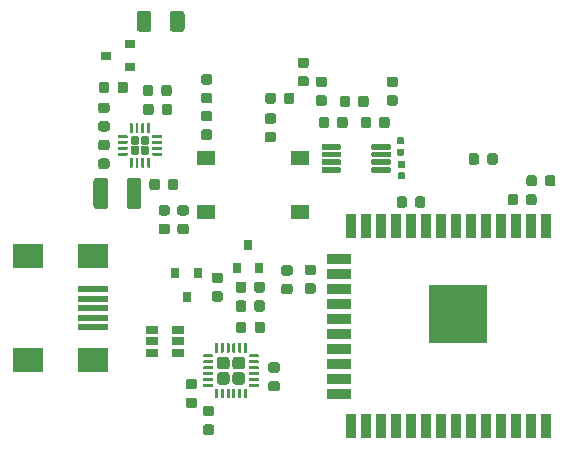
<source format=gbr>
G04 #@! TF.GenerationSoftware,KiCad,Pcbnew,5.1.5+dfsg1-2build2*
G04 #@! TF.CreationDate,2021-09-08T10:09:05+12:00*
G04 #@! TF.ProjectId,bbq-monitor,6262712d-6d6f-46e6-9974-6f722e6b6963,rev?*
G04 #@! TF.SameCoordinates,Original*
G04 #@! TF.FileFunction,Paste,Top*
G04 #@! TF.FilePolarity,Positive*
%FSLAX46Y46*%
G04 Gerber Fmt 4.6, Leading zero omitted, Abs format (unit mm)*
G04 Created by KiCad (PCBNEW 5.1.5+dfsg1-2build2) date 2021-09-08 10:09:05*
%MOMM*%
%LPD*%
G04 APERTURE LIST*
%ADD10R,0.900000X2.000000*%
%ADD11R,2.000000X0.900000*%
%ADD12R,5.000000X5.000000*%
%ADD13C,0.100000*%
%ADD14R,1.060000X0.650000*%
%ADD15R,1.550000X1.300000*%
%ADD16R,0.800000X0.900000*%
%ADD17R,0.900000X0.800000*%
%ADD18R,2.500000X2.000000*%
%ADD19R,2.500000X0.500000*%
G04 APERTURE END LIST*
D10*
X193055000Y-95800000D03*
X191785000Y-95800000D03*
X190515000Y-95800000D03*
X189245000Y-95800000D03*
X187975000Y-95800000D03*
X186705000Y-95800000D03*
X185435000Y-95800000D03*
X184165000Y-95800000D03*
X182895000Y-95800000D03*
X181625000Y-95800000D03*
X180355000Y-95800000D03*
X179085000Y-95800000D03*
X177815000Y-95800000D03*
X176545000Y-95800000D03*
D11*
X175545000Y-93015000D03*
X175545000Y-91745000D03*
X175545000Y-90475000D03*
X175545000Y-89205000D03*
X175545000Y-87935000D03*
X175545000Y-86665000D03*
X175545000Y-85395000D03*
X175545000Y-84125000D03*
X175545000Y-82855000D03*
X175545000Y-81585000D03*
D10*
X176545000Y-78800000D03*
X177815000Y-78800000D03*
X179085000Y-78800000D03*
X180355000Y-78800000D03*
X181625000Y-78800000D03*
X182895000Y-78800000D03*
X184165000Y-78800000D03*
X185435000Y-78800000D03*
X186705000Y-78800000D03*
X187975000Y-78800000D03*
X189245000Y-78800000D03*
X190515000Y-78800000D03*
X191785000Y-78800000D03*
X193055000Y-78800000D03*
D12*
X185555000Y-86300000D03*
D13*
G36*
X164577691Y-70651053D02*
G01*
X164598926Y-70654203D01*
X164619750Y-70659419D01*
X164639962Y-70666651D01*
X164659368Y-70675830D01*
X164677781Y-70686866D01*
X164695024Y-70699654D01*
X164710930Y-70714070D01*
X164725346Y-70729976D01*
X164738134Y-70747219D01*
X164749170Y-70765632D01*
X164758349Y-70785038D01*
X164765581Y-70805250D01*
X164770797Y-70826074D01*
X164773947Y-70847309D01*
X164775000Y-70868750D01*
X164775000Y-71306250D01*
X164773947Y-71327691D01*
X164770797Y-71348926D01*
X164765581Y-71369750D01*
X164758349Y-71389962D01*
X164749170Y-71409368D01*
X164738134Y-71427781D01*
X164725346Y-71445024D01*
X164710930Y-71460930D01*
X164695024Y-71475346D01*
X164677781Y-71488134D01*
X164659368Y-71499170D01*
X164639962Y-71508349D01*
X164619750Y-71515581D01*
X164598926Y-71520797D01*
X164577691Y-71523947D01*
X164556250Y-71525000D01*
X164043750Y-71525000D01*
X164022309Y-71523947D01*
X164001074Y-71520797D01*
X163980250Y-71515581D01*
X163960038Y-71508349D01*
X163940632Y-71499170D01*
X163922219Y-71488134D01*
X163904976Y-71475346D01*
X163889070Y-71460930D01*
X163874654Y-71445024D01*
X163861866Y-71427781D01*
X163850830Y-71409368D01*
X163841651Y-71389962D01*
X163834419Y-71369750D01*
X163829203Y-71348926D01*
X163826053Y-71327691D01*
X163825000Y-71306250D01*
X163825000Y-70868750D01*
X163826053Y-70847309D01*
X163829203Y-70826074D01*
X163834419Y-70805250D01*
X163841651Y-70785038D01*
X163850830Y-70765632D01*
X163861866Y-70747219D01*
X163874654Y-70729976D01*
X163889070Y-70714070D01*
X163904976Y-70699654D01*
X163922219Y-70686866D01*
X163940632Y-70675830D01*
X163960038Y-70666651D01*
X163980250Y-70659419D01*
X164001074Y-70654203D01*
X164022309Y-70651053D01*
X164043750Y-70650000D01*
X164556250Y-70650000D01*
X164577691Y-70651053D01*
G37*
G36*
X164577691Y-69076053D02*
G01*
X164598926Y-69079203D01*
X164619750Y-69084419D01*
X164639962Y-69091651D01*
X164659368Y-69100830D01*
X164677781Y-69111866D01*
X164695024Y-69124654D01*
X164710930Y-69139070D01*
X164725346Y-69154976D01*
X164738134Y-69172219D01*
X164749170Y-69190632D01*
X164758349Y-69210038D01*
X164765581Y-69230250D01*
X164770797Y-69251074D01*
X164773947Y-69272309D01*
X164775000Y-69293750D01*
X164775000Y-69731250D01*
X164773947Y-69752691D01*
X164770797Y-69773926D01*
X164765581Y-69794750D01*
X164758349Y-69814962D01*
X164749170Y-69834368D01*
X164738134Y-69852781D01*
X164725346Y-69870024D01*
X164710930Y-69885930D01*
X164695024Y-69900346D01*
X164677781Y-69913134D01*
X164659368Y-69924170D01*
X164639962Y-69933349D01*
X164619750Y-69940581D01*
X164598926Y-69945797D01*
X164577691Y-69948947D01*
X164556250Y-69950000D01*
X164043750Y-69950000D01*
X164022309Y-69948947D01*
X164001074Y-69945797D01*
X163980250Y-69940581D01*
X163960038Y-69933349D01*
X163940632Y-69924170D01*
X163922219Y-69913134D01*
X163904976Y-69900346D01*
X163889070Y-69885930D01*
X163874654Y-69870024D01*
X163861866Y-69852781D01*
X163850830Y-69834368D01*
X163841651Y-69814962D01*
X163834419Y-69794750D01*
X163829203Y-69773926D01*
X163826053Y-69752691D01*
X163825000Y-69731250D01*
X163825000Y-69293750D01*
X163826053Y-69272309D01*
X163829203Y-69251074D01*
X163834419Y-69230250D01*
X163841651Y-69210038D01*
X163850830Y-69190632D01*
X163861866Y-69172219D01*
X163874654Y-69154976D01*
X163889070Y-69139070D01*
X163904976Y-69124654D01*
X163922219Y-69111866D01*
X163940632Y-69100830D01*
X163960038Y-69091651D01*
X163980250Y-69084419D01*
X164001074Y-69079203D01*
X164022309Y-69076053D01*
X164043750Y-69075000D01*
X164556250Y-69075000D01*
X164577691Y-69076053D01*
G37*
G36*
X164577691Y-67551053D02*
G01*
X164598926Y-67554203D01*
X164619750Y-67559419D01*
X164639962Y-67566651D01*
X164659368Y-67575830D01*
X164677781Y-67586866D01*
X164695024Y-67599654D01*
X164710930Y-67614070D01*
X164725346Y-67629976D01*
X164738134Y-67647219D01*
X164749170Y-67665632D01*
X164758349Y-67685038D01*
X164765581Y-67705250D01*
X164770797Y-67726074D01*
X164773947Y-67747309D01*
X164775000Y-67768750D01*
X164775000Y-68206250D01*
X164773947Y-68227691D01*
X164770797Y-68248926D01*
X164765581Y-68269750D01*
X164758349Y-68289962D01*
X164749170Y-68309368D01*
X164738134Y-68327781D01*
X164725346Y-68345024D01*
X164710930Y-68360930D01*
X164695024Y-68375346D01*
X164677781Y-68388134D01*
X164659368Y-68399170D01*
X164639962Y-68408349D01*
X164619750Y-68415581D01*
X164598926Y-68420797D01*
X164577691Y-68423947D01*
X164556250Y-68425000D01*
X164043750Y-68425000D01*
X164022309Y-68423947D01*
X164001074Y-68420797D01*
X163980250Y-68415581D01*
X163960038Y-68408349D01*
X163940632Y-68399170D01*
X163922219Y-68388134D01*
X163904976Y-68375346D01*
X163889070Y-68360930D01*
X163874654Y-68345024D01*
X163861866Y-68327781D01*
X163850830Y-68309368D01*
X163841651Y-68289962D01*
X163834419Y-68269750D01*
X163829203Y-68248926D01*
X163826053Y-68227691D01*
X163825000Y-68206250D01*
X163825000Y-67768750D01*
X163826053Y-67747309D01*
X163829203Y-67726074D01*
X163834419Y-67705250D01*
X163841651Y-67685038D01*
X163850830Y-67665632D01*
X163861866Y-67647219D01*
X163874654Y-67629976D01*
X163889070Y-67614070D01*
X163904976Y-67599654D01*
X163922219Y-67586866D01*
X163940632Y-67575830D01*
X163960038Y-67566651D01*
X163980250Y-67559419D01*
X164001074Y-67554203D01*
X164022309Y-67551053D01*
X164043750Y-67550000D01*
X164556250Y-67550000D01*
X164577691Y-67551053D01*
G37*
G36*
X164577691Y-65976053D02*
G01*
X164598926Y-65979203D01*
X164619750Y-65984419D01*
X164639962Y-65991651D01*
X164659368Y-66000830D01*
X164677781Y-66011866D01*
X164695024Y-66024654D01*
X164710930Y-66039070D01*
X164725346Y-66054976D01*
X164738134Y-66072219D01*
X164749170Y-66090632D01*
X164758349Y-66110038D01*
X164765581Y-66130250D01*
X164770797Y-66151074D01*
X164773947Y-66172309D01*
X164775000Y-66193750D01*
X164775000Y-66631250D01*
X164773947Y-66652691D01*
X164770797Y-66673926D01*
X164765581Y-66694750D01*
X164758349Y-66714962D01*
X164749170Y-66734368D01*
X164738134Y-66752781D01*
X164725346Y-66770024D01*
X164710930Y-66785930D01*
X164695024Y-66800346D01*
X164677781Y-66813134D01*
X164659368Y-66824170D01*
X164639962Y-66833349D01*
X164619750Y-66840581D01*
X164598926Y-66845797D01*
X164577691Y-66848947D01*
X164556250Y-66850000D01*
X164043750Y-66850000D01*
X164022309Y-66848947D01*
X164001074Y-66845797D01*
X163980250Y-66840581D01*
X163960038Y-66833349D01*
X163940632Y-66824170D01*
X163922219Y-66813134D01*
X163904976Y-66800346D01*
X163889070Y-66785930D01*
X163874654Y-66770024D01*
X163861866Y-66752781D01*
X163850830Y-66734368D01*
X163841651Y-66714962D01*
X163834419Y-66694750D01*
X163829203Y-66673926D01*
X163826053Y-66652691D01*
X163825000Y-66631250D01*
X163825000Y-66193750D01*
X163826053Y-66172309D01*
X163829203Y-66151074D01*
X163834419Y-66130250D01*
X163841651Y-66110038D01*
X163850830Y-66090632D01*
X163861866Y-66072219D01*
X163874654Y-66054976D01*
X163889070Y-66039070D01*
X163904976Y-66024654D01*
X163922219Y-66011866D01*
X163940632Y-66000830D01*
X163960038Y-65991651D01*
X163980250Y-65984419D01*
X164001074Y-65979203D01*
X164022309Y-65976053D01*
X164043750Y-65975000D01*
X164556250Y-65975000D01*
X164577691Y-65976053D01*
G37*
G36*
X169952691Y-67526053D02*
G01*
X169973926Y-67529203D01*
X169994750Y-67534419D01*
X170014962Y-67541651D01*
X170034368Y-67550830D01*
X170052781Y-67561866D01*
X170070024Y-67574654D01*
X170085930Y-67589070D01*
X170100346Y-67604976D01*
X170113134Y-67622219D01*
X170124170Y-67640632D01*
X170133349Y-67660038D01*
X170140581Y-67680250D01*
X170145797Y-67701074D01*
X170148947Y-67722309D01*
X170150000Y-67743750D01*
X170150000Y-68256250D01*
X170148947Y-68277691D01*
X170145797Y-68298926D01*
X170140581Y-68319750D01*
X170133349Y-68339962D01*
X170124170Y-68359368D01*
X170113134Y-68377781D01*
X170100346Y-68395024D01*
X170085930Y-68410930D01*
X170070024Y-68425346D01*
X170052781Y-68438134D01*
X170034368Y-68449170D01*
X170014962Y-68458349D01*
X169994750Y-68465581D01*
X169973926Y-68470797D01*
X169952691Y-68473947D01*
X169931250Y-68475000D01*
X169493750Y-68475000D01*
X169472309Y-68473947D01*
X169451074Y-68470797D01*
X169430250Y-68465581D01*
X169410038Y-68458349D01*
X169390632Y-68449170D01*
X169372219Y-68438134D01*
X169354976Y-68425346D01*
X169339070Y-68410930D01*
X169324654Y-68395024D01*
X169311866Y-68377781D01*
X169300830Y-68359368D01*
X169291651Y-68339962D01*
X169284419Y-68319750D01*
X169279203Y-68298926D01*
X169276053Y-68277691D01*
X169275000Y-68256250D01*
X169275000Y-67743750D01*
X169276053Y-67722309D01*
X169279203Y-67701074D01*
X169284419Y-67680250D01*
X169291651Y-67660038D01*
X169300830Y-67640632D01*
X169311866Y-67622219D01*
X169324654Y-67604976D01*
X169339070Y-67589070D01*
X169354976Y-67574654D01*
X169372219Y-67561866D01*
X169390632Y-67550830D01*
X169410038Y-67541651D01*
X169430250Y-67534419D01*
X169451074Y-67529203D01*
X169472309Y-67526053D01*
X169493750Y-67525000D01*
X169931250Y-67525000D01*
X169952691Y-67526053D01*
G37*
G36*
X171527691Y-67526053D02*
G01*
X171548926Y-67529203D01*
X171569750Y-67534419D01*
X171589962Y-67541651D01*
X171609368Y-67550830D01*
X171627781Y-67561866D01*
X171645024Y-67574654D01*
X171660930Y-67589070D01*
X171675346Y-67604976D01*
X171688134Y-67622219D01*
X171699170Y-67640632D01*
X171708349Y-67660038D01*
X171715581Y-67680250D01*
X171720797Y-67701074D01*
X171723947Y-67722309D01*
X171725000Y-67743750D01*
X171725000Y-68256250D01*
X171723947Y-68277691D01*
X171720797Y-68298926D01*
X171715581Y-68319750D01*
X171708349Y-68339962D01*
X171699170Y-68359368D01*
X171688134Y-68377781D01*
X171675346Y-68395024D01*
X171660930Y-68410930D01*
X171645024Y-68425346D01*
X171627781Y-68438134D01*
X171609368Y-68449170D01*
X171589962Y-68458349D01*
X171569750Y-68465581D01*
X171548926Y-68470797D01*
X171527691Y-68473947D01*
X171506250Y-68475000D01*
X171068750Y-68475000D01*
X171047309Y-68473947D01*
X171026074Y-68470797D01*
X171005250Y-68465581D01*
X170985038Y-68458349D01*
X170965632Y-68449170D01*
X170947219Y-68438134D01*
X170929976Y-68425346D01*
X170914070Y-68410930D01*
X170899654Y-68395024D01*
X170886866Y-68377781D01*
X170875830Y-68359368D01*
X170866651Y-68339962D01*
X170859419Y-68319750D01*
X170854203Y-68298926D01*
X170851053Y-68277691D01*
X170850000Y-68256250D01*
X170850000Y-67743750D01*
X170851053Y-67722309D01*
X170854203Y-67701074D01*
X170859419Y-67680250D01*
X170866651Y-67660038D01*
X170875830Y-67640632D01*
X170886866Y-67622219D01*
X170899654Y-67604976D01*
X170914070Y-67589070D01*
X170929976Y-67574654D01*
X170947219Y-67561866D01*
X170965632Y-67550830D01*
X170985038Y-67541651D01*
X171005250Y-67534419D01*
X171026074Y-67529203D01*
X171047309Y-67526053D01*
X171068750Y-67525000D01*
X171506250Y-67525000D01*
X171527691Y-67526053D01*
G37*
G36*
X169977691Y-70863553D02*
G01*
X169998926Y-70866703D01*
X170019750Y-70871919D01*
X170039962Y-70879151D01*
X170059368Y-70888330D01*
X170077781Y-70899366D01*
X170095024Y-70912154D01*
X170110930Y-70926570D01*
X170125346Y-70942476D01*
X170138134Y-70959719D01*
X170149170Y-70978132D01*
X170158349Y-70997538D01*
X170165581Y-71017750D01*
X170170797Y-71038574D01*
X170173947Y-71059809D01*
X170175000Y-71081250D01*
X170175000Y-71518750D01*
X170173947Y-71540191D01*
X170170797Y-71561426D01*
X170165581Y-71582250D01*
X170158349Y-71602462D01*
X170149170Y-71621868D01*
X170138134Y-71640281D01*
X170125346Y-71657524D01*
X170110930Y-71673430D01*
X170095024Y-71687846D01*
X170077781Y-71700634D01*
X170059368Y-71711670D01*
X170039962Y-71720849D01*
X170019750Y-71728081D01*
X169998926Y-71733297D01*
X169977691Y-71736447D01*
X169956250Y-71737500D01*
X169443750Y-71737500D01*
X169422309Y-71736447D01*
X169401074Y-71733297D01*
X169380250Y-71728081D01*
X169360038Y-71720849D01*
X169340632Y-71711670D01*
X169322219Y-71700634D01*
X169304976Y-71687846D01*
X169289070Y-71673430D01*
X169274654Y-71657524D01*
X169261866Y-71640281D01*
X169250830Y-71621868D01*
X169241651Y-71602462D01*
X169234419Y-71582250D01*
X169229203Y-71561426D01*
X169226053Y-71540191D01*
X169225000Y-71518750D01*
X169225000Y-71081250D01*
X169226053Y-71059809D01*
X169229203Y-71038574D01*
X169234419Y-71017750D01*
X169241651Y-70997538D01*
X169250830Y-70978132D01*
X169261866Y-70959719D01*
X169274654Y-70942476D01*
X169289070Y-70926570D01*
X169304976Y-70912154D01*
X169322219Y-70899366D01*
X169340632Y-70888330D01*
X169360038Y-70879151D01*
X169380250Y-70871919D01*
X169401074Y-70866703D01*
X169422309Y-70863553D01*
X169443750Y-70862500D01*
X169956250Y-70862500D01*
X169977691Y-70863553D01*
G37*
G36*
X169977691Y-69288553D02*
G01*
X169998926Y-69291703D01*
X170019750Y-69296919D01*
X170039962Y-69304151D01*
X170059368Y-69313330D01*
X170077781Y-69324366D01*
X170095024Y-69337154D01*
X170110930Y-69351570D01*
X170125346Y-69367476D01*
X170138134Y-69384719D01*
X170149170Y-69403132D01*
X170158349Y-69422538D01*
X170165581Y-69442750D01*
X170170797Y-69463574D01*
X170173947Y-69484809D01*
X170175000Y-69506250D01*
X170175000Y-69943750D01*
X170173947Y-69965191D01*
X170170797Y-69986426D01*
X170165581Y-70007250D01*
X170158349Y-70027462D01*
X170149170Y-70046868D01*
X170138134Y-70065281D01*
X170125346Y-70082524D01*
X170110930Y-70098430D01*
X170095024Y-70112846D01*
X170077781Y-70125634D01*
X170059368Y-70136670D01*
X170039962Y-70145849D01*
X170019750Y-70153081D01*
X169998926Y-70158297D01*
X169977691Y-70161447D01*
X169956250Y-70162500D01*
X169443750Y-70162500D01*
X169422309Y-70161447D01*
X169401074Y-70158297D01*
X169380250Y-70153081D01*
X169360038Y-70145849D01*
X169340632Y-70136670D01*
X169322219Y-70125634D01*
X169304976Y-70112846D01*
X169289070Y-70098430D01*
X169274654Y-70082524D01*
X169261866Y-70065281D01*
X169250830Y-70046868D01*
X169241651Y-70027462D01*
X169234419Y-70007250D01*
X169229203Y-69986426D01*
X169226053Y-69965191D01*
X169225000Y-69943750D01*
X169225000Y-69506250D01*
X169226053Y-69484809D01*
X169229203Y-69463574D01*
X169234419Y-69442750D01*
X169241651Y-69422538D01*
X169250830Y-69403132D01*
X169261866Y-69384719D01*
X169274654Y-69367476D01*
X169289070Y-69351570D01*
X169304976Y-69337154D01*
X169322219Y-69324366D01*
X169340632Y-69313330D01*
X169360038Y-69304151D01*
X169380250Y-69296919D01*
X169401074Y-69291703D01*
X169422309Y-69288553D01*
X169443750Y-69287500D01*
X169956250Y-69287500D01*
X169977691Y-69288553D01*
G37*
G36*
X155852691Y-66626053D02*
G01*
X155873926Y-66629203D01*
X155894750Y-66634419D01*
X155914962Y-66641651D01*
X155934368Y-66650830D01*
X155952781Y-66661866D01*
X155970024Y-66674654D01*
X155985930Y-66689070D01*
X156000346Y-66704976D01*
X156013134Y-66722219D01*
X156024170Y-66740632D01*
X156033349Y-66760038D01*
X156040581Y-66780250D01*
X156045797Y-66801074D01*
X156048947Y-66822309D01*
X156050000Y-66843750D01*
X156050000Y-67356250D01*
X156048947Y-67377691D01*
X156045797Y-67398926D01*
X156040581Y-67419750D01*
X156033349Y-67439962D01*
X156024170Y-67459368D01*
X156013134Y-67477781D01*
X156000346Y-67495024D01*
X155985930Y-67510930D01*
X155970024Y-67525346D01*
X155952781Y-67538134D01*
X155934368Y-67549170D01*
X155914962Y-67558349D01*
X155894750Y-67565581D01*
X155873926Y-67570797D01*
X155852691Y-67573947D01*
X155831250Y-67575000D01*
X155393750Y-67575000D01*
X155372309Y-67573947D01*
X155351074Y-67570797D01*
X155330250Y-67565581D01*
X155310038Y-67558349D01*
X155290632Y-67549170D01*
X155272219Y-67538134D01*
X155254976Y-67525346D01*
X155239070Y-67510930D01*
X155224654Y-67495024D01*
X155211866Y-67477781D01*
X155200830Y-67459368D01*
X155191651Y-67439962D01*
X155184419Y-67419750D01*
X155179203Y-67398926D01*
X155176053Y-67377691D01*
X155175000Y-67356250D01*
X155175000Y-66843750D01*
X155176053Y-66822309D01*
X155179203Y-66801074D01*
X155184419Y-66780250D01*
X155191651Y-66760038D01*
X155200830Y-66740632D01*
X155211866Y-66722219D01*
X155224654Y-66704976D01*
X155239070Y-66689070D01*
X155254976Y-66674654D01*
X155272219Y-66661866D01*
X155290632Y-66650830D01*
X155310038Y-66641651D01*
X155330250Y-66634419D01*
X155351074Y-66629203D01*
X155372309Y-66626053D01*
X155393750Y-66625000D01*
X155831250Y-66625000D01*
X155852691Y-66626053D01*
G37*
G36*
X157427691Y-66626053D02*
G01*
X157448926Y-66629203D01*
X157469750Y-66634419D01*
X157489962Y-66641651D01*
X157509368Y-66650830D01*
X157527781Y-66661866D01*
X157545024Y-66674654D01*
X157560930Y-66689070D01*
X157575346Y-66704976D01*
X157588134Y-66722219D01*
X157599170Y-66740632D01*
X157608349Y-66760038D01*
X157615581Y-66780250D01*
X157620797Y-66801074D01*
X157623947Y-66822309D01*
X157625000Y-66843750D01*
X157625000Y-67356250D01*
X157623947Y-67377691D01*
X157620797Y-67398926D01*
X157615581Y-67419750D01*
X157608349Y-67439962D01*
X157599170Y-67459368D01*
X157588134Y-67477781D01*
X157575346Y-67495024D01*
X157560930Y-67510930D01*
X157545024Y-67525346D01*
X157527781Y-67538134D01*
X157509368Y-67549170D01*
X157489962Y-67558349D01*
X157469750Y-67565581D01*
X157448926Y-67570797D01*
X157427691Y-67573947D01*
X157406250Y-67575000D01*
X156968750Y-67575000D01*
X156947309Y-67573947D01*
X156926074Y-67570797D01*
X156905250Y-67565581D01*
X156885038Y-67558349D01*
X156865632Y-67549170D01*
X156847219Y-67538134D01*
X156829976Y-67525346D01*
X156814070Y-67510930D01*
X156799654Y-67495024D01*
X156786866Y-67477781D01*
X156775830Y-67459368D01*
X156766651Y-67439962D01*
X156759419Y-67419750D01*
X156754203Y-67398926D01*
X156751053Y-67377691D01*
X156750000Y-67356250D01*
X156750000Y-66843750D01*
X156751053Y-66822309D01*
X156754203Y-66801074D01*
X156759419Y-66780250D01*
X156766651Y-66760038D01*
X156775830Y-66740632D01*
X156786866Y-66722219D01*
X156799654Y-66704976D01*
X156814070Y-66689070D01*
X156829976Y-66674654D01*
X156847219Y-66661866D01*
X156865632Y-66650830D01*
X156885038Y-66641651D01*
X156905250Y-66634419D01*
X156926074Y-66629203D01*
X156947309Y-66626053D01*
X156968750Y-66625000D01*
X157406250Y-66625000D01*
X157427691Y-66626053D01*
G37*
G36*
X179762252Y-71875602D02*
G01*
X179774386Y-71877402D01*
X179786286Y-71880382D01*
X179797835Y-71884515D01*
X179808925Y-71889760D01*
X179819446Y-71896066D01*
X179829299Y-71903374D01*
X179838388Y-71911612D01*
X179846626Y-71920701D01*
X179853934Y-71930554D01*
X179860240Y-71941075D01*
X179865485Y-71952165D01*
X179869618Y-71963714D01*
X179872598Y-71975614D01*
X179874398Y-71987748D01*
X179875000Y-72000000D01*
X179875000Y-72250000D01*
X179874398Y-72262252D01*
X179872598Y-72274386D01*
X179869618Y-72286286D01*
X179865485Y-72297835D01*
X179860240Y-72308925D01*
X179853934Y-72319446D01*
X179846626Y-72329299D01*
X179838388Y-72338388D01*
X179829299Y-72346626D01*
X179819446Y-72353934D01*
X179808925Y-72360240D01*
X179797835Y-72365485D01*
X179786286Y-72369618D01*
X179774386Y-72372598D01*
X179762252Y-72374398D01*
X179750000Y-72375000D01*
X178375000Y-72375000D01*
X178362748Y-72374398D01*
X178350614Y-72372598D01*
X178338714Y-72369618D01*
X178327165Y-72365485D01*
X178316075Y-72360240D01*
X178305554Y-72353934D01*
X178295701Y-72346626D01*
X178286612Y-72338388D01*
X178278374Y-72329299D01*
X178271066Y-72319446D01*
X178264760Y-72308925D01*
X178259515Y-72297835D01*
X178255382Y-72286286D01*
X178252402Y-72274386D01*
X178250602Y-72262252D01*
X178250000Y-72250000D01*
X178250000Y-72000000D01*
X178250602Y-71987748D01*
X178252402Y-71975614D01*
X178255382Y-71963714D01*
X178259515Y-71952165D01*
X178264760Y-71941075D01*
X178271066Y-71930554D01*
X178278374Y-71920701D01*
X178286612Y-71911612D01*
X178295701Y-71903374D01*
X178305554Y-71896066D01*
X178316075Y-71889760D01*
X178327165Y-71884515D01*
X178338714Y-71880382D01*
X178350614Y-71877402D01*
X178362748Y-71875602D01*
X178375000Y-71875000D01*
X179750000Y-71875000D01*
X179762252Y-71875602D01*
G37*
G36*
X179762252Y-72525602D02*
G01*
X179774386Y-72527402D01*
X179786286Y-72530382D01*
X179797835Y-72534515D01*
X179808925Y-72539760D01*
X179819446Y-72546066D01*
X179829299Y-72553374D01*
X179838388Y-72561612D01*
X179846626Y-72570701D01*
X179853934Y-72580554D01*
X179860240Y-72591075D01*
X179865485Y-72602165D01*
X179869618Y-72613714D01*
X179872598Y-72625614D01*
X179874398Y-72637748D01*
X179875000Y-72650000D01*
X179875000Y-72900000D01*
X179874398Y-72912252D01*
X179872598Y-72924386D01*
X179869618Y-72936286D01*
X179865485Y-72947835D01*
X179860240Y-72958925D01*
X179853934Y-72969446D01*
X179846626Y-72979299D01*
X179838388Y-72988388D01*
X179829299Y-72996626D01*
X179819446Y-73003934D01*
X179808925Y-73010240D01*
X179797835Y-73015485D01*
X179786286Y-73019618D01*
X179774386Y-73022598D01*
X179762252Y-73024398D01*
X179750000Y-73025000D01*
X178375000Y-73025000D01*
X178362748Y-73024398D01*
X178350614Y-73022598D01*
X178338714Y-73019618D01*
X178327165Y-73015485D01*
X178316075Y-73010240D01*
X178305554Y-73003934D01*
X178295701Y-72996626D01*
X178286612Y-72988388D01*
X178278374Y-72979299D01*
X178271066Y-72969446D01*
X178264760Y-72958925D01*
X178259515Y-72947835D01*
X178255382Y-72936286D01*
X178252402Y-72924386D01*
X178250602Y-72912252D01*
X178250000Y-72900000D01*
X178250000Y-72650000D01*
X178250602Y-72637748D01*
X178252402Y-72625614D01*
X178255382Y-72613714D01*
X178259515Y-72602165D01*
X178264760Y-72591075D01*
X178271066Y-72580554D01*
X178278374Y-72570701D01*
X178286612Y-72561612D01*
X178295701Y-72553374D01*
X178305554Y-72546066D01*
X178316075Y-72539760D01*
X178327165Y-72534515D01*
X178338714Y-72530382D01*
X178350614Y-72527402D01*
X178362748Y-72525602D01*
X178375000Y-72525000D01*
X179750000Y-72525000D01*
X179762252Y-72525602D01*
G37*
G36*
X179762252Y-73175602D02*
G01*
X179774386Y-73177402D01*
X179786286Y-73180382D01*
X179797835Y-73184515D01*
X179808925Y-73189760D01*
X179819446Y-73196066D01*
X179829299Y-73203374D01*
X179838388Y-73211612D01*
X179846626Y-73220701D01*
X179853934Y-73230554D01*
X179860240Y-73241075D01*
X179865485Y-73252165D01*
X179869618Y-73263714D01*
X179872598Y-73275614D01*
X179874398Y-73287748D01*
X179875000Y-73300000D01*
X179875000Y-73550000D01*
X179874398Y-73562252D01*
X179872598Y-73574386D01*
X179869618Y-73586286D01*
X179865485Y-73597835D01*
X179860240Y-73608925D01*
X179853934Y-73619446D01*
X179846626Y-73629299D01*
X179838388Y-73638388D01*
X179829299Y-73646626D01*
X179819446Y-73653934D01*
X179808925Y-73660240D01*
X179797835Y-73665485D01*
X179786286Y-73669618D01*
X179774386Y-73672598D01*
X179762252Y-73674398D01*
X179750000Y-73675000D01*
X178375000Y-73675000D01*
X178362748Y-73674398D01*
X178350614Y-73672598D01*
X178338714Y-73669618D01*
X178327165Y-73665485D01*
X178316075Y-73660240D01*
X178305554Y-73653934D01*
X178295701Y-73646626D01*
X178286612Y-73638388D01*
X178278374Y-73629299D01*
X178271066Y-73619446D01*
X178264760Y-73608925D01*
X178259515Y-73597835D01*
X178255382Y-73586286D01*
X178252402Y-73574386D01*
X178250602Y-73562252D01*
X178250000Y-73550000D01*
X178250000Y-73300000D01*
X178250602Y-73287748D01*
X178252402Y-73275614D01*
X178255382Y-73263714D01*
X178259515Y-73252165D01*
X178264760Y-73241075D01*
X178271066Y-73230554D01*
X178278374Y-73220701D01*
X178286612Y-73211612D01*
X178295701Y-73203374D01*
X178305554Y-73196066D01*
X178316075Y-73189760D01*
X178327165Y-73184515D01*
X178338714Y-73180382D01*
X178350614Y-73177402D01*
X178362748Y-73175602D01*
X178375000Y-73175000D01*
X179750000Y-73175000D01*
X179762252Y-73175602D01*
G37*
G36*
X179762252Y-73825602D02*
G01*
X179774386Y-73827402D01*
X179786286Y-73830382D01*
X179797835Y-73834515D01*
X179808925Y-73839760D01*
X179819446Y-73846066D01*
X179829299Y-73853374D01*
X179838388Y-73861612D01*
X179846626Y-73870701D01*
X179853934Y-73880554D01*
X179860240Y-73891075D01*
X179865485Y-73902165D01*
X179869618Y-73913714D01*
X179872598Y-73925614D01*
X179874398Y-73937748D01*
X179875000Y-73950000D01*
X179875000Y-74200000D01*
X179874398Y-74212252D01*
X179872598Y-74224386D01*
X179869618Y-74236286D01*
X179865485Y-74247835D01*
X179860240Y-74258925D01*
X179853934Y-74269446D01*
X179846626Y-74279299D01*
X179838388Y-74288388D01*
X179829299Y-74296626D01*
X179819446Y-74303934D01*
X179808925Y-74310240D01*
X179797835Y-74315485D01*
X179786286Y-74319618D01*
X179774386Y-74322598D01*
X179762252Y-74324398D01*
X179750000Y-74325000D01*
X178375000Y-74325000D01*
X178362748Y-74324398D01*
X178350614Y-74322598D01*
X178338714Y-74319618D01*
X178327165Y-74315485D01*
X178316075Y-74310240D01*
X178305554Y-74303934D01*
X178295701Y-74296626D01*
X178286612Y-74288388D01*
X178278374Y-74279299D01*
X178271066Y-74269446D01*
X178264760Y-74258925D01*
X178259515Y-74247835D01*
X178255382Y-74236286D01*
X178252402Y-74224386D01*
X178250602Y-74212252D01*
X178250000Y-74200000D01*
X178250000Y-73950000D01*
X178250602Y-73937748D01*
X178252402Y-73925614D01*
X178255382Y-73913714D01*
X178259515Y-73902165D01*
X178264760Y-73891075D01*
X178271066Y-73880554D01*
X178278374Y-73870701D01*
X178286612Y-73861612D01*
X178295701Y-73853374D01*
X178305554Y-73846066D01*
X178316075Y-73839760D01*
X178327165Y-73834515D01*
X178338714Y-73830382D01*
X178350614Y-73827402D01*
X178362748Y-73825602D01*
X178375000Y-73825000D01*
X179750000Y-73825000D01*
X179762252Y-73825602D01*
G37*
G36*
X175537252Y-73825602D02*
G01*
X175549386Y-73827402D01*
X175561286Y-73830382D01*
X175572835Y-73834515D01*
X175583925Y-73839760D01*
X175594446Y-73846066D01*
X175604299Y-73853374D01*
X175613388Y-73861612D01*
X175621626Y-73870701D01*
X175628934Y-73880554D01*
X175635240Y-73891075D01*
X175640485Y-73902165D01*
X175644618Y-73913714D01*
X175647598Y-73925614D01*
X175649398Y-73937748D01*
X175650000Y-73950000D01*
X175650000Y-74200000D01*
X175649398Y-74212252D01*
X175647598Y-74224386D01*
X175644618Y-74236286D01*
X175640485Y-74247835D01*
X175635240Y-74258925D01*
X175628934Y-74269446D01*
X175621626Y-74279299D01*
X175613388Y-74288388D01*
X175604299Y-74296626D01*
X175594446Y-74303934D01*
X175583925Y-74310240D01*
X175572835Y-74315485D01*
X175561286Y-74319618D01*
X175549386Y-74322598D01*
X175537252Y-74324398D01*
X175525000Y-74325000D01*
X174150000Y-74325000D01*
X174137748Y-74324398D01*
X174125614Y-74322598D01*
X174113714Y-74319618D01*
X174102165Y-74315485D01*
X174091075Y-74310240D01*
X174080554Y-74303934D01*
X174070701Y-74296626D01*
X174061612Y-74288388D01*
X174053374Y-74279299D01*
X174046066Y-74269446D01*
X174039760Y-74258925D01*
X174034515Y-74247835D01*
X174030382Y-74236286D01*
X174027402Y-74224386D01*
X174025602Y-74212252D01*
X174025000Y-74200000D01*
X174025000Y-73950000D01*
X174025602Y-73937748D01*
X174027402Y-73925614D01*
X174030382Y-73913714D01*
X174034515Y-73902165D01*
X174039760Y-73891075D01*
X174046066Y-73880554D01*
X174053374Y-73870701D01*
X174061612Y-73861612D01*
X174070701Y-73853374D01*
X174080554Y-73846066D01*
X174091075Y-73839760D01*
X174102165Y-73834515D01*
X174113714Y-73830382D01*
X174125614Y-73827402D01*
X174137748Y-73825602D01*
X174150000Y-73825000D01*
X175525000Y-73825000D01*
X175537252Y-73825602D01*
G37*
G36*
X175537252Y-73175602D02*
G01*
X175549386Y-73177402D01*
X175561286Y-73180382D01*
X175572835Y-73184515D01*
X175583925Y-73189760D01*
X175594446Y-73196066D01*
X175604299Y-73203374D01*
X175613388Y-73211612D01*
X175621626Y-73220701D01*
X175628934Y-73230554D01*
X175635240Y-73241075D01*
X175640485Y-73252165D01*
X175644618Y-73263714D01*
X175647598Y-73275614D01*
X175649398Y-73287748D01*
X175650000Y-73300000D01*
X175650000Y-73550000D01*
X175649398Y-73562252D01*
X175647598Y-73574386D01*
X175644618Y-73586286D01*
X175640485Y-73597835D01*
X175635240Y-73608925D01*
X175628934Y-73619446D01*
X175621626Y-73629299D01*
X175613388Y-73638388D01*
X175604299Y-73646626D01*
X175594446Y-73653934D01*
X175583925Y-73660240D01*
X175572835Y-73665485D01*
X175561286Y-73669618D01*
X175549386Y-73672598D01*
X175537252Y-73674398D01*
X175525000Y-73675000D01*
X174150000Y-73675000D01*
X174137748Y-73674398D01*
X174125614Y-73672598D01*
X174113714Y-73669618D01*
X174102165Y-73665485D01*
X174091075Y-73660240D01*
X174080554Y-73653934D01*
X174070701Y-73646626D01*
X174061612Y-73638388D01*
X174053374Y-73629299D01*
X174046066Y-73619446D01*
X174039760Y-73608925D01*
X174034515Y-73597835D01*
X174030382Y-73586286D01*
X174027402Y-73574386D01*
X174025602Y-73562252D01*
X174025000Y-73550000D01*
X174025000Y-73300000D01*
X174025602Y-73287748D01*
X174027402Y-73275614D01*
X174030382Y-73263714D01*
X174034515Y-73252165D01*
X174039760Y-73241075D01*
X174046066Y-73230554D01*
X174053374Y-73220701D01*
X174061612Y-73211612D01*
X174070701Y-73203374D01*
X174080554Y-73196066D01*
X174091075Y-73189760D01*
X174102165Y-73184515D01*
X174113714Y-73180382D01*
X174125614Y-73177402D01*
X174137748Y-73175602D01*
X174150000Y-73175000D01*
X175525000Y-73175000D01*
X175537252Y-73175602D01*
G37*
G36*
X175537252Y-72525602D02*
G01*
X175549386Y-72527402D01*
X175561286Y-72530382D01*
X175572835Y-72534515D01*
X175583925Y-72539760D01*
X175594446Y-72546066D01*
X175604299Y-72553374D01*
X175613388Y-72561612D01*
X175621626Y-72570701D01*
X175628934Y-72580554D01*
X175635240Y-72591075D01*
X175640485Y-72602165D01*
X175644618Y-72613714D01*
X175647598Y-72625614D01*
X175649398Y-72637748D01*
X175650000Y-72650000D01*
X175650000Y-72900000D01*
X175649398Y-72912252D01*
X175647598Y-72924386D01*
X175644618Y-72936286D01*
X175640485Y-72947835D01*
X175635240Y-72958925D01*
X175628934Y-72969446D01*
X175621626Y-72979299D01*
X175613388Y-72988388D01*
X175604299Y-72996626D01*
X175594446Y-73003934D01*
X175583925Y-73010240D01*
X175572835Y-73015485D01*
X175561286Y-73019618D01*
X175549386Y-73022598D01*
X175537252Y-73024398D01*
X175525000Y-73025000D01*
X174150000Y-73025000D01*
X174137748Y-73024398D01*
X174125614Y-73022598D01*
X174113714Y-73019618D01*
X174102165Y-73015485D01*
X174091075Y-73010240D01*
X174080554Y-73003934D01*
X174070701Y-72996626D01*
X174061612Y-72988388D01*
X174053374Y-72979299D01*
X174046066Y-72969446D01*
X174039760Y-72958925D01*
X174034515Y-72947835D01*
X174030382Y-72936286D01*
X174027402Y-72924386D01*
X174025602Y-72912252D01*
X174025000Y-72900000D01*
X174025000Y-72650000D01*
X174025602Y-72637748D01*
X174027402Y-72625614D01*
X174030382Y-72613714D01*
X174034515Y-72602165D01*
X174039760Y-72591075D01*
X174046066Y-72580554D01*
X174053374Y-72570701D01*
X174061612Y-72561612D01*
X174070701Y-72553374D01*
X174080554Y-72546066D01*
X174091075Y-72539760D01*
X174102165Y-72534515D01*
X174113714Y-72530382D01*
X174125614Y-72527402D01*
X174137748Y-72525602D01*
X174150000Y-72525000D01*
X175525000Y-72525000D01*
X175537252Y-72525602D01*
G37*
G36*
X175537252Y-71875602D02*
G01*
X175549386Y-71877402D01*
X175561286Y-71880382D01*
X175572835Y-71884515D01*
X175583925Y-71889760D01*
X175594446Y-71896066D01*
X175604299Y-71903374D01*
X175613388Y-71911612D01*
X175621626Y-71920701D01*
X175628934Y-71930554D01*
X175635240Y-71941075D01*
X175640485Y-71952165D01*
X175644618Y-71963714D01*
X175647598Y-71975614D01*
X175649398Y-71987748D01*
X175650000Y-72000000D01*
X175650000Y-72250000D01*
X175649398Y-72262252D01*
X175647598Y-72274386D01*
X175644618Y-72286286D01*
X175640485Y-72297835D01*
X175635240Y-72308925D01*
X175628934Y-72319446D01*
X175621626Y-72329299D01*
X175613388Y-72338388D01*
X175604299Y-72346626D01*
X175594446Y-72353934D01*
X175583925Y-72360240D01*
X175572835Y-72365485D01*
X175561286Y-72369618D01*
X175549386Y-72372598D01*
X175537252Y-72374398D01*
X175525000Y-72375000D01*
X174150000Y-72375000D01*
X174137748Y-72374398D01*
X174125614Y-72372598D01*
X174113714Y-72369618D01*
X174102165Y-72365485D01*
X174091075Y-72360240D01*
X174080554Y-72353934D01*
X174070701Y-72346626D01*
X174061612Y-72338388D01*
X174053374Y-72329299D01*
X174046066Y-72319446D01*
X174039760Y-72308925D01*
X174034515Y-72297835D01*
X174030382Y-72286286D01*
X174027402Y-72274386D01*
X174025602Y-72262252D01*
X174025000Y-72250000D01*
X174025000Y-72000000D01*
X174025602Y-71987748D01*
X174027402Y-71975614D01*
X174030382Y-71963714D01*
X174034515Y-71952165D01*
X174039760Y-71941075D01*
X174046066Y-71930554D01*
X174053374Y-71920701D01*
X174061612Y-71911612D01*
X174070701Y-71903374D01*
X174080554Y-71896066D01*
X174091075Y-71889760D01*
X174102165Y-71884515D01*
X174113714Y-71880382D01*
X174125614Y-71877402D01*
X174137748Y-71875602D01*
X174150000Y-71875000D01*
X175525000Y-71875000D01*
X175537252Y-71875602D01*
G37*
D14*
X159700000Y-88600000D03*
X159700000Y-89550000D03*
X159700000Y-87650000D03*
X161900000Y-87650000D03*
X161900000Y-88600000D03*
X161900000Y-89550000D03*
D13*
G36*
X166009505Y-89906204D02*
G01*
X166033773Y-89909804D01*
X166057572Y-89915765D01*
X166080671Y-89924030D01*
X166102850Y-89934520D01*
X166123893Y-89947132D01*
X166143599Y-89961747D01*
X166161777Y-89978223D01*
X166178253Y-89996401D01*
X166192868Y-90016107D01*
X166205480Y-90037150D01*
X166215970Y-90059329D01*
X166224235Y-90082428D01*
X166230196Y-90106227D01*
X166233796Y-90130495D01*
X166235000Y-90154999D01*
X166235000Y-90705001D01*
X166233796Y-90729505D01*
X166230196Y-90753773D01*
X166224235Y-90777572D01*
X166215970Y-90800671D01*
X166205480Y-90822850D01*
X166192868Y-90843893D01*
X166178253Y-90863599D01*
X166161777Y-90881777D01*
X166143599Y-90898253D01*
X166123893Y-90912868D01*
X166102850Y-90925480D01*
X166080671Y-90935970D01*
X166057572Y-90944235D01*
X166033773Y-90950196D01*
X166009505Y-90953796D01*
X165985001Y-90955000D01*
X165434999Y-90955000D01*
X165410495Y-90953796D01*
X165386227Y-90950196D01*
X165362428Y-90944235D01*
X165339329Y-90935970D01*
X165317150Y-90925480D01*
X165296107Y-90912868D01*
X165276401Y-90898253D01*
X165258223Y-90881777D01*
X165241747Y-90863599D01*
X165227132Y-90843893D01*
X165214520Y-90822850D01*
X165204030Y-90800671D01*
X165195765Y-90777572D01*
X165189804Y-90753773D01*
X165186204Y-90729505D01*
X165185000Y-90705001D01*
X165185000Y-90154999D01*
X165186204Y-90130495D01*
X165189804Y-90106227D01*
X165195765Y-90082428D01*
X165204030Y-90059329D01*
X165214520Y-90037150D01*
X165227132Y-90016107D01*
X165241747Y-89996401D01*
X165258223Y-89978223D01*
X165276401Y-89961747D01*
X165296107Y-89947132D01*
X165317150Y-89934520D01*
X165339329Y-89924030D01*
X165362428Y-89915765D01*
X165386227Y-89909804D01*
X165410495Y-89906204D01*
X165434999Y-89905000D01*
X165985001Y-89905000D01*
X166009505Y-89906204D01*
G37*
G36*
X166009505Y-91206204D02*
G01*
X166033773Y-91209804D01*
X166057572Y-91215765D01*
X166080671Y-91224030D01*
X166102850Y-91234520D01*
X166123893Y-91247132D01*
X166143599Y-91261747D01*
X166161777Y-91278223D01*
X166178253Y-91296401D01*
X166192868Y-91316107D01*
X166205480Y-91337150D01*
X166215970Y-91359329D01*
X166224235Y-91382428D01*
X166230196Y-91406227D01*
X166233796Y-91430495D01*
X166235000Y-91454999D01*
X166235000Y-92005001D01*
X166233796Y-92029505D01*
X166230196Y-92053773D01*
X166224235Y-92077572D01*
X166215970Y-92100671D01*
X166205480Y-92122850D01*
X166192868Y-92143893D01*
X166178253Y-92163599D01*
X166161777Y-92181777D01*
X166143599Y-92198253D01*
X166123893Y-92212868D01*
X166102850Y-92225480D01*
X166080671Y-92235970D01*
X166057572Y-92244235D01*
X166033773Y-92250196D01*
X166009505Y-92253796D01*
X165985001Y-92255000D01*
X165434999Y-92255000D01*
X165410495Y-92253796D01*
X165386227Y-92250196D01*
X165362428Y-92244235D01*
X165339329Y-92235970D01*
X165317150Y-92225480D01*
X165296107Y-92212868D01*
X165276401Y-92198253D01*
X165258223Y-92181777D01*
X165241747Y-92163599D01*
X165227132Y-92143893D01*
X165214520Y-92122850D01*
X165204030Y-92100671D01*
X165195765Y-92077572D01*
X165189804Y-92053773D01*
X165186204Y-92029505D01*
X165185000Y-92005001D01*
X165185000Y-91454999D01*
X165186204Y-91430495D01*
X165189804Y-91406227D01*
X165195765Y-91382428D01*
X165204030Y-91359329D01*
X165214520Y-91337150D01*
X165227132Y-91316107D01*
X165241747Y-91296401D01*
X165258223Y-91278223D01*
X165276401Y-91261747D01*
X165296107Y-91247132D01*
X165317150Y-91234520D01*
X165339329Y-91224030D01*
X165362428Y-91215765D01*
X165386227Y-91209804D01*
X165410495Y-91206204D01*
X165434999Y-91205000D01*
X165985001Y-91205000D01*
X166009505Y-91206204D01*
G37*
G36*
X167309505Y-89906204D02*
G01*
X167333773Y-89909804D01*
X167357572Y-89915765D01*
X167380671Y-89924030D01*
X167402850Y-89934520D01*
X167423893Y-89947132D01*
X167443599Y-89961747D01*
X167461777Y-89978223D01*
X167478253Y-89996401D01*
X167492868Y-90016107D01*
X167505480Y-90037150D01*
X167515970Y-90059329D01*
X167524235Y-90082428D01*
X167530196Y-90106227D01*
X167533796Y-90130495D01*
X167535000Y-90154999D01*
X167535000Y-90705001D01*
X167533796Y-90729505D01*
X167530196Y-90753773D01*
X167524235Y-90777572D01*
X167515970Y-90800671D01*
X167505480Y-90822850D01*
X167492868Y-90843893D01*
X167478253Y-90863599D01*
X167461777Y-90881777D01*
X167443599Y-90898253D01*
X167423893Y-90912868D01*
X167402850Y-90925480D01*
X167380671Y-90935970D01*
X167357572Y-90944235D01*
X167333773Y-90950196D01*
X167309505Y-90953796D01*
X167285001Y-90955000D01*
X166734999Y-90955000D01*
X166710495Y-90953796D01*
X166686227Y-90950196D01*
X166662428Y-90944235D01*
X166639329Y-90935970D01*
X166617150Y-90925480D01*
X166596107Y-90912868D01*
X166576401Y-90898253D01*
X166558223Y-90881777D01*
X166541747Y-90863599D01*
X166527132Y-90843893D01*
X166514520Y-90822850D01*
X166504030Y-90800671D01*
X166495765Y-90777572D01*
X166489804Y-90753773D01*
X166486204Y-90729505D01*
X166485000Y-90705001D01*
X166485000Y-90154999D01*
X166486204Y-90130495D01*
X166489804Y-90106227D01*
X166495765Y-90082428D01*
X166504030Y-90059329D01*
X166514520Y-90037150D01*
X166527132Y-90016107D01*
X166541747Y-89996401D01*
X166558223Y-89978223D01*
X166576401Y-89961747D01*
X166596107Y-89947132D01*
X166617150Y-89934520D01*
X166639329Y-89924030D01*
X166662428Y-89915765D01*
X166686227Y-89909804D01*
X166710495Y-89906204D01*
X166734999Y-89905000D01*
X167285001Y-89905000D01*
X167309505Y-89906204D01*
G37*
G36*
X167309505Y-91206204D02*
G01*
X167333773Y-91209804D01*
X167357572Y-91215765D01*
X167380671Y-91224030D01*
X167402850Y-91234520D01*
X167423893Y-91247132D01*
X167443599Y-91261747D01*
X167461777Y-91278223D01*
X167478253Y-91296401D01*
X167492868Y-91316107D01*
X167505480Y-91337150D01*
X167515970Y-91359329D01*
X167524235Y-91382428D01*
X167530196Y-91406227D01*
X167533796Y-91430495D01*
X167535000Y-91454999D01*
X167535000Y-92005001D01*
X167533796Y-92029505D01*
X167530196Y-92053773D01*
X167524235Y-92077572D01*
X167515970Y-92100671D01*
X167505480Y-92122850D01*
X167492868Y-92143893D01*
X167478253Y-92163599D01*
X167461777Y-92181777D01*
X167443599Y-92198253D01*
X167423893Y-92212868D01*
X167402850Y-92225480D01*
X167380671Y-92235970D01*
X167357572Y-92244235D01*
X167333773Y-92250196D01*
X167309505Y-92253796D01*
X167285001Y-92255000D01*
X166734999Y-92255000D01*
X166710495Y-92253796D01*
X166686227Y-92250196D01*
X166662428Y-92244235D01*
X166639329Y-92235970D01*
X166617150Y-92225480D01*
X166596107Y-92212868D01*
X166576401Y-92198253D01*
X166558223Y-92181777D01*
X166541747Y-92163599D01*
X166527132Y-92143893D01*
X166514520Y-92122850D01*
X166504030Y-92100671D01*
X166495765Y-92077572D01*
X166489804Y-92053773D01*
X166486204Y-92029505D01*
X166485000Y-92005001D01*
X166485000Y-91454999D01*
X166486204Y-91430495D01*
X166489804Y-91406227D01*
X166495765Y-91382428D01*
X166504030Y-91359329D01*
X166514520Y-91337150D01*
X166527132Y-91316107D01*
X166541747Y-91296401D01*
X166558223Y-91278223D01*
X166576401Y-91261747D01*
X166596107Y-91247132D01*
X166617150Y-91234520D01*
X166639329Y-91224030D01*
X166662428Y-91215765D01*
X166686227Y-91209804D01*
X166710495Y-91206204D01*
X166734999Y-91205000D01*
X167285001Y-91205000D01*
X167309505Y-91206204D01*
G37*
G36*
X164778626Y-89705301D02*
G01*
X164784693Y-89706201D01*
X164790643Y-89707691D01*
X164796418Y-89709758D01*
X164801962Y-89712380D01*
X164807223Y-89715533D01*
X164812150Y-89719187D01*
X164816694Y-89723306D01*
X164820813Y-89727850D01*
X164824467Y-89732777D01*
X164827620Y-89738038D01*
X164830242Y-89743582D01*
X164832309Y-89749357D01*
X164833799Y-89755307D01*
X164834699Y-89761374D01*
X164835000Y-89767500D01*
X164835000Y-89892500D01*
X164834699Y-89898626D01*
X164833799Y-89904693D01*
X164832309Y-89910643D01*
X164830242Y-89916418D01*
X164827620Y-89921962D01*
X164824467Y-89927223D01*
X164820813Y-89932150D01*
X164816694Y-89936694D01*
X164812150Y-89940813D01*
X164807223Y-89944467D01*
X164801962Y-89947620D01*
X164796418Y-89950242D01*
X164790643Y-89952309D01*
X164784693Y-89953799D01*
X164778626Y-89954699D01*
X164772500Y-89955000D01*
X164072500Y-89955000D01*
X164066374Y-89954699D01*
X164060307Y-89953799D01*
X164054357Y-89952309D01*
X164048582Y-89950242D01*
X164043038Y-89947620D01*
X164037777Y-89944467D01*
X164032850Y-89940813D01*
X164028306Y-89936694D01*
X164024187Y-89932150D01*
X164020533Y-89927223D01*
X164017380Y-89921962D01*
X164014758Y-89916418D01*
X164012691Y-89910643D01*
X164011201Y-89904693D01*
X164010301Y-89898626D01*
X164010000Y-89892500D01*
X164010000Y-89767500D01*
X164010301Y-89761374D01*
X164011201Y-89755307D01*
X164012691Y-89749357D01*
X164014758Y-89743582D01*
X164017380Y-89738038D01*
X164020533Y-89732777D01*
X164024187Y-89727850D01*
X164028306Y-89723306D01*
X164032850Y-89719187D01*
X164037777Y-89715533D01*
X164043038Y-89712380D01*
X164048582Y-89709758D01*
X164054357Y-89707691D01*
X164060307Y-89706201D01*
X164066374Y-89705301D01*
X164072500Y-89705000D01*
X164772500Y-89705000D01*
X164778626Y-89705301D01*
G37*
G36*
X164778626Y-90205301D02*
G01*
X164784693Y-90206201D01*
X164790643Y-90207691D01*
X164796418Y-90209758D01*
X164801962Y-90212380D01*
X164807223Y-90215533D01*
X164812150Y-90219187D01*
X164816694Y-90223306D01*
X164820813Y-90227850D01*
X164824467Y-90232777D01*
X164827620Y-90238038D01*
X164830242Y-90243582D01*
X164832309Y-90249357D01*
X164833799Y-90255307D01*
X164834699Y-90261374D01*
X164835000Y-90267500D01*
X164835000Y-90392500D01*
X164834699Y-90398626D01*
X164833799Y-90404693D01*
X164832309Y-90410643D01*
X164830242Y-90416418D01*
X164827620Y-90421962D01*
X164824467Y-90427223D01*
X164820813Y-90432150D01*
X164816694Y-90436694D01*
X164812150Y-90440813D01*
X164807223Y-90444467D01*
X164801962Y-90447620D01*
X164796418Y-90450242D01*
X164790643Y-90452309D01*
X164784693Y-90453799D01*
X164778626Y-90454699D01*
X164772500Y-90455000D01*
X164072500Y-90455000D01*
X164066374Y-90454699D01*
X164060307Y-90453799D01*
X164054357Y-90452309D01*
X164048582Y-90450242D01*
X164043038Y-90447620D01*
X164037777Y-90444467D01*
X164032850Y-90440813D01*
X164028306Y-90436694D01*
X164024187Y-90432150D01*
X164020533Y-90427223D01*
X164017380Y-90421962D01*
X164014758Y-90416418D01*
X164012691Y-90410643D01*
X164011201Y-90404693D01*
X164010301Y-90398626D01*
X164010000Y-90392500D01*
X164010000Y-90267500D01*
X164010301Y-90261374D01*
X164011201Y-90255307D01*
X164012691Y-90249357D01*
X164014758Y-90243582D01*
X164017380Y-90238038D01*
X164020533Y-90232777D01*
X164024187Y-90227850D01*
X164028306Y-90223306D01*
X164032850Y-90219187D01*
X164037777Y-90215533D01*
X164043038Y-90212380D01*
X164048582Y-90209758D01*
X164054357Y-90207691D01*
X164060307Y-90206201D01*
X164066374Y-90205301D01*
X164072500Y-90205000D01*
X164772500Y-90205000D01*
X164778626Y-90205301D01*
G37*
G36*
X164778626Y-90705301D02*
G01*
X164784693Y-90706201D01*
X164790643Y-90707691D01*
X164796418Y-90709758D01*
X164801962Y-90712380D01*
X164807223Y-90715533D01*
X164812150Y-90719187D01*
X164816694Y-90723306D01*
X164820813Y-90727850D01*
X164824467Y-90732777D01*
X164827620Y-90738038D01*
X164830242Y-90743582D01*
X164832309Y-90749357D01*
X164833799Y-90755307D01*
X164834699Y-90761374D01*
X164835000Y-90767500D01*
X164835000Y-90892500D01*
X164834699Y-90898626D01*
X164833799Y-90904693D01*
X164832309Y-90910643D01*
X164830242Y-90916418D01*
X164827620Y-90921962D01*
X164824467Y-90927223D01*
X164820813Y-90932150D01*
X164816694Y-90936694D01*
X164812150Y-90940813D01*
X164807223Y-90944467D01*
X164801962Y-90947620D01*
X164796418Y-90950242D01*
X164790643Y-90952309D01*
X164784693Y-90953799D01*
X164778626Y-90954699D01*
X164772500Y-90955000D01*
X164072500Y-90955000D01*
X164066374Y-90954699D01*
X164060307Y-90953799D01*
X164054357Y-90952309D01*
X164048582Y-90950242D01*
X164043038Y-90947620D01*
X164037777Y-90944467D01*
X164032850Y-90940813D01*
X164028306Y-90936694D01*
X164024187Y-90932150D01*
X164020533Y-90927223D01*
X164017380Y-90921962D01*
X164014758Y-90916418D01*
X164012691Y-90910643D01*
X164011201Y-90904693D01*
X164010301Y-90898626D01*
X164010000Y-90892500D01*
X164010000Y-90767500D01*
X164010301Y-90761374D01*
X164011201Y-90755307D01*
X164012691Y-90749357D01*
X164014758Y-90743582D01*
X164017380Y-90738038D01*
X164020533Y-90732777D01*
X164024187Y-90727850D01*
X164028306Y-90723306D01*
X164032850Y-90719187D01*
X164037777Y-90715533D01*
X164043038Y-90712380D01*
X164048582Y-90709758D01*
X164054357Y-90707691D01*
X164060307Y-90706201D01*
X164066374Y-90705301D01*
X164072500Y-90705000D01*
X164772500Y-90705000D01*
X164778626Y-90705301D01*
G37*
G36*
X164778626Y-91205301D02*
G01*
X164784693Y-91206201D01*
X164790643Y-91207691D01*
X164796418Y-91209758D01*
X164801962Y-91212380D01*
X164807223Y-91215533D01*
X164812150Y-91219187D01*
X164816694Y-91223306D01*
X164820813Y-91227850D01*
X164824467Y-91232777D01*
X164827620Y-91238038D01*
X164830242Y-91243582D01*
X164832309Y-91249357D01*
X164833799Y-91255307D01*
X164834699Y-91261374D01*
X164835000Y-91267500D01*
X164835000Y-91392500D01*
X164834699Y-91398626D01*
X164833799Y-91404693D01*
X164832309Y-91410643D01*
X164830242Y-91416418D01*
X164827620Y-91421962D01*
X164824467Y-91427223D01*
X164820813Y-91432150D01*
X164816694Y-91436694D01*
X164812150Y-91440813D01*
X164807223Y-91444467D01*
X164801962Y-91447620D01*
X164796418Y-91450242D01*
X164790643Y-91452309D01*
X164784693Y-91453799D01*
X164778626Y-91454699D01*
X164772500Y-91455000D01*
X164072500Y-91455000D01*
X164066374Y-91454699D01*
X164060307Y-91453799D01*
X164054357Y-91452309D01*
X164048582Y-91450242D01*
X164043038Y-91447620D01*
X164037777Y-91444467D01*
X164032850Y-91440813D01*
X164028306Y-91436694D01*
X164024187Y-91432150D01*
X164020533Y-91427223D01*
X164017380Y-91421962D01*
X164014758Y-91416418D01*
X164012691Y-91410643D01*
X164011201Y-91404693D01*
X164010301Y-91398626D01*
X164010000Y-91392500D01*
X164010000Y-91267500D01*
X164010301Y-91261374D01*
X164011201Y-91255307D01*
X164012691Y-91249357D01*
X164014758Y-91243582D01*
X164017380Y-91238038D01*
X164020533Y-91232777D01*
X164024187Y-91227850D01*
X164028306Y-91223306D01*
X164032850Y-91219187D01*
X164037777Y-91215533D01*
X164043038Y-91212380D01*
X164048582Y-91209758D01*
X164054357Y-91207691D01*
X164060307Y-91206201D01*
X164066374Y-91205301D01*
X164072500Y-91205000D01*
X164772500Y-91205000D01*
X164778626Y-91205301D01*
G37*
G36*
X164778626Y-91705301D02*
G01*
X164784693Y-91706201D01*
X164790643Y-91707691D01*
X164796418Y-91709758D01*
X164801962Y-91712380D01*
X164807223Y-91715533D01*
X164812150Y-91719187D01*
X164816694Y-91723306D01*
X164820813Y-91727850D01*
X164824467Y-91732777D01*
X164827620Y-91738038D01*
X164830242Y-91743582D01*
X164832309Y-91749357D01*
X164833799Y-91755307D01*
X164834699Y-91761374D01*
X164835000Y-91767500D01*
X164835000Y-91892500D01*
X164834699Y-91898626D01*
X164833799Y-91904693D01*
X164832309Y-91910643D01*
X164830242Y-91916418D01*
X164827620Y-91921962D01*
X164824467Y-91927223D01*
X164820813Y-91932150D01*
X164816694Y-91936694D01*
X164812150Y-91940813D01*
X164807223Y-91944467D01*
X164801962Y-91947620D01*
X164796418Y-91950242D01*
X164790643Y-91952309D01*
X164784693Y-91953799D01*
X164778626Y-91954699D01*
X164772500Y-91955000D01*
X164072500Y-91955000D01*
X164066374Y-91954699D01*
X164060307Y-91953799D01*
X164054357Y-91952309D01*
X164048582Y-91950242D01*
X164043038Y-91947620D01*
X164037777Y-91944467D01*
X164032850Y-91940813D01*
X164028306Y-91936694D01*
X164024187Y-91932150D01*
X164020533Y-91927223D01*
X164017380Y-91921962D01*
X164014758Y-91916418D01*
X164012691Y-91910643D01*
X164011201Y-91904693D01*
X164010301Y-91898626D01*
X164010000Y-91892500D01*
X164010000Y-91767500D01*
X164010301Y-91761374D01*
X164011201Y-91755307D01*
X164012691Y-91749357D01*
X164014758Y-91743582D01*
X164017380Y-91738038D01*
X164020533Y-91732777D01*
X164024187Y-91727850D01*
X164028306Y-91723306D01*
X164032850Y-91719187D01*
X164037777Y-91715533D01*
X164043038Y-91712380D01*
X164048582Y-91709758D01*
X164054357Y-91707691D01*
X164060307Y-91706201D01*
X164066374Y-91705301D01*
X164072500Y-91705000D01*
X164772500Y-91705000D01*
X164778626Y-91705301D01*
G37*
G36*
X164778626Y-92205301D02*
G01*
X164784693Y-92206201D01*
X164790643Y-92207691D01*
X164796418Y-92209758D01*
X164801962Y-92212380D01*
X164807223Y-92215533D01*
X164812150Y-92219187D01*
X164816694Y-92223306D01*
X164820813Y-92227850D01*
X164824467Y-92232777D01*
X164827620Y-92238038D01*
X164830242Y-92243582D01*
X164832309Y-92249357D01*
X164833799Y-92255307D01*
X164834699Y-92261374D01*
X164835000Y-92267500D01*
X164835000Y-92392500D01*
X164834699Y-92398626D01*
X164833799Y-92404693D01*
X164832309Y-92410643D01*
X164830242Y-92416418D01*
X164827620Y-92421962D01*
X164824467Y-92427223D01*
X164820813Y-92432150D01*
X164816694Y-92436694D01*
X164812150Y-92440813D01*
X164807223Y-92444467D01*
X164801962Y-92447620D01*
X164796418Y-92450242D01*
X164790643Y-92452309D01*
X164784693Y-92453799D01*
X164778626Y-92454699D01*
X164772500Y-92455000D01*
X164072500Y-92455000D01*
X164066374Y-92454699D01*
X164060307Y-92453799D01*
X164054357Y-92452309D01*
X164048582Y-92450242D01*
X164043038Y-92447620D01*
X164037777Y-92444467D01*
X164032850Y-92440813D01*
X164028306Y-92436694D01*
X164024187Y-92432150D01*
X164020533Y-92427223D01*
X164017380Y-92421962D01*
X164014758Y-92416418D01*
X164012691Y-92410643D01*
X164011201Y-92404693D01*
X164010301Y-92398626D01*
X164010000Y-92392500D01*
X164010000Y-92267500D01*
X164010301Y-92261374D01*
X164011201Y-92255307D01*
X164012691Y-92249357D01*
X164014758Y-92243582D01*
X164017380Y-92238038D01*
X164020533Y-92232777D01*
X164024187Y-92227850D01*
X164028306Y-92223306D01*
X164032850Y-92219187D01*
X164037777Y-92215533D01*
X164043038Y-92212380D01*
X164048582Y-92209758D01*
X164054357Y-92207691D01*
X164060307Y-92206201D01*
X164066374Y-92205301D01*
X164072500Y-92205000D01*
X164772500Y-92205000D01*
X164778626Y-92205301D01*
G37*
G36*
X165178626Y-92605301D02*
G01*
X165184693Y-92606201D01*
X165190643Y-92607691D01*
X165196418Y-92609758D01*
X165201962Y-92612380D01*
X165207223Y-92615533D01*
X165212150Y-92619187D01*
X165216694Y-92623306D01*
X165220813Y-92627850D01*
X165224467Y-92632777D01*
X165227620Y-92638038D01*
X165230242Y-92643582D01*
X165232309Y-92649357D01*
X165233799Y-92655307D01*
X165234699Y-92661374D01*
X165235000Y-92667500D01*
X165235000Y-93367500D01*
X165234699Y-93373626D01*
X165233799Y-93379693D01*
X165232309Y-93385643D01*
X165230242Y-93391418D01*
X165227620Y-93396962D01*
X165224467Y-93402223D01*
X165220813Y-93407150D01*
X165216694Y-93411694D01*
X165212150Y-93415813D01*
X165207223Y-93419467D01*
X165201962Y-93422620D01*
X165196418Y-93425242D01*
X165190643Y-93427309D01*
X165184693Y-93428799D01*
X165178626Y-93429699D01*
X165172500Y-93430000D01*
X165047500Y-93430000D01*
X165041374Y-93429699D01*
X165035307Y-93428799D01*
X165029357Y-93427309D01*
X165023582Y-93425242D01*
X165018038Y-93422620D01*
X165012777Y-93419467D01*
X165007850Y-93415813D01*
X165003306Y-93411694D01*
X164999187Y-93407150D01*
X164995533Y-93402223D01*
X164992380Y-93396962D01*
X164989758Y-93391418D01*
X164987691Y-93385643D01*
X164986201Y-93379693D01*
X164985301Y-93373626D01*
X164985000Y-93367500D01*
X164985000Y-92667500D01*
X164985301Y-92661374D01*
X164986201Y-92655307D01*
X164987691Y-92649357D01*
X164989758Y-92643582D01*
X164992380Y-92638038D01*
X164995533Y-92632777D01*
X164999187Y-92627850D01*
X165003306Y-92623306D01*
X165007850Y-92619187D01*
X165012777Y-92615533D01*
X165018038Y-92612380D01*
X165023582Y-92609758D01*
X165029357Y-92607691D01*
X165035307Y-92606201D01*
X165041374Y-92605301D01*
X165047500Y-92605000D01*
X165172500Y-92605000D01*
X165178626Y-92605301D01*
G37*
G36*
X165678626Y-92605301D02*
G01*
X165684693Y-92606201D01*
X165690643Y-92607691D01*
X165696418Y-92609758D01*
X165701962Y-92612380D01*
X165707223Y-92615533D01*
X165712150Y-92619187D01*
X165716694Y-92623306D01*
X165720813Y-92627850D01*
X165724467Y-92632777D01*
X165727620Y-92638038D01*
X165730242Y-92643582D01*
X165732309Y-92649357D01*
X165733799Y-92655307D01*
X165734699Y-92661374D01*
X165735000Y-92667500D01*
X165735000Y-93367500D01*
X165734699Y-93373626D01*
X165733799Y-93379693D01*
X165732309Y-93385643D01*
X165730242Y-93391418D01*
X165727620Y-93396962D01*
X165724467Y-93402223D01*
X165720813Y-93407150D01*
X165716694Y-93411694D01*
X165712150Y-93415813D01*
X165707223Y-93419467D01*
X165701962Y-93422620D01*
X165696418Y-93425242D01*
X165690643Y-93427309D01*
X165684693Y-93428799D01*
X165678626Y-93429699D01*
X165672500Y-93430000D01*
X165547500Y-93430000D01*
X165541374Y-93429699D01*
X165535307Y-93428799D01*
X165529357Y-93427309D01*
X165523582Y-93425242D01*
X165518038Y-93422620D01*
X165512777Y-93419467D01*
X165507850Y-93415813D01*
X165503306Y-93411694D01*
X165499187Y-93407150D01*
X165495533Y-93402223D01*
X165492380Y-93396962D01*
X165489758Y-93391418D01*
X165487691Y-93385643D01*
X165486201Y-93379693D01*
X165485301Y-93373626D01*
X165485000Y-93367500D01*
X165485000Y-92667500D01*
X165485301Y-92661374D01*
X165486201Y-92655307D01*
X165487691Y-92649357D01*
X165489758Y-92643582D01*
X165492380Y-92638038D01*
X165495533Y-92632777D01*
X165499187Y-92627850D01*
X165503306Y-92623306D01*
X165507850Y-92619187D01*
X165512777Y-92615533D01*
X165518038Y-92612380D01*
X165523582Y-92609758D01*
X165529357Y-92607691D01*
X165535307Y-92606201D01*
X165541374Y-92605301D01*
X165547500Y-92605000D01*
X165672500Y-92605000D01*
X165678626Y-92605301D01*
G37*
G36*
X166178626Y-92605301D02*
G01*
X166184693Y-92606201D01*
X166190643Y-92607691D01*
X166196418Y-92609758D01*
X166201962Y-92612380D01*
X166207223Y-92615533D01*
X166212150Y-92619187D01*
X166216694Y-92623306D01*
X166220813Y-92627850D01*
X166224467Y-92632777D01*
X166227620Y-92638038D01*
X166230242Y-92643582D01*
X166232309Y-92649357D01*
X166233799Y-92655307D01*
X166234699Y-92661374D01*
X166235000Y-92667500D01*
X166235000Y-93367500D01*
X166234699Y-93373626D01*
X166233799Y-93379693D01*
X166232309Y-93385643D01*
X166230242Y-93391418D01*
X166227620Y-93396962D01*
X166224467Y-93402223D01*
X166220813Y-93407150D01*
X166216694Y-93411694D01*
X166212150Y-93415813D01*
X166207223Y-93419467D01*
X166201962Y-93422620D01*
X166196418Y-93425242D01*
X166190643Y-93427309D01*
X166184693Y-93428799D01*
X166178626Y-93429699D01*
X166172500Y-93430000D01*
X166047500Y-93430000D01*
X166041374Y-93429699D01*
X166035307Y-93428799D01*
X166029357Y-93427309D01*
X166023582Y-93425242D01*
X166018038Y-93422620D01*
X166012777Y-93419467D01*
X166007850Y-93415813D01*
X166003306Y-93411694D01*
X165999187Y-93407150D01*
X165995533Y-93402223D01*
X165992380Y-93396962D01*
X165989758Y-93391418D01*
X165987691Y-93385643D01*
X165986201Y-93379693D01*
X165985301Y-93373626D01*
X165985000Y-93367500D01*
X165985000Y-92667500D01*
X165985301Y-92661374D01*
X165986201Y-92655307D01*
X165987691Y-92649357D01*
X165989758Y-92643582D01*
X165992380Y-92638038D01*
X165995533Y-92632777D01*
X165999187Y-92627850D01*
X166003306Y-92623306D01*
X166007850Y-92619187D01*
X166012777Y-92615533D01*
X166018038Y-92612380D01*
X166023582Y-92609758D01*
X166029357Y-92607691D01*
X166035307Y-92606201D01*
X166041374Y-92605301D01*
X166047500Y-92605000D01*
X166172500Y-92605000D01*
X166178626Y-92605301D01*
G37*
G36*
X166678626Y-92605301D02*
G01*
X166684693Y-92606201D01*
X166690643Y-92607691D01*
X166696418Y-92609758D01*
X166701962Y-92612380D01*
X166707223Y-92615533D01*
X166712150Y-92619187D01*
X166716694Y-92623306D01*
X166720813Y-92627850D01*
X166724467Y-92632777D01*
X166727620Y-92638038D01*
X166730242Y-92643582D01*
X166732309Y-92649357D01*
X166733799Y-92655307D01*
X166734699Y-92661374D01*
X166735000Y-92667500D01*
X166735000Y-93367500D01*
X166734699Y-93373626D01*
X166733799Y-93379693D01*
X166732309Y-93385643D01*
X166730242Y-93391418D01*
X166727620Y-93396962D01*
X166724467Y-93402223D01*
X166720813Y-93407150D01*
X166716694Y-93411694D01*
X166712150Y-93415813D01*
X166707223Y-93419467D01*
X166701962Y-93422620D01*
X166696418Y-93425242D01*
X166690643Y-93427309D01*
X166684693Y-93428799D01*
X166678626Y-93429699D01*
X166672500Y-93430000D01*
X166547500Y-93430000D01*
X166541374Y-93429699D01*
X166535307Y-93428799D01*
X166529357Y-93427309D01*
X166523582Y-93425242D01*
X166518038Y-93422620D01*
X166512777Y-93419467D01*
X166507850Y-93415813D01*
X166503306Y-93411694D01*
X166499187Y-93407150D01*
X166495533Y-93402223D01*
X166492380Y-93396962D01*
X166489758Y-93391418D01*
X166487691Y-93385643D01*
X166486201Y-93379693D01*
X166485301Y-93373626D01*
X166485000Y-93367500D01*
X166485000Y-92667500D01*
X166485301Y-92661374D01*
X166486201Y-92655307D01*
X166487691Y-92649357D01*
X166489758Y-92643582D01*
X166492380Y-92638038D01*
X166495533Y-92632777D01*
X166499187Y-92627850D01*
X166503306Y-92623306D01*
X166507850Y-92619187D01*
X166512777Y-92615533D01*
X166518038Y-92612380D01*
X166523582Y-92609758D01*
X166529357Y-92607691D01*
X166535307Y-92606201D01*
X166541374Y-92605301D01*
X166547500Y-92605000D01*
X166672500Y-92605000D01*
X166678626Y-92605301D01*
G37*
G36*
X167178626Y-92605301D02*
G01*
X167184693Y-92606201D01*
X167190643Y-92607691D01*
X167196418Y-92609758D01*
X167201962Y-92612380D01*
X167207223Y-92615533D01*
X167212150Y-92619187D01*
X167216694Y-92623306D01*
X167220813Y-92627850D01*
X167224467Y-92632777D01*
X167227620Y-92638038D01*
X167230242Y-92643582D01*
X167232309Y-92649357D01*
X167233799Y-92655307D01*
X167234699Y-92661374D01*
X167235000Y-92667500D01*
X167235000Y-93367500D01*
X167234699Y-93373626D01*
X167233799Y-93379693D01*
X167232309Y-93385643D01*
X167230242Y-93391418D01*
X167227620Y-93396962D01*
X167224467Y-93402223D01*
X167220813Y-93407150D01*
X167216694Y-93411694D01*
X167212150Y-93415813D01*
X167207223Y-93419467D01*
X167201962Y-93422620D01*
X167196418Y-93425242D01*
X167190643Y-93427309D01*
X167184693Y-93428799D01*
X167178626Y-93429699D01*
X167172500Y-93430000D01*
X167047500Y-93430000D01*
X167041374Y-93429699D01*
X167035307Y-93428799D01*
X167029357Y-93427309D01*
X167023582Y-93425242D01*
X167018038Y-93422620D01*
X167012777Y-93419467D01*
X167007850Y-93415813D01*
X167003306Y-93411694D01*
X166999187Y-93407150D01*
X166995533Y-93402223D01*
X166992380Y-93396962D01*
X166989758Y-93391418D01*
X166987691Y-93385643D01*
X166986201Y-93379693D01*
X166985301Y-93373626D01*
X166985000Y-93367500D01*
X166985000Y-92667500D01*
X166985301Y-92661374D01*
X166986201Y-92655307D01*
X166987691Y-92649357D01*
X166989758Y-92643582D01*
X166992380Y-92638038D01*
X166995533Y-92632777D01*
X166999187Y-92627850D01*
X167003306Y-92623306D01*
X167007850Y-92619187D01*
X167012777Y-92615533D01*
X167018038Y-92612380D01*
X167023582Y-92609758D01*
X167029357Y-92607691D01*
X167035307Y-92606201D01*
X167041374Y-92605301D01*
X167047500Y-92605000D01*
X167172500Y-92605000D01*
X167178626Y-92605301D01*
G37*
G36*
X167678626Y-92605301D02*
G01*
X167684693Y-92606201D01*
X167690643Y-92607691D01*
X167696418Y-92609758D01*
X167701962Y-92612380D01*
X167707223Y-92615533D01*
X167712150Y-92619187D01*
X167716694Y-92623306D01*
X167720813Y-92627850D01*
X167724467Y-92632777D01*
X167727620Y-92638038D01*
X167730242Y-92643582D01*
X167732309Y-92649357D01*
X167733799Y-92655307D01*
X167734699Y-92661374D01*
X167735000Y-92667500D01*
X167735000Y-93367500D01*
X167734699Y-93373626D01*
X167733799Y-93379693D01*
X167732309Y-93385643D01*
X167730242Y-93391418D01*
X167727620Y-93396962D01*
X167724467Y-93402223D01*
X167720813Y-93407150D01*
X167716694Y-93411694D01*
X167712150Y-93415813D01*
X167707223Y-93419467D01*
X167701962Y-93422620D01*
X167696418Y-93425242D01*
X167690643Y-93427309D01*
X167684693Y-93428799D01*
X167678626Y-93429699D01*
X167672500Y-93430000D01*
X167547500Y-93430000D01*
X167541374Y-93429699D01*
X167535307Y-93428799D01*
X167529357Y-93427309D01*
X167523582Y-93425242D01*
X167518038Y-93422620D01*
X167512777Y-93419467D01*
X167507850Y-93415813D01*
X167503306Y-93411694D01*
X167499187Y-93407150D01*
X167495533Y-93402223D01*
X167492380Y-93396962D01*
X167489758Y-93391418D01*
X167487691Y-93385643D01*
X167486201Y-93379693D01*
X167485301Y-93373626D01*
X167485000Y-93367500D01*
X167485000Y-92667500D01*
X167485301Y-92661374D01*
X167486201Y-92655307D01*
X167487691Y-92649357D01*
X167489758Y-92643582D01*
X167492380Y-92638038D01*
X167495533Y-92632777D01*
X167499187Y-92627850D01*
X167503306Y-92623306D01*
X167507850Y-92619187D01*
X167512777Y-92615533D01*
X167518038Y-92612380D01*
X167523582Y-92609758D01*
X167529357Y-92607691D01*
X167535307Y-92606201D01*
X167541374Y-92605301D01*
X167547500Y-92605000D01*
X167672500Y-92605000D01*
X167678626Y-92605301D01*
G37*
G36*
X168653626Y-92205301D02*
G01*
X168659693Y-92206201D01*
X168665643Y-92207691D01*
X168671418Y-92209758D01*
X168676962Y-92212380D01*
X168682223Y-92215533D01*
X168687150Y-92219187D01*
X168691694Y-92223306D01*
X168695813Y-92227850D01*
X168699467Y-92232777D01*
X168702620Y-92238038D01*
X168705242Y-92243582D01*
X168707309Y-92249357D01*
X168708799Y-92255307D01*
X168709699Y-92261374D01*
X168710000Y-92267500D01*
X168710000Y-92392500D01*
X168709699Y-92398626D01*
X168708799Y-92404693D01*
X168707309Y-92410643D01*
X168705242Y-92416418D01*
X168702620Y-92421962D01*
X168699467Y-92427223D01*
X168695813Y-92432150D01*
X168691694Y-92436694D01*
X168687150Y-92440813D01*
X168682223Y-92444467D01*
X168676962Y-92447620D01*
X168671418Y-92450242D01*
X168665643Y-92452309D01*
X168659693Y-92453799D01*
X168653626Y-92454699D01*
X168647500Y-92455000D01*
X167947500Y-92455000D01*
X167941374Y-92454699D01*
X167935307Y-92453799D01*
X167929357Y-92452309D01*
X167923582Y-92450242D01*
X167918038Y-92447620D01*
X167912777Y-92444467D01*
X167907850Y-92440813D01*
X167903306Y-92436694D01*
X167899187Y-92432150D01*
X167895533Y-92427223D01*
X167892380Y-92421962D01*
X167889758Y-92416418D01*
X167887691Y-92410643D01*
X167886201Y-92404693D01*
X167885301Y-92398626D01*
X167885000Y-92392500D01*
X167885000Y-92267500D01*
X167885301Y-92261374D01*
X167886201Y-92255307D01*
X167887691Y-92249357D01*
X167889758Y-92243582D01*
X167892380Y-92238038D01*
X167895533Y-92232777D01*
X167899187Y-92227850D01*
X167903306Y-92223306D01*
X167907850Y-92219187D01*
X167912777Y-92215533D01*
X167918038Y-92212380D01*
X167923582Y-92209758D01*
X167929357Y-92207691D01*
X167935307Y-92206201D01*
X167941374Y-92205301D01*
X167947500Y-92205000D01*
X168647500Y-92205000D01*
X168653626Y-92205301D01*
G37*
G36*
X168653626Y-91705301D02*
G01*
X168659693Y-91706201D01*
X168665643Y-91707691D01*
X168671418Y-91709758D01*
X168676962Y-91712380D01*
X168682223Y-91715533D01*
X168687150Y-91719187D01*
X168691694Y-91723306D01*
X168695813Y-91727850D01*
X168699467Y-91732777D01*
X168702620Y-91738038D01*
X168705242Y-91743582D01*
X168707309Y-91749357D01*
X168708799Y-91755307D01*
X168709699Y-91761374D01*
X168710000Y-91767500D01*
X168710000Y-91892500D01*
X168709699Y-91898626D01*
X168708799Y-91904693D01*
X168707309Y-91910643D01*
X168705242Y-91916418D01*
X168702620Y-91921962D01*
X168699467Y-91927223D01*
X168695813Y-91932150D01*
X168691694Y-91936694D01*
X168687150Y-91940813D01*
X168682223Y-91944467D01*
X168676962Y-91947620D01*
X168671418Y-91950242D01*
X168665643Y-91952309D01*
X168659693Y-91953799D01*
X168653626Y-91954699D01*
X168647500Y-91955000D01*
X167947500Y-91955000D01*
X167941374Y-91954699D01*
X167935307Y-91953799D01*
X167929357Y-91952309D01*
X167923582Y-91950242D01*
X167918038Y-91947620D01*
X167912777Y-91944467D01*
X167907850Y-91940813D01*
X167903306Y-91936694D01*
X167899187Y-91932150D01*
X167895533Y-91927223D01*
X167892380Y-91921962D01*
X167889758Y-91916418D01*
X167887691Y-91910643D01*
X167886201Y-91904693D01*
X167885301Y-91898626D01*
X167885000Y-91892500D01*
X167885000Y-91767500D01*
X167885301Y-91761374D01*
X167886201Y-91755307D01*
X167887691Y-91749357D01*
X167889758Y-91743582D01*
X167892380Y-91738038D01*
X167895533Y-91732777D01*
X167899187Y-91727850D01*
X167903306Y-91723306D01*
X167907850Y-91719187D01*
X167912777Y-91715533D01*
X167918038Y-91712380D01*
X167923582Y-91709758D01*
X167929357Y-91707691D01*
X167935307Y-91706201D01*
X167941374Y-91705301D01*
X167947500Y-91705000D01*
X168647500Y-91705000D01*
X168653626Y-91705301D01*
G37*
G36*
X168653626Y-91205301D02*
G01*
X168659693Y-91206201D01*
X168665643Y-91207691D01*
X168671418Y-91209758D01*
X168676962Y-91212380D01*
X168682223Y-91215533D01*
X168687150Y-91219187D01*
X168691694Y-91223306D01*
X168695813Y-91227850D01*
X168699467Y-91232777D01*
X168702620Y-91238038D01*
X168705242Y-91243582D01*
X168707309Y-91249357D01*
X168708799Y-91255307D01*
X168709699Y-91261374D01*
X168710000Y-91267500D01*
X168710000Y-91392500D01*
X168709699Y-91398626D01*
X168708799Y-91404693D01*
X168707309Y-91410643D01*
X168705242Y-91416418D01*
X168702620Y-91421962D01*
X168699467Y-91427223D01*
X168695813Y-91432150D01*
X168691694Y-91436694D01*
X168687150Y-91440813D01*
X168682223Y-91444467D01*
X168676962Y-91447620D01*
X168671418Y-91450242D01*
X168665643Y-91452309D01*
X168659693Y-91453799D01*
X168653626Y-91454699D01*
X168647500Y-91455000D01*
X167947500Y-91455000D01*
X167941374Y-91454699D01*
X167935307Y-91453799D01*
X167929357Y-91452309D01*
X167923582Y-91450242D01*
X167918038Y-91447620D01*
X167912777Y-91444467D01*
X167907850Y-91440813D01*
X167903306Y-91436694D01*
X167899187Y-91432150D01*
X167895533Y-91427223D01*
X167892380Y-91421962D01*
X167889758Y-91416418D01*
X167887691Y-91410643D01*
X167886201Y-91404693D01*
X167885301Y-91398626D01*
X167885000Y-91392500D01*
X167885000Y-91267500D01*
X167885301Y-91261374D01*
X167886201Y-91255307D01*
X167887691Y-91249357D01*
X167889758Y-91243582D01*
X167892380Y-91238038D01*
X167895533Y-91232777D01*
X167899187Y-91227850D01*
X167903306Y-91223306D01*
X167907850Y-91219187D01*
X167912777Y-91215533D01*
X167918038Y-91212380D01*
X167923582Y-91209758D01*
X167929357Y-91207691D01*
X167935307Y-91206201D01*
X167941374Y-91205301D01*
X167947500Y-91205000D01*
X168647500Y-91205000D01*
X168653626Y-91205301D01*
G37*
G36*
X168653626Y-90705301D02*
G01*
X168659693Y-90706201D01*
X168665643Y-90707691D01*
X168671418Y-90709758D01*
X168676962Y-90712380D01*
X168682223Y-90715533D01*
X168687150Y-90719187D01*
X168691694Y-90723306D01*
X168695813Y-90727850D01*
X168699467Y-90732777D01*
X168702620Y-90738038D01*
X168705242Y-90743582D01*
X168707309Y-90749357D01*
X168708799Y-90755307D01*
X168709699Y-90761374D01*
X168710000Y-90767500D01*
X168710000Y-90892500D01*
X168709699Y-90898626D01*
X168708799Y-90904693D01*
X168707309Y-90910643D01*
X168705242Y-90916418D01*
X168702620Y-90921962D01*
X168699467Y-90927223D01*
X168695813Y-90932150D01*
X168691694Y-90936694D01*
X168687150Y-90940813D01*
X168682223Y-90944467D01*
X168676962Y-90947620D01*
X168671418Y-90950242D01*
X168665643Y-90952309D01*
X168659693Y-90953799D01*
X168653626Y-90954699D01*
X168647500Y-90955000D01*
X167947500Y-90955000D01*
X167941374Y-90954699D01*
X167935307Y-90953799D01*
X167929357Y-90952309D01*
X167923582Y-90950242D01*
X167918038Y-90947620D01*
X167912777Y-90944467D01*
X167907850Y-90940813D01*
X167903306Y-90936694D01*
X167899187Y-90932150D01*
X167895533Y-90927223D01*
X167892380Y-90921962D01*
X167889758Y-90916418D01*
X167887691Y-90910643D01*
X167886201Y-90904693D01*
X167885301Y-90898626D01*
X167885000Y-90892500D01*
X167885000Y-90767500D01*
X167885301Y-90761374D01*
X167886201Y-90755307D01*
X167887691Y-90749357D01*
X167889758Y-90743582D01*
X167892380Y-90738038D01*
X167895533Y-90732777D01*
X167899187Y-90727850D01*
X167903306Y-90723306D01*
X167907850Y-90719187D01*
X167912777Y-90715533D01*
X167918038Y-90712380D01*
X167923582Y-90709758D01*
X167929357Y-90707691D01*
X167935307Y-90706201D01*
X167941374Y-90705301D01*
X167947500Y-90705000D01*
X168647500Y-90705000D01*
X168653626Y-90705301D01*
G37*
G36*
X168653626Y-90205301D02*
G01*
X168659693Y-90206201D01*
X168665643Y-90207691D01*
X168671418Y-90209758D01*
X168676962Y-90212380D01*
X168682223Y-90215533D01*
X168687150Y-90219187D01*
X168691694Y-90223306D01*
X168695813Y-90227850D01*
X168699467Y-90232777D01*
X168702620Y-90238038D01*
X168705242Y-90243582D01*
X168707309Y-90249357D01*
X168708799Y-90255307D01*
X168709699Y-90261374D01*
X168710000Y-90267500D01*
X168710000Y-90392500D01*
X168709699Y-90398626D01*
X168708799Y-90404693D01*
X168707309Y-90410643D01*
X168705242Y-90416418D01*
X168702620Y-90421962D01*
X168699467Y-90427223D01*
X168695813Y-90432150D01*
X168691694Y-90436694D01*
X168687150Y-90440813D01*
X168682223Y-90444467D01*
X168676962Y-90447620D01*
X168671418Y-90450242D01*
X168665643Y-90452309D01*
X168659693Y-90453799D01*
X168653626Y-90454699D01*
X168647500Y-90455000D01*
X167947500Y-90455000D01*
X167941374Y-90454699D01*
X167935307Y-90453799D01*
X167929357Y-90452309D01*
X167923582Y-90450242D01*
X167918038Y-90447620D01*
X167912777Y-90444467D01*
X167907850Y-90440813D01*
X167903306Y-90436694D01*
X167899187Y-90432150D01*
X167895533Y-90427223D01*
X167892380Y-90421962D01*
X167889758Y-90416418D01*
X167887691Y-90410643D01*
X167886201Y-90404693D01*
X167885301Y-90398626D01*
X167885000Y-90392500D01*
X167885000Y-90267500D01*
X167885301Y-90261374D01*
X167886201Y-90255307D01*
X167887691Y-90249357D01*
X167889758Y-90243582D01*
X167892380Y-90238038D01*
X167895533Y-90232777D01*
X167899187Y-90227850D01*
X167903306Y-90223306D01*
X167907850Y-90219187D01*
X167912777Y-90215533D01*
X167918038Y-90212380D01*
X167923582Y-90209758D01*
X167929357Y-90207691D01*
X167935307Y-90206201D01*
X167941374Y-90205301D01*
X167947500Y-90205000D01*
X168647500Y-90205000D01*
X168653626Y-90205301D01*
G37*
G36*
X168653626Y-89705301D02*
G01*
X168659693Y-89706201D01*
X168665643Y-89707691D01*
X168671418Y-89709758D01*
X168676962Y-89712380D01*
X168682223Y-89715533D01*
X168687150Y-89719187D01*
X168691694Y-89723306D01*
X168695813Y-89727850D01*
X168699467Y-89732777D01*
X168702620Y-89738038D01*
X168705242Y-89743582D01*
X168707309Y-89749357D01*
X168708799Y-89755307D01*
X168709699Y-89761374D01*
X168710000Y-89767500D01*
X168710000Y-89892500D01*
X168709699Y-89898626D01*
X168708799Y-89904693D01*
X168707309Y-89910643D01*
X168705242Y-89916418D01*
X168702620Y-89921962D01*
X168699467Y-89927223D01*
X168695813Y-89932150D01*
X168691694Y-89936694D01*
X168687150Y-89940813D01*
X168682223Y-89944467D01*
X168676962Y-89947620D01*
X168671418Y-89950242D01*
X168665643Y-89952309D01*
X168659693Y-89953799D01*
X168653626Y-89954699D01*
X168647500Y-89955000D01*
X167947500Y-89955000D01*
X167941374Y-89954699D01*
X167935307Y-89953799D01*
X167929357Y-89952309D01*
X167923582Y-89950242D01*
X167918038Y-89947620D01*
X167912777Y-89944467D01*
X167907850Y-89940813D01*
X167903306Y-89936694D01*
X167899187Y-89932150D01*
X167895533Y-89927223D01*
X167892380Y-89921962D01*
X167889758Y-89916418D01*
X167887691Y-89910643D01*
X167886201Y-89904693D01*
X167885301Y-89898626D01*
X167885000Y-89892500D01*
X167885000Y-89767500D01*
X167885301Y-89761374D01*
X167886201Y-89755307D01*
X167887691Y-89749357D01*
X167889758Y-89743582D01*
X167892380Y-89738038D01*
X167895533Y-89732777D01*
X167899187Y-89727850D01*
X167903306Y-89723306D01*
X167907850Y-89719187D01*
X167912777Y-89715533D01*
X167918038Y-89712380D01*
X167923582Y-89709758D01*
X167929357Y-89707691D01*
X167935307Y-89706201D01*
X167941374Y-89705301D01*
X167947500Y-89705000D01*
X168647500Y-89705000D01*
X168653626Y-89705301D01*
G37*
G36*
X167678626Y-88730301D02*
G01*
X167684693Y-88731201D01*
X167690643Y-88732691D01*
X167696418Y-88734758D01*
X167701962Y-88737380D01*
X167707223Y-88740533D01*
X167712150Y-88744187D01*
X167716694Y-88748306D01*
X167720813Y-88752850D01*
X167724467Y-88757777D01*
X167727620Y-88763038D01*
X167730242Y-88768582D01*
X167732309Y-88774357D01*
X167733799Y-88780307D01*
X167734699Y-88786374D01*
X167735000Y-88792500D01*
X167735000Y-89492500D01*
X167734699Y-89498626D01*
X167733799Y-89504693D01*
X167732309Y-89510643D01*
X167730242Y-89516418D01*
X167727620Y-89521962D01*
X167724467Y-89527223D01*
X167720813Y-89532150D01*
X167716694Y-89536694D01*
X167712150Y-89540813D01*
X167707223Y-89544467D01*
X167701962Y-89547620D01*
X167696418Y-89550242D01*
X167690643Y-89552309D01*
X167684693Y-89553799D01*
X167678626Y-89554699D01*
X167672500Y-89555000D01*
X167547500Y-89555000D01*
X167541374Y-89554699D01*
X167535307Y-89553799D01*
X167529357Y-89552309D01*
X167523582Y-89550242D01*
X167518038Y-89547620D01*
X167512777Y-89544467D01*
X167507850Y-89540813D01*
X167503306Y-89536694D01*
X167499187Y-89532150D01*
X167495533Y-89527223D01*
X167492380Y-89521962D01*
X167489758Y-89516418D01*
X167487691Y-89510643D01*
X167486201Y-89504693D01*
X167485301Y-89498626D01*
X167485000Y-89492500D01*
X167485000Y-88792500D01*
X167485301Y-88786374D01*
X167486201Y-88780307D01*
X167487691Y-88774357D01*
X167489758Y-88768582D01*
X167492380Y-88763038D01*
X167495533Y-88757777D01*
X167499187Y-88752850D01*
X167503306Y-88748306D01*
X167507850Y-88744187D01*
X167512777Y-88740533D01*
X167518038Y-88737380D01*
X167523582Y-88734758D01*
X167529357Y-88732691D01*
X167535307Y-88731201D01*
X167541374Y-88730301D01*
X167547500Y-88730000D01*
X167672500Y-88730000D01*
X167678626Y-88730301D01*
G37*
G36*
X167178626Y-88730301D02*
G01*
X167184693Y-88731201D01*
X167190643Y-88732691D01*
X167196418Y-88734758D01*
X167201962Y-88737380D01*
X167207223Y-88740533D01*
X167212150Y-88744187D01*
X167216694Y-88748306D01*
X167220813Y-88752850D01*
X167224467Y-88757777D01*
X167227620Y-88763038D01*
X167230242Y-88768582D01*
X167232309Y-88774357D01*
X167233799Y-88780307D01*
X167234699Y-88786374D01*
X167235000Y-88792500D01*
X167235000Y-89492500D01*
X167234699Y-89498626D01*
X167233799Y-89504693D01*
X167232309Y-89510643D01*
X167230242Y-89516418D01*
X167227620Y-89521962D01*
X167224467Y-89527223D01*
X167220813Y-89532150D01*
X167216694Y-89536694D01*
X167212150Y-89540813D01*
X167207223Y-89544467D01*
X167201962Y-89547620D01*
X167196418Y-89550242D01*
X167190643Y-89552309D01*
X167184693Y-89553799D01*
X167178626Y-89554699D01*
X167172500Y-89555000D01*
X167047500Y-89555000D01*
X167041374Y-89554699D01*
X167035307Y-89553799D01*
X167029357Y-89552309D01*
X167023582Y-89550242D01*
X167018038Y-89547620D01*
X167012777Y-89544467D01*
X167007850Y-89540813D01*
X167003306Y-89536694D01*
X166999187Y-89532150D01*
X166995533Y-89527223D01*
X166992380Y-89521962D01*
X166989758Y-89516418D01*
X166987691Y-89510643D01*
X166986201Y-89504693D01*
X166985301Y-89498626D01*
X166985000Y-89492500D01*
X166985000Y-88792500D01*
X166985301Y-88786374D01*
X166986201Y-88780307D01*
X166987691Y-88774357D01*
X166989758Y-88768582D01*
X166992380Y-88763038D01*
X166995533Y-88757777D01*
X166999187Y-88752850D01*
X167003306Y-88748306D01*
X167007850Y-88744187D01*
X167012777Y-88740533D01*
X167018038Y-88737380D01*
X167023582Y-88734758D01*
X167029357Y-88732691D01*
X167035307Y-88731201D01*
X167041374Y-88730301D01*
X167047500Y-88730000D01*
X167172500Y-88730000D01*
X167178626Y-88730301D01*
G37*
G36*
X166678626Y-88730301D02*
G01*
X166684693Y-88731201D01*
X166690643Y-88732691D01*
X166696418Y-88734758D01*
X166701962Y-88737380D01*
X166707223Y-88740533D01*
X166712150Y-88744187D01*
X166716694Y-88748306D01*
X166720813Y-88752850D01*
X166724467Y-88757777D01*
X166727620Y-88763038D01*
X166730242Y-88768582D01*
X166732309Y-88774357D01*
X166733799Y-88780307D01*
X166734699Y-88786374D01*
X166735000Y-88792500D01*
X166735000Y-89492500D01*
X166734699Y-89498626D01*
X166733799Y-89504693D01*
X166732309Y-89510643D01*
X166730242Y-89516418D01*
X166727620Y-89521962D01*
X166724467Y-89527223D01*
X166720813Y-89532150D01*
X166716694Y-89536694D01*
X166712150Y-89540813D01*
X166707223Y-89544467D01*
X166701962Y-89547620D01*
X166696418Y-89550242D01*
X166690643Y-89552309D01*
X166684693Y-89553799D01*
X166678626Y-89554699D01*
X166672500Y-89555000D01*
X166547500Y-89555000D01*
X166541374Y-89554699D01*
X166535307Y-89553799D01*
X166529357Y-89552309D01*
X166523582Y-89550242D01*
X166518038Y-89547620D01*
X166512777Y-89544467D01*
X166507850Y-89540813D01*
X166503306Y-89536694D01*
X166499187Y-89532150D01*
X166495533Y-89527223D01*
X166492380Y-89521962D01*
X166489758Y-89516418D01*
X166487691Y-89510643D01*
X166486201Y-89504693D01*
X166485301Y-89498626D01*
X166485000Y-89492500D01*
X166485000Y-88792500D01*
X166485301Y-88786374D01*
X166486201Y-88780307D01*
X166487691Y-88774357D01*
X166489758Y-88768582D01*
X166492380Y-88763038D01*
X166495533Y-88757777D01*
X166499187Y-88752850D01*
X166503306Y-88748306D01*
X166507850Y-88744187D01*
X166512777Y-88740533D01*
X166518038Y-88737380D01*
X166523582Y-88734758D01*
X166529357Y-88732691D01*
X166535307Y-88731201D01*
X166541374Y-88730301D01*
X166547500Y-88730000D01*
X166672500Y-88730000D01*
X166678626Y-88730301D01*
G37*
G36*
X166178626Y-88730301D02*
G01*
X166184693Y-88731201D01*
X166190643Y-88732691D01*
X166196418Y-88734758D01*
X166201962Y-88737380D01*
X166207223Y-88740533D01*
X166212150Y-88744187D01*
X166216694Y-88748306D01*
X166220813Y-88752850D01*
X166224467Y-88757777D01*
X166227620Y-88763038D01*
X166230242Y-88768582D01*
X166232309Y-88774357D01*
X166233799Y-88780307D01*
X166234699Y-88786374D01*
X166235000Y-88792500D01*
X166235000Y-89492500D01*
X166234699Y-89498626D01*
X166233799Y-89504693D01*
X166232309Y-89510643D01*
X166230242Y-89516418D01*
X166227620Y-89521962D01*
X166224467Y-89527223D01*
X166220813Y-89532150D01*
X166216694Y-89536694D01*
X166212150Y-89540813D01*
X166207223Y-89544467D01*
X166201962Y-89547620D01*
X166196418Y-89550242D01*
X166190643Y-89552309D01*
X166184693Y-89553799D01*
X166178626Y-89554699D01*
X166172500Y-89555000D01*
X166047500Y-89555000D01*
X166041374Y-89554699D01*
X166035307Y-89553799D01*
X166029357Y-89552309D01*
X166023582Y-89550242D01*
X166018038Y-89547620D01*
X166012777Y-89544467D01*
X166007850Y-89540813D01*
X166003306Y-89536694D01*
X165999187Y-89532150D01*
X165995533Y-89527223D01*
X165992380Y-89521962D01*
X165989758Y-89516418D01*
X165987691Y-89510643D01*
X165986201Y-89504693D01*
X165985301Y-89498626D01*
X165985000Y-89492500D01*
X165985000Y-88792500D01*
X165985301Y-88786374D01*
X165986201Y-88780307D01*
X165987691Y-88774357D01*
X165989758Y-88768582D01*
X165992380Y-88763038D01*
X165995533Y-88757777D01*
X165999187Y-88752850D01*
X166003306Y-88748306D01*
X166007850Y-88744187D01*
X166012777Y-88740533D01*
X166018038Y-88737380D01*
X166023582Y-88734758D01*
X166029357Y-88732691D01*
X166035307Y-88731201D01*
X166041374Y-88730301D01*
X166047500Y-88730000D01*
X166172500Y-88730000D01*
X166178626Y-88730301D01*
G37*
G36*
X165678626Y-88730301D02*
G01*
X165684693Y-88731201D01*
X165690643Y-88732691D01*
X165696418Y-88734758D01*
X165701962Y-88737380D01*
X165707223Y-88740533D01*
X165712150Y-88744187D01*
X165716694Y-88748306D01*
X165720813Y-88752850D01*
X165724467Y-88757777D01*
X165727620Y-88763038D01*
X165730242Y-88768582D01*
X165732309Y-88774357D01*
X165733799Y-88780307D01*
X165734699Y-88786374D01*
X165735000Y-88792500D01*
X165735000Y-89492500D01*
X165734699Y-89498626D01*
X165733799Y-89504693D01*
X165732309Y-89510643D01*
X165730242Y-89516418D01*
X165727620Y-89521962D01*
X165724467Y-89527223D01*
X165720813Y-89532150D01*
X165716694Y-89536694D01*
X165712150Y-89540813D01*
X165707223Y-89544467D01*
X165701962Y-89547620D01*
X165696418Y-89550242D01*
X165690643Y-89552309D01*
X165684693Y-89553799D01*
X165678626Y-89554699D01*
X165672500Y-89555000D01*
X165547500Y-89555000D01*
X165541374Y-89554699D01*
X165535307Y-89553799D01*
X165529357Y-89552309D01*
X165523582Y-89550242D01*
X165518038Y-89547620D01*
X165512777Y-89544467D01*
X165507850Y-89540813D01*
X165503306Y-89536694D01*
X165499187Y-89532150D01*
X165495533Y-89527223D01*
X165492380Y-89521962D01*
X165489758Y-89516418D01*
X165487691Y-89510643D01*
X165486201Y-89504693D01*
X165485301Y-89498626D01*
X165485000Y-89492500D01*
X165485000Y-88792500D01*
X165485301Y-88786374D01*
X165486201Y-88780307D01*
X165487691Y-88774357D01*
X165489758Y-88768582D01*
X165492380Y-88763038D01*
X165495533Y-88757777D01*
X165499187Y-88752850D01*
X165503306Y-88748306D01*
X165507850Y-88744187D01*
X165512777Y-88740533D01*
X165518038Y-88737380D01*
X165523582Y-88734758D01*
X165529357Y-88732691D01*
X165535307Y-88731201D01*
X165541374Y-88730301D01*
X165547500Y-88730000D01*
X165672500Y-88730000D01*
X165678626Y-88730301D01*
G37*
G36*
X165178626Y-88730301D02*
G01*
X165184693Y-88731201D01*
X165190643Y-88732691D01*
X165196418Y-88734758D01*
X165201962Y-88737380D01*
X165207223Y-88740533D01*
X165212150Y-88744187D01*
X165216694Y-88748306D01*
X165220813Y-88752850D01*
X165224467Y-88757777D01*
X165227620Y-88763038D01*
X165230242Y-88768582D01*
X165232309Y-88774357D01*
X165233799Y-88780307D01*
X165234699Y-88786374D01*
X165235000Y-88792500D01*
X165235000Y-89492500D01*
X165234699Y-89498626D01*
X165233799Y-89504693D01*
X165232309Y-89510643D01*
X165230242Y-89516418D01*
X165227620Y-89521962D01*
X165224467Y-89527223D01*
X165220813Y-89532150D01*
X165216694Y-89536694D01*
X165212150Y-89540813D01*
X165207223Y-89544467D01*
X165201962Y-89547620D01*
X165196418Y-89550242D01*
X165190643Y-89552309D01*
X165184693Y-89553799D01*
X165178626Y-89554699D01*
X165172500Y-89555000D01*
X165047500Y-89555000D01*
X165041374Y-89554699D01*
X165035307Y-89553799D01*
X165029357Y-89552309D01*
X165023582Y-89550242D01*
X165018038Y-89547620D01*
X165012777Y-89544467D01*
X165007850Y-89540813D01*
X165003306Y-89536694D01*
X164999187Y-89532150D01*
X164995533Y-89527223D01*
X164992380Y-89521962D01*
X164989758Y-89516418D01*
X164987691Y-89510643D01*
X164986201Y-89504693D01*
X164985301Y-89498626D01*
X164985000Y-89492500D01*
X164985000Y-88792500D01*
X164985301Y-88786374D01*
X164986201Y-88780307D01*
X164987691Y-88774357D01*
X164989758Y-88768582D01*
X164992380Y-88763038D01*
X164995533Y-88757777D01*
X164999187Y-88752850D01*
X165003306Y-88748306D01*
X165007850Y-88744187D01*
X165012777Y-88740533D01*
X165018038Y-88737380D01*
X165023582Y-88734758D01*
X165029357Y-88732691D01*
X165035307Y-88731201D01*
X165041374Y-88730301D01*
X165047500Y-88730000D01*
X165172500Y-88730000D01*
X165178626Y-88730301D01*
G37*
G36*
X158430388Y-72053879D02*
G01*
X158448104Y-72056507D01*
X158465477Y-72060858D01*
X158482340Y-72066892D01*
X158498530Y-72074549D01*
X158513892Y-72083757D01*
X158528277Y-72094426D01*
X158541547Y-72106453D01*
X158553574Y-72119723D01*
X158564243Y-72134108D01*
X158573451Y-72149470D01*
X158581108Y-72165660D01*
X158587142Y-72182523D01*
X158591493Y-72199896D01*
X158594121Y-72217612D01*
X158595000Y-72235500D01*
X158595000Y-72600500D01*
X158594121Y-72618388D01*
X158591493Y-72636104D01*
X158587142Y-72653477D01*
X158581108Y-72670340D01*
X158573451Y-72686530D01*
X158564243Y-72701892D01*
X158553574Y-72716277D01*
X158541547Y-72729547D01*
X158528277Y-72741574D01*
X158513892Y-72752243D01*
X158498530Y-72761451D01*
X158482340Y-72769108D01*
X158465477Y-72775142D01*
X158448104Y-72779493D01*
X158430388Y-72782121D01*
X158412500Y-72783000D01*
X158047500Y-72783000D01*
X158029612Y-72782121D01*
X158011896Y-72779493D01*
X157994523Y-72775142D01*
X157977660Y-72769108D01*
X157961470Y-72761451D01*
X157946108Y-72752243D01*
X157931723Y-72741574D01*
X157918453Y-72729547D01*
X157906426Y-72716277D01*
X157895757Y-72701892D01*
X157886549Y-72686530D01*
X157878892Y-72670340D01*
X157872858Y-72653477D01*
X157868507Y-72636104D01*
X157865879Y-72618388D01*
X157865000Y-72600500D01*
X157865000Y-72235500D01*
X157865879Y-72217612D01*
X157868507Y-72199896D01*
X157872858Y-72182523D01*
X157878892Y-72165660D01*
X157886549Y-72149470D01*
X157895757Y-72134108D01*
X157906426Y-72119723D01*
X157918453Y-72106453D01*
X157931723Y-72094426D01*
X157946108Y-72083757D01*
X157961470Y-72074549D01*
X157977660Y-72066892D01*
X157994523Y-72060858D01*
X158011896Y-72056507D01*
X158029612Y-72053879D01*
X158047500Y-72053000D01*
X158412500Y-72053000D01*
X158430388Y-72053879D01*
G37*
G36*
X159270388Y-72053879D02*
G01*
X159288104Y-72056507D01*
X159305477Y-72060858D01*
X159322340Y-72066892D01*
X159338530Y-72074549D01*
X159353892Y-72083757D01*
X159368277Y-72094426D01*
X159381547Y-72106453D01*
X159393574Y-72119723D01*
X159404243Y-72134108D01*
X159413451Y-72149470D01*
X159421108Y-72165660D01*
X159427142Y-72182523D01*
X159431493Y-72199896D01*
X159434121Y-72217612D01*
X159435000Y-72235500D01*
X159435000Y-72600500D01*
X159434121Y-72618388D01*
X159431493Y-72636104D01*
X159427142Y-72653477D01*
X159421108Y-72670340D01*
X159413451Y-72686530D01*
X159404243Y-72701892D01*
X159393574Y-72716277D01*
X159381547Y-72729547D01*
X159368277Y-72741574D01*
X159353892Y-72752243D01*
X159338530Y-72761451D01*
X159322340Y-72769108D01*
X159305477Y-72775142D01*
X159288104Y-72779493D01*
X159270388Y-72782121D01*
X159252500Y-72783000D01*
X158887500Y-72783000D01*
X158869612Y-72782121D01*
X158851896Y-72779493D01*
X158834523Y-72775142D01*
X158817660Y-72769108D01*
X158801470Y-72761451D01*
X158786108Y-72752243D01*
X158771723Y-72741574D01*
X158758453Y-72729547D01*
X158746426Y-72716277D01*
X158735757Y-72701892D01*
X158726549Y-72686530D01*
X158718892Y-72670340D01*
X158712858Y-72653477D01*
X158708507Y-72636104D01*
X158705879Y-72618388D01*
X158705000Y-72600500D01*
X158705000Y-72235500D01*
X158705879Y-72217612D01*
X158708507Y-72199896D01*
X158712858Y-72182523D01*
X158718892Y-72165660D01*
X158726549Y-72149470D01*
X158735757Y-72134108D01*
X158746426Y-72119723D01*
X158758453Y-72106453D01*
X158771723Y-72094426D01*
X158786108Y-72083757D01*
X158801470Y-72074549D01*
X158817660Y-72066892D01*
X158834523Y-72060858D01*
X158851896Y-72056507D01*
X158869612Y-72053879D01*
X158887500Y-72053000D01*
X159252500Y-72053000D01*
X159270388Y-72053879D01*
G37*
G36*
X158430388Y-71213879D02*
G01*
X158448104Y-71216507D01*
X158465477Y-71220858D01*
X158482340Y-71226892D01*
X158498530Y-71234549D01*
X158513892Y-71243757D01*
X158528277Y-71254426D01*
X158541547Y-71266453D01*
X158553574Y-71279723D01*
X158564243Y-71294108D01*
X158573451Y-71309470D01*
X158581108Y-71325660D01*
X158587142Y-71342523D01*
X158591493Y-71359896D01*
X158594121Y-71377612D01*
X158595000Y-71395500D01*
X158595000Y-71760500D01*
X158594121Y-71778388D01*
X158591493Y-71796104D01*
X158587142Y-71813477D01*
X158581108Y-71830340D01*
X158573451Y-71846530D01*
X158564243Y-71861892D01*
X158553574Y-71876277D01*
X158541547Y-71889547D01*
X158528277Y-71901574D01*
X158513892Y-71912243D01*
X158498530Y-71921451D01*
X158482340Y-71929108D01*
X158465477Y-71935142D01*
X158448104Y-71939493D01*
X158430388Y-71942121D01*
X158412500Y-71943000D01*
X158047500Y-71943000D01*
X158029612Y-71942121D01*
X158011896Y-71939493D01*
X157994523Y-71935142D01*
X157977660Y-71929108D01*
X157961470Y-71921451D01*
X157946108Y-71912243D01*
X157931723Y-71901574D01*
X157918453Y-71889547D01*
X157906426Y-71876277D01*
X157895757Y-71861892D01*
X157886549Y-71846530D01*
X157878892Y-71830340D01*
X157872858Y-71813477D01*
X157868507Y-71796104D01*
X157865879Y-71778388D01*
X157865000Y-71760500D01*
X157865000Y-71395500D01*
X157865879Y-71377612D01*
X157868507Y-71359896D01*
X157872858Y-71342523D01*
X157878892Y-71325660D01*
X157886549Y-71309470D01*
X157895757Y-71294108D01*
X157906426Y-71279723D01*
X157918453Y-71266453D01*
X157931723Y-71254426D01*
X157946108Y-71243757D01*
X157961470Y-71234549D01*
X157977660Y-71226892D01*
X157994523Y-71220858D01*
X158011896Y-71216507D01*
X158029612Y-71213879D01*
X158047500Y-71213000D01*
X158412500Y-71213000D01*
X158430388Y-71213879D01*
G37*
G36*
X159270388Y-71213879D02*
G01*
X159288104Y-71216507D01*
X159305477Y-71220858D01*
X159322340Y-71226892D01*
X159338530Y-71234549D01*
X159353892Y-71243757D01*
X159368277Y-71254426D01*
X159381547Y-71266453D01*
X159393574Y-71279723D01*
X159404243Y-71294108D01*
X159413451Y-71309470D01*
X159421108Y-71325660D01*
X159427142Y-71342523D01*
X159431493Y-71359896D01*
X159434121Y-71377612D01*
X159435000Y-71395500D01*
X159435000Y-71760500D01*
X159434121Y-71778388D01*
X159431493Y-71796104D01*
X159427142Y-71813477D01*
X159421108Y-71830340D01*
X159413451Y-71846530D01*
X159404243Y-71861892D01*
X159393574Y-71876277D01*
X159381547Y-71889547D01*
X159368277Y-71901574D01*
X159353892Y-71912243D01*
X159338530Y-71921451D01*
X159322340Y-71929108D01*
X159305477Y-71935142D01*
X159288104Y-71939493D01*
X159270388Y-71942121D01*
X159252500Y-71943000D01*
X158887500Y-71943000D01*
X158869612Y-71942121D01*
X158851896Y-71939493D01*
X158834523Y-71935142D01*
X158817660Y-71929108D01*
X158801470Y-71921451D01*
X158786108Y-71912243D01*
X158771723Y-71901574D01*
X158758453Y-71889547D01*
X158746426Y-71876277D01*
X158735757Y-71861892D01*
X158726549Y-71846530D01*
X158718892Y-71830340D01*
X158712858Y-71813477D01*
X158708507Y-71796104D01*
X158705879Y-71778388D01*
X158705000Y-71760500D01*
X158705000Y-71395500D01*
X158705879Y-71377612D01*
X158708507Y-71359896D01*
X158712858Y-71342523D01*
X158718892Y-71325660D01*
X158726549Y-71309470D01*
X158735757Y-71294108D01*
X158746426Y-71279723D01*
X158758453Y-71266453D01*
X158771723Y-71254426D01*
X158786108Y-71243757D01*
X158801470Y-71234549D01*
X158817660Y-71226892D01*
X158834523Y-71220858D01*
X158851896Y-71216507D01*
X158869612Y-71213879D01*
X158887500Y-71213000D01*
X159252500Y-71213000D01*
X159270388Y-71213879D01*
G37*
G36*
X157968626Y-73048301D02*
G01*
X157974693Y-73049201D01*
X157980643Y-73050691D01*
X157986418Y-73052758D01*
X157991962Y-73055380D01*
X157997223Y-73058533D01*
X158002150Y-73062187D01*
X158006694Y-73066306D01*
X158010813Y-73070850D01*
X158014467Y-73075777D01*
X158017620Y-73081038D01*
X158020242Y-73086582D01*
X158022309Y-73092357D01*
X158023799Y-73098307D01*
X158024699Y-73104374D01*
X158025000Y-73110500D01*
X158025000Y-73810500D01*
X158024699Y-73816626D01*
X158023799Y-73822693D01*
X158022309Y-73828643D01*
X158020242Y-73834418D01*
X158017620Y-73839962D01*
X158014467Y-73845223D01*
X158010813Y-73850150D01*
X158006694Y-73854694D01*
X158002150Y-73858813D01*
X157997223Y-73862467D01*
X157991962Y-73865620D01*
X157986418Y-73868242D01*
X157980643Y-73870309D01*
X157974693Y-73871799D01*
X157968626Y-73872699D01*
X157962500Y-73873000D01*
X157837500Y-73873000D01*
X157831374Y-73872699D01*
X157825307Y-73871799D01*
X157819357Y-73870309D01*
X157813582Y-73868242D01*
X157808038Y-73865620D01*
X157802777Y-73862467D01*
X157797850Y-73858813D01*
X157793306Y-73854694D01*
X157789187Y-73850150D01*
X157785533Y-73845223D01*
X157782380Y-73839962D01*
X157779758Y-73834418D01*
X157777691Y-73828643D01*
X157776201Y-73822693D01*
X157775301Y-73816626D01*
X157775000Y-73810500D01*
X157775000Y-73110500D01*
X157775301Y-73104374D01*
X157776201Y-73098307D01*
X157777691Y-73092357D01*
X157779758Y-73086582D01*
X157782380Y-73081038D01*
X157785533Y-73075777D01*
X157789187Y-73070850D01*
X157793306Y-73066306D01*
X157797850Y-73062187D01*
X157802777Y-73058533D01*
X157808038Y-73055380D01*
X157813582Y-73052758D01*
X157819357Y-73050691D01*
X157825307Y-73049201D01*
X157831374Y-73048301D01*
X157837500Y-73048000D01*
X157962500Y-73048000D01*
X157968626Y-73048301D01*
G37*
G36*
X158468626Y-73048301D02*
G01*
X158474693Y-73049201D01*
X158480643Y-73050691D01*
X158486418Y-73052758D01*
X158491962Y-73055380D01*
X158497223Y-73058533D01*
X158502150Y-73062187D01*
X158506694Y-73066306D01*
X158510813Y-73070850D01*
X158514467Y-73075777D01*
X158517620Y-73081038D01*
X158520242Y-73086582D01*
X158522309Y-73092357D01*
X158523799Y-73098307D01*
X158524699Y-73104374D01*
X158525000Y-73110500D01*
X158525000Y-73810500D01*
X158524699Y-73816626D01*
X158523799Y-73822693D01*
X158522309Y-73828643D01*
X158520242Y-73834418D01*
X158517620Y-73839962D01*
X158514467Y-73845223D01*
X158510813Y-73850150D01*
X158506694Y-73854694D01*
X158502150Y-73858813D01*
X158497223Y-73862467D01*
X158491962Y-73865620D01*
X158486418Y-73868242D01*
X158480643Y-73870309D01*
X158474693Y-73871799D01*
X158468626Y-73872699D01*
X158462500Y-73873000D01*
X158337500Y-73873000D01*
X158331374Y-73872699D01*
X158325307Y-73871799D01*
X158319357Y-73870309D01*
X158313582Y-73868242D01*
X158308038Y-73865620D01*
X158302777Y-73862467D01*
X158297850Y-73858813D01*
X158293306Y-73854694D01*
X158289187Y-73850150D01*
X158285533Y-73845223D01*
X158282380Y-73839962D01*
X158279758Y-73834418D01*
X158277691Y-73828643D01*
X158276201Y-73822693D01*
X158275301Y-73816626D01*
X158275000Y-73810500D01*
X158275000Y-73110500D01*
X158275301Y-73104374D01*
X158276201Y-73098307D01*
X158277691Y-73092357D01*
X158279758Y-73086582D01*
X158282380Y-73081038D01*
X158285533Y-73075777D01*
X158289187Y-73070850D01*
X158293306Y-73066306D01*
X158297850Y-73062187D01*
X158302777Y-73058533D01*
X158308038Y-73055380D01*
X158313582Y-73052758D01*
X158319357Y-73050691D01*
X158325307Y-73049201D01*
X158331374Y-73048301D01*
X158337500Y-73048000D01*
X158462500Y-73048000D01*
X158468626Y-73048301D01*
G37*
G36*
X158968626Y-73048301D02*
G01*
X158974693Y-73049201D01*
X158980643Y-73050691D01*
X158986418Y-73052758D01*
X158991962Y-73055380D01*
X158997223Y-73058533D01*
X159002150Y-73062187D01*
X159006694Y-73066306D01*
X159010813Y-73070850D01*
X159014467Y-73075777D01*
X159017620Y-73081038D01*
X159020242Y-73086582D01*
X159022309Y-73092357D01*
X159023799Y-73098307D01*
X159024699Y-73104374D01*
X159025000Y-73110500D01*
X159025000Y-73810500D01*
X159024699Y-73816626D01*
X159023799Y-73822693D01*
X159022309Y-73828643D01*
X159020242Y-73834418D01*
X159017620Y-73839962D01*
X159014467Y-73845223D01*
X159010813Y-73850150D01*
X159006694Y-73854694D01*
X159002150Y-73858813D01*
X158997223Y-73862467D01*
X158991962Y-73865620D01*
X158986418Y-73868242D01*
X158980643Y-73870309D01*
X158974693Y-73871799D01*
X158968626Y-73872699D01*
X158962500Y-73873000D01*
X158837500Y-73873000D01*
X158831374Y-73872699D01*
X158825307Y-73871799D01*
X158819357Y-73870309D01*
X158813582Y-73868242D01*
X158808038Y-73865620D01*
X158802777Y-73862467D01*
X158797850Y-73858813D01*
X158793306Y-73854694D01*
X158789187Y-73850150D01*
X158785533Y-73845223D01*
X158782380Y-73839962D01*
X158779758Y-73834418D01*
X158777691Y-73828643D01*
X158776201Y-73822693D01*
X158775301Y-73816626D01*
X158775000Y-73810500D01*
X158775000Y-73110500D01*
X158775301Y-73104374D01*
X158776201Y-73098307D01*
X158777691Y-73092357D01*
X158779758Y-73086582D01*
X158782380Y-73081038D01*
X158785533Y-73075777D01*
X158789187Y-73070850D01*
X158793306Y-73066306D01*
X158797850Y-73062187D01*
X158802777Y-73058533D01*
X158808038Y-73055380D01*
X158813582Y-73052758D01*
X158819357Y-73050691D01*
X158825307Y-73049201D01*
X158831374Y-73048301D01*
X158837500Y-73048000D01*
X158962500Y-73048000D01*
X158968626Y-73048301D01*
G37*
G36*
X159468626Y-73048301D02*
G01*
X159474693Y-73049201D01*
X159480643Y-73050691D01*
X159486418Y-73052758D01*
X159491962Y-73055380D01*
X159497223Y-73058533D01*
X159502150Y-73062187D01*
X159506694Y-73066306D01*
X159510813Y-73070850D01*
X159514467Y-73075777D01*
X159517620Y-73081038D01*
X159520242Y-73086582D01*
X159522309Y-73092357D01*
X159523799Y-73098307D01*
X159524699Y-73104374D01*
X159525000Y-73110500D01*
X159525000Y-73810500D01*
X159524699Y-73816626D01*
X159523799Y-73822693D01*
X159522309Y-73828643D01*
X159520242Y-73834418D01*
X159517620Y-73839962D01*
X159514467Y-73845223D01*
X159510813Y-73850150D01*
X159506694Y-73854694D01*
X159502150Y-73858813D01*
X159497223Y-73862467D01*
X159491962Y-73865620D01*
X159486418Y-73868242D01*
X159480643Y-73870309D01*
X159474693Y-73871799D01*
X159468626Y-73872699D01*
X159462500Y-73873000D01*
X159337500Y-73873000D01*
X159331374Y-73872699D01*
X159325307Y-73871799D01*
X159319357Y-73870309D01*
X159313582Y-73868242D01*
X159308038Y-73865620D01*
X159302777Y-73862467D01*
X159297850Y-73858813D01*
X159293306Y-73854694D01*
X159289187Y-73850150D01*
X159285533Y-73845223D01*
X159282380Y-73839962D01*
X159279758Y-73834418D01*
X159277691Y-73828643D01*
X159276201Y-73822693D01*
X159275301Y-73816626D01*
X159275000Y-73810500D01*
X159275000Y-73110500D01*
X159275301Y-73104374D01*
X159276201Y-73098307D01*
X159277691Y-73092357D01*
X159279758Y-73086582D01*
X159282380Y-73081038D01*
X159285533Y-73075777D01*
X159289187Y-73070850D01*
X159293306Y-73066306D01*
X159297850Y-73062187D01*
X159302777Y-73058533D01*
X159308038Y-73055380D01*
X159313582Y-73052758D01*
X159319357Y-73050691D01*
X159325307Y-73049201D01*
X159331374Y-73048301D01*
X159337500Y-73048000D01*
X159462500Y-73048000D01*
X159468626Y-73048301D01*
G37*
G36*
X160468626Y-72623301D02*
G01*
X160474693Y-72624201D01*
X160480643Y-72625691D01*
X160486418Y-72627758D01*
X160491962Y-72630380D01*
X160497223Y-72633533D01*
X160502150Y-72637187D01*
X160506694Y-72641306D01*
X160510813Y-72645850D01*
X160514467Y-72650777D01*
X160517620Y-72656038D01*
X160520242Y-72661582D01*
X160522309Y-72667357D01*
X160523799Y-72673307D01*
X160524699Y-72679374D01*
X160525000Y-72685500D01*
X160525000Y-72810500D01*
X160524699Y-72816626D01*
X160523799Y-72822693D01*
X160522309Y-72828643D01*
X160520242Y-72834418D01*
X160517620Y-72839962D01*
X160514467Y-72845223D01*
X160510813Y-72850150D01*
X160506694Y-72854694D01*
X160502150Y-72858813D01*
X160497223Y-72862467D01*
X160491962Y-72865620D01*
X160486418Y-72868242D01*
X160480643Y-72870309D01*
X160474693Y-72871799D01*
X160468626Y-72872699D01*
X160462500Y-72873000D01*
X159762500Y-72873000D01*
X159756374Y-72872699D01*
X159750307Y-72871799D01*
X159744357Y-72870309D01*
X159738582Y-72868242D01*
X159733038Y-72865620D01*
X159727777Y-72862467D01*
X159722850Y-72858813D01*
X159718306Y-72854694D01*
X159714187Y-72850150D01*
X159710533Y-72845223D01*
X159707380Y-72839962D01*
X159704758Y-72834418D01*
X159702691Y-72828643D01*
X159701201Y-72822693D01*
X159700301Y-72816626D01*
X159700000Y-72810500D01*
X159700000Y-72685500D01*
X159700301Y-72679374D01*
X159701201Y-72673307D01*
X159702691Y-72667357D01*
X159704758Y-72661582D01*
X159707380Y-72656038D01*
X159710533Y-72650777D01*
X159714187Y-72645850D01*
X159718306Y-72641306D01*
X159722850Y-72637187D01*
X159727777Y-72633533D01*
X159733038Y-72630380D01*
X159738582Y-72627758D01*
X159744357Y-72625691D01*
X159750307Y-72624201D01*
X159756374Y-72623301D01*
X159762500Y-72623000D01*
X160462500Y-72623000D01*
X160468626Y-72623301D01*
G37*
G36*
X160468626Y-72123301D02*
G01*
X160474693Y-72124201D01*
X160480643Y-72125691D01*
X160486418Y-72127758D01*
X160491962Y-72130380D01*
X160497223Y-72133533D01*
X160502150Y-72137187D01*
X160506694Y-72141306D01*
X160510813Y-72145850D01*
X160514467Y-72150777D01*
X160517620Y-72156038D01*
X160520242Y-72161582D01*
X160522309Y-72167357D01*
X160523799Y-72173307D01*
X160524699Y-72179374D01*
X160525000Y-72185500D01*
X160525000Y-72310500D01*
X160524699Y-72316626D01*
X160523799Y-72322693D01*
X160522309Y-72328643D01*
X160520242Y-72334418D01*
X160517620Y-72339962D01*
X160514467Y-72345223D01*
X160510813Y-72350150D01*
X160506694Y-72354694D01*
X160502150Y-72358813D01*
X160497223Y-72362467D01*
X160491962Y-72365620D01*
X160486418Y-72368242D01*
X160480643Y-72370309D01*
X160474693Y-72371799D01*
X160468626Y-72372699D01*
X160462500Y-72373000D01*
X159762500Y-72373000D01*
X159756374Y-72372699D01*
X159750307Y-72371799D01*
X159744357Y-72370309D01*
X159738582Y-72368242D01*
X159733038Y-72365620D01*
X159727777Y-72362467D01*
X159722850Y-72358813D01*
X159718306Y-72354694D01*
X159714187Y-72350150D01*
X159710533Y-72345223D01*
X159707380Y-72339962D01*
X159704758Y-72334418D01*
X159702691Y-72328643D01*
X159701201Y-72322693D01*
X159700301Y-72316626D01*
X159700000Y-72310500D01*
X159700000Y-72185500D01*
X159700301Y-72179374D01*
X159701201Y-72173307D01*
X159702691Y-72167357D01*
X159704758Y-72161582D01*
X159707380Y-72156038D01*
X159710533Y-72150777D01*
X159714187Y-72145850D01*
X159718306Y-72141306D01*
X159722850Y-72137187D01*
X159727777Y-72133533D01*
X159733038Y-72130380D01*
X159738582Y-72127758D01*
X159744357Y-72125691D01*
X159750307Y-72124201D01*
X159756374Y-72123301D01*
X159762500Y-72123000D01*
X160462500Y-72123000D01*
X160468626Y-72123301D01*
G37*
G36*
X160468626Y-71623301D02*
G01*
X160474693Y-71624201D01*
X160480643Y-71625691D01*
X160486418Y-71627758D01*
X160491962Y-71630380D01*
X160497223Y-71633533D01*
X160502150Y-71637187D01*
X160506694Y-71641306D01*
X160510813Y-71645850D01*
X160514467Y-71650777D01*
X160517620Y-71656038D01*
X160520242Y-71661582D01*
X160522309Y-71667357D01*
X160523799Y-71673307D01*
X160524699Y-71679374D01*
X160525000Y-71685500D01*
X160525000Y-71810500D01*
X160524699Y-71816626D01*
X160523799Y-71822693D01*
X160522309Y-71828643D01*
X160520242Y-71834418D01*
X160517620Y-71839962D01*
X160514467Y-71845223D01*
X160510813Y-71850150D01*
X160506694Y-71854694D01*
X160502150Y-71858813D01*
X160497223Y-71862467D01*
X160491962Y-71865620D01*
X160486418Y-71868242D01*
X160480643Y-71870309D01*
X160474693Y-71871799D01*
X160468626Y-71872699D01*
X160462500Y-71873000D01*
X159762500Y-71873000D01*
X159756374Y-71872699D01*
X159750307Y-71871799D01*
X159744357Y-71870309D01*
X159738582Y-71868242D01*
X159733038Y-71865620D01*
X159727777Y-71862467D01*
X159722850Y-71858813D01*
X159718306Y-71854694D01*
X159714187Y-71850150D01*
X159710533Y-71845223D01*
X159707380Y-71839962D01*
X159704758Y-71834418D01*
X159702691Y-71828643D01*
X159701201Y-71822693D01*
X159700301Y-71816626D01*
X159700000Y-71810500D01*
X159700000Y-71685500D01*
X159700301Y-71679374D01*
X159701201Y-71673307D01*
X159702691Y-71667357D01*
X159704758Y-71661582D01*
X159707380Y-71656038D01*
X159710533Y-71650777D01*
X159714187Y-71645850D01*
X159718306Y-71641306D01*
X159722850Y-71637187D01*
X159727777Y-71633533D01*
X159733038Y-71630380D01*
X159738582Y-71627758D01*
X159744357Y-71625691D01*
X159750307Y-71624201D01*
X159756374Y-71623301D01*
X159762500Y-71623000D01*
X160462500Y-71623000D01*
X160468626Y-71623301D01*
G37*
G36*
X160468626Y-71123301D02*
G01*
X160474693Y-71124201D01*
X160480643Y-71125691D01*
X160486418Y-71127758D01*
X160491962Y-71130380D01*
X160497223Y-71133533D01*
X160502150Y-71137187D01*
X160506694Y-71141306D01*
X160510813Y-71145850D01*
X160514467Y-71150777D01*
X160517620Y-71156038D01*
X160520242Y-71161582D01*
X160522309Y-71167357D01*
X160523799Y-71173307D01*
X160524699Y-71179374D01*
X160525000Y-71185500D01*
X160525000Y-71310500D01*
X160524699Y-71316626D01*
X160523799Y-71322693D01*
X160522309Y-71328643D01*
X160520242Y-71334418D01*
X160517620Y-71339962D01*
X160514467Y-71345223D01*
X160510813Y-71350150D01*
X160506694Y-71354694D01*
X160502150Y-71358813D01*
X160497223Y-71362467D01*
X160491962Y-71365620D01*
X160486418Y-71368242D01*
X160480643Y-71370309D01*
X160474693Y-71371799D01*
X160468626Y-71372699D01*
X160462500Y-71373000D01*
X159762500Y-71373000D01*
X159756374Y-71372699D01*
X159750307Y-71371799D01*
X159744357Y-71370309D01*
X159738582Y-71368242D01*
X159733038Y-71365620D01*
X159727777Y-71362467D01*
X159722850Y-71358813D01*
X159718306Y-71354694D01*
X159714187Y-71350150D01*
X159710533Y-71345223D01*
X159707380Y-71339962D01*
X159704758Y-71334418D01*
X159702691Y-71328643D01*
X159701201Y-71322693D01*
X159700301Y-71316626D01*
X159700000Y-71310500D01*
X159700000Y-71185500D01*
X159700301Y-71179374D01*
X159701201Y-71173307D01*
X159702691Y-71167357D01*
X159704758Y-71161582D01*
X159707380Y-71156038D01*
X159710533Y-71150777D01*
X159714187Y-71145850D01*
X159718306Y-71141306D01*
X159722850Y-71137187D01*
X159727777Y-71133533D01*
X159733038Y-71130380D01*
X159738582Y-71127758D01*
X159744357Y-71125691D01*
X159750307Y-71124201D01*
X159756374Y-71123301D01*
X159762500Y-71123000D01*
X160462500Y-71123000D01*
X160468626Y-71123301D01*
G37*
G36*
X159468626Y-70123301D02*
G01*
X159474693Y-70124201D01*
X159480643Y-70125691D01*
X159486418Y-70127758D01*
X159491962Y-70130380D01*
X159497223Y-70133533D01*
X159502150Y-70137187D01*
X159506694Y-70141306D01*
X159510813Y-70145850D01*
X159514467Y-70150777D01*
X159517620Y-70156038D01*
X159520242Y-70161582D01*
X159522309Y-70167357D01*
X159523799Y-70173307D01*
X159524699Y-70179374D01*
X159525000Y-70185500D01*
X159525000Y-70885500D01*
X159524699Y-70891626D01*
X159523799Y-70897693D01*
X159522309Y-70903643D01*
X159520242Y-70909418D01*
X159517620Y-70914962D01*
X159514467Y-70920223D01*
X159510813Y-70925150D01*
X159506694Y-70929694D01*
X159502150Y-70933813D01*
X159497223Y-70937467D01*
X159491962Y-70940620D01*
X159486418Y-70943242D01*
X159480643Y-70945309D01*
X159474693Y-70946799D01*
X159468626Y-70947699D01*
X159462500Y-70948000D01*
X159337500Y-70948000D01*
X159331374Y-70947699D01*
X159325307Y-70946799D01*
X159319357Y-70945309D01*
X159313582Y-70943242D01*
X159308038Y-70940620D01*
X159302777Y-70937467D01*
X159297850Y-70933813D01*
X159293306Y-70929694D01*
X159289187Y-70925150D01*
X159285533Y-70920223D01*
X159282380Y-70914962D01*
X159279758Y-70909418D01*
X159277691Y-70903643D01*
X159276201Y-70897693D01*
X159275301Y-70891626D01*
X159275000Y-70885500D01*
X159275000Y-70185500D01*
X159275301Y-70179374D01*
X159276201Y-70173307D01*
X159277691Y-70167357D01*
X159279758Y-70161582D01*
X159282380Y-70156038D01*
X159285533Y-70150777D01*
X159289187Y-70145850D01*
X159293306Y-70141306D01*
X159297850Y-70137187D01*
X159302777Y-70133533D01*
X159308038Y-70130380D01*
X159313582Y-70127758D01*
X159319357Y-70125691D01*
X159325307Y-70124201D01*
X159331374Y-70123301D01*
X159337500Y-70123000D01*
X159462500Y-70123000D01*
X159468626Y-70123301D01*
G37*
G36*
X158968626Y-70123301D02*
G01*
X158974693Y-70124201D01*
X158980643Y-70125691D01*
X158986418Y-70127758D01*
X158991962Y-70130380D01*
X158997223Y-70133533D01*
X159002150Y-70137187D01*
X159006694Y-70141306D01*
X159010813Y-70145850D01*
X159014467Y-70150777D01*
X159017620Y-70156038D01*
X159020242Y-70161582D01*
X159022309Y-70167357D01*
X159023799Y-70173307D01*
X159024699Y-70179374D01*
X159025000Y-70185500D01*
X159025000Y-70885500D01*
X159024699Y-70891626D01*
X159023799Y-70897693D01*
X159022309Y-70903643D01*
X159020242Y-70909418D01*
X159017620Y-70914962D01*
X159014467Y-70920223D01*
X159010813Y-70925150D01*
X159006694Y-70929694D01*
X159002150Y-70933813D01*
X158997223Y-70937467D01*
X158991962Y-70940620D01*
X158986418Y-70943242D01*
X158980643Y-70945309D01*
X158974693Y-70946799D01*
X158968626Y-70947699D01*
X158962500Y-70948000D01*
X158837500Y-70948000D01*
X158831374Y-70947699D01*
X158825307Y-70946799D01*
X158819357Y-70945309D01*
X158813582Y-70943242D01*
X158808038Y-70940620D01*
X158802777Y-70937467D01*
X158797850Y-70933813D01*
X158793306Y-70929694D01*
X158789187Y-70925150D01*
X158785533Y-70920223D01*
X158782380Y-70914962D01*
X158779758Y-70909418D01*
X158777691Y-70903643D01*
X158776201Y-70897693D01*
X158775301Y-70891626D01*
X158775000Y-70885500D01*
X158775000Y-70185500D01*
X158775301Y-70179374D01*
X158776201Y-70173307D01*
X158777691Y-70167357D01*
X158779758Y-70161582D01*
X158782380Y-70156038D01*
X158785533Y-70150777D01*
X158789187Y-70145850D01*
X158793306Y-70141306D01*
X158797850Y-70137187D01*
X158802777Y-70133533D01*
X158808038Y-70130380D01*
X158813582Y-70127758D01*
X158819357Y-70125691D01*
X158825307Y-70124201D01*
X158831374Y-70123301D01*
X158837500Y-70123000D01*
X158962500Y-70123000D01*
X158968626Y-70123301D01*
G37*
G36*
X158468626Y-70123301D02*
G01*
X158474693Y-70124201D01*
X158480643Y-70125691D01*
X158486418Y-70127758D01*
X158491962Y-70130380D01*
X158497223Y-70133533D01*
X158502150Y-70137187D01*
X158506694Y-70141306D01*
X158510813Y-70145850D01*
X158514467Y-70150777D01*
X158517620Y-70156038D01*
X158520242Y-70161582D01*
X158522309Y-70167357D01*
X158523799Y-70173307D01*
X158524699Y-70179374D01*
X158525000Y-70185500D01*
X158525000Y-70885500D01*
X158524699Y-70891626D01*
X158523799Y-70897693D01*
X158522309Y-70903643D01*
X158520242Y-70909418D01*
X158517620Y-70914962D01*
X158514467Y-70920223D01*
X158510813Y-70925150D01*
X158506694Y-70929694D01*
X158502150Y-70933813D01*
X158497223Y-70937467D01*
X158491962Y-70940620D01*
X158486418Y-70943242D01*
X158480643Y-70945309D01*
X158474693Y-70946799D01*
X158468626Y-70947699D01*
X158462500Y-70948000D01*
X158337500Y-70948000D01*
X158331374Y-70947699D01*
X158325307Y-70946799D01*
X158319357Y-70945309D01*
X158313582Y-70943242D01*
X158308038Y-70940620D01*
X158302777Y-70937467D01*
X158297850Y-70933813D01*
X158293306Y-70929694D01*
X158289187Y-70925150D01*
X158285533Y-70920223D01*
X158282380Y-70914962D01*
X158279758Y-70909418D01*
X158277691Y-70903643D01*
X158276201Y-70897693D01*
X158275301Y-70891626D01*
X158275000Y-70885500D01*
X158275000Y-70185500D01*
X158275301Y-70179374D01*
X158276201Y-70173307D01*
X158277691Y-70167357D01*
X158279758Y-70161582D01*
X158282380Y-70156038D01*
X158285533Y-70150777D01*
X158289187Y-70145850D01*
X158293306Y-70141306D01*
X158297850Y-70137187D01*
X158302777Y-70133533D01*
X158308038Y-70130380D01*
X158313582Y-70127758D01*
X158319357Y-70125691D01*
X158325307Y-70124201D01*
X158331374Y-70123301D01*
X158337500Y-70123000D01*
X158462500Y-70123000D01*
X158468626Y-70123301D01*
G37*
G36*
X157968626Y-70123301D02*
G01*
X157974693Y-70124201D01*
X157980643Y-70125691D01*
X157986418Y-70127758D01*
X157991962Y-70130380D01*
X157997223Y-70133533D01*
X158002150Y-70137187D01*
X158006694Y-70141306D01*
X158010813Y-70145850D01*
X158014467Y-70150777D01*
X158017620Y-70156038D01*
X158020242Y-70161582D01*
X158022309Y-70167357D01*
X158023799Y-70173307D01*
X158024699Y-70179374D01*
X158025000Y-70185500D01*
X158025000Y-70885500D01*
X158024699Y-70891626D01*
X158023799Y-70897693D01*
X158022309Y-70903643D01*
X158020242Y-70909418D01*
X158017620Y-70914962D01*
X158014467Y-70920223D01*
X158010813Y-70925150D01*
X158006694Y-70929694D01*
X158002150Y-70933813D01*
X157997223Y-70937467D01*
X157991962Y-70940620D01*
X157986418Y-70943242D01*
X157980643Y-70945309D01*
X157974693Y-70946799D01*
X157968626Y-70947699D01*
X157962500Y-70948000D01*
X157837500Y-70948000D01*
X157831374Y-70947699D01*
X157825307Y-70946799D01*
X157819357Y-70945309D01*
X157813582Y-70943242D01*
X157808038Y-70940620D01*
X157802777Y-70937467D01*
X157797850Y-70933813D01*
X157793306Y-70929694D01*
X157789187Y-70925150D01*
X157785533Y-70920223D01*
X157782380Y-70914962D01*
X157779758Y-70909418D01*
X157777691Y-70903643D01*
X157776201Y-70897693D01*
X157775301Y-70891626D01*
X157775000Y-70885500D01*
X157775000Y-70185500D01*
X157775301Y-70179374D01*
X157776201Y-70173307D01*
X157777691Y-70167357D01*
X157779758Y-70161582D01*
X157782380Y-70156038D01*
X157785533Y-70150777D01*
X157789187Y-70145850D01*
X157793306Y-70141306D01*
X157797850Y-70137187D01*
X157802777Y-70133533D01*
X157808038Y-70130380D01*
X157813582Y-70127758D01*
X157819357Y-70125691D01*
X157825307Y-70124201D01*
X157831374Y-70123301D01*
X157837500Y-70123000D01*
X157962500Y-70123000D01*
X157968626Y-70123301D01*
G37*
G36*
X157543626Y-71123301D02*
G01*
X157549693Y-71124201D01*
X157555643Y-71125691D01*
X157561418Y-71127758D01*
X157566962Y-71130380D01*
X157572223Y-71133533D01*
X157577150Y-71137187D01*
X157581694Y-71141306D01*
X157585813Y-71145850D01*
X157589467Y-71150777D01*
X157592620Y-71156038D01*
X157595242Y-71161582D01*
X157597309Y-71167357D01*
X157598799Y-71173307D01*
X157599699Y-71179374D01*
X157600000Y-71185500D01*
X157600000Y-71310500D01*
X157599699Y-71316626D01*
X157598799Y-71322693D01*
X157597309Y-71328643D01*
X157595242Y-71334418D01*
X157592620Y-71339962D01*
X157589467Y-71345223D01*
X157585813Y-71350150D01*
X157581694Y-71354694D01*
X157577150Y-71358813D01*
X157572223Y-71362467D01*
X157566962Y-71365620D01*
X157561418Y-71368242D01*
X157555643Y-71370309D01*
X157549693Y-71371799D01*
X157543626Y-71372699D01*
X157537500Y-71373000D01*
X156837500Y-71373000D01*
X156831374Y-71372699D01*
X156825307Y-71371799D01*
X156819357Y-71370309D01*
X156813582Y-71368242D01*
X156808038Y-71365620D01*
X156802777Y-71362467D01*
X156797850Y-71358813D01*
X156793306Y-71354694D01*
X156789187Y-71350150D01*
X156785533Y-71345223D01*
X156782380Y-71339962D01*
X156779758Y-71334418D01*
X156777691Y-71328643D01*
X156776201Y-71322693D01*
X156775301Y-71316626D01*
X156775000Y-71310500D01*
X156775000Y-71185500D01*
X156775301Y-71179374D01*
X156776201Y-71173307D01*
X156777691Y-71167357D01*
X156779758Y-71161582D01*
X156782380Y-71156038D01*
X156785533Y-71150777D01*
X156789187Y-71145850D01*
X156793306Y-71141306D01*
X156797850Y-71137187D01*
X156802777Y-71133533D01*
X156808038Y-71130380D01*
X156813582Y-71127758D01*
X156819357Y-71125691D01*
X156825307Y-71124201D01*
X156831374Y-71123301D01*
X156837500Y-71123000D01*
X157537500Y-71123000D01*
X157543626Y-71123301D01*
G37*
G36*
X157543626Y-71623301D02*
G01*
X157549693Y-71624201D01*
X157555643Y-71625691D01*
X157561418Y-71627758D01*
X157566962Y-71630380D01*
X157572223Y-71633533D01*
X157577150Y-71637187D01*
X157581694Y-71641306D01*
X157585813Y-71645850D01*
X157589467Y-71650777D01*
X157592620Y-71656038D01*
X157595242Y-71661582D01*
X157597309Y-71667357D01*
X157598799Y-71673307D01*
X157599699Y-71679374D01*
X157600000Y-71685500D01*
X157600000Y-71810500D01*
X157599699Y-71816626D01*
X157598799Y-71822693D01*
X157597309Y-71828643D01*
X157595242Y-71834418D01*
X157592620Y-71839962D01*
X157589467Y-71845223D01*
X157585813Y-71850150D01*
X157581694Y-71854694D01*
X157577150Y-71858813D01*
X157572223Y-71862467D01*
X157566962Y-71865620D01*
X157561418Y-71868242D01*
X157555643Y-71870309D01*
X157549693Y-71871799D01*
X157543626Y-71872699D01*
X157537500Y-71873000D01*
X156837500Y-71873000D01*
X156831374Y-71872699D01*
X156825307Y-71871799D01*
X156819357Y-71870309D01*
X156813582Y-71868242D01*
X156808038Y-71865620D01*
X156802777Y-71862467D01*
X156797850Y-71858813D01*
X156793306Y-71854694D01*
X156789187Y-71850150D01*
X156785533Y-71845223D01*
X156782380Y-71839962D01*
X156779758Y-71834418D01*
X156777691Y-71828643D01*
X156776201Y-71822693D01*
X156775301Y-71816626D01*
X156775000Y-71810500D01*
X156775000Y-71685500D01*
X156775301Y-71679374D01*
X156776201Y-71673307D01*
X156777691Y-71667357D01*
X156779758Y-71661582D01*
X156782380Y-71656038D01*
X156785533Y-71650777D01*
X156789187Y-71645850D01*
X156793306Y-71641306D01*
X156797850Y-71637187D01*
X156802777Y-71633533D01*
X156808038Y-71630380D01*
X156813582Y-71627758D01*
X156819357Y-71625691D01*
X156825307Y-71624201D01*
X156831374Y-71623301D01*
X156837500Y-71623000D01*
X157537500Y-71623000D01*
X157543626Y-71623301D01*
G37*
G36*
X157543626Y-72123301D02*
G01*
X157549693Y-72124201D01*
X157555643Y-72125691D01*
X157561418Y-72127758D01*
X157566962Y-72130380D01*
X157572223Y-72133533D01*
X157577150Y-72137187D01*
X157581694Y-72141306D01*
X157585813Y-72145850D01*
X157589467Y-72150777D01*
X157592620Y-72156038D01*
X157595242Y-72161582D01*
X157597309Y-72167357D01*
X157598799Y-72173307D01*
X157599699Y-72179374D01*
X157600000Y-72185500D01*
X157600000Y-72310500D01*
X157599699Y-72316626D01*
X157598799Y-72322693D01*
X157597309Y-72328643D01*
X157595242Y-72334418D01*
X157592620Y-72339962D01*
X157589467Y-72345223D01*
X157585813Y-72350150D01*
X157581694Y-72354694D01*
X157577150Y-72358813D01*
X157572223Y-72362467D01*
X157566962Y-72365620D01*
X157561418Y-72368242D01*
X157555643Y-72370309D01*
X157549693Y-72371799D01*
X157543626Y-72372699D01*
X157537500Y-72373000D01*
X156837500Y-72373000D01*
X156831374Y-72372699D01*
X156825307Y-72371799D01*
X156819357Y-72370309D01*
X156813582Y-72368242D01*
X156808038Y-72365620D01*
X156802777Y-72362467D01*
X156797850Y-72358813D01*
X156793306Y-72354694D01*
X156789187Y-72350150D01*
X156785533Y-72345223D01*
X156782380Y-72339962D01*
X156779758Y-72334418D01*
X156777691Y-72328643D01*
X156776201Y-72322693D01*
X156775301Y-72316626D01*
X156775000Y-72310500D01*
X156775000Y-72185500D01*
X156775301Y-72179374D01*
X156776201Y-72173307D01*
X156777691Y-72167357D01*
X156779758Y-72161582D01*
X156782380Y-72156038D01*
X156785533Y-72150777D01*
X156789187Y-72145850D01*
X156793306Y-72141306D01*
X156797850Y-72137187D01*
X156802777Y-72133533D01*
X156808038Y-72130380D01*
X156813582Y-72127758D01*
X156819357Y-72125691D01*
X156825307Y-72124201D01*
X156831374Y-72123301D01*
X156837500Y-72123000D01*
X157537500Y-72123000D01*
X157543626Y-72123301D01*
G37*
G36*
X157543626Y-72623301D02*
G01*
X157549693Y-72624201D01*
X157555643Y-72625691D01*
X157561418Y-72627758D01*
X157566962Y-72630380D01*
X157572223Y-72633533D01*
X157577150Y-72637187D01*
X157581694Y-72641306D01*
X157585813Y-72645850D01*
X157589467Y-72650777D01*
X157592620Y-72656038D01*
X157595242Y-72661582D01*
X157597309Y-72667357D01*
X157598799Y-72673307D01*
X157599699Y-72679374D01*
X157600000Y-72685500D01*
X157600000Y-72810500D01*
X157599699Y-72816626D01*
X157598799Y-72822693D01*
X157597309Y-72828643D01*
X157595242Y-72834418D01*
X157592620Y-72839962D01*
X157589467Y-72845223D01*
X157585813Y-72850150D01*
X157581694Y-72854694D01*
X157577150Y-72858813D01*
X157572223Y-72862467D01*
X157566962Y-72865620D01*
X157561418Y-72868242D01*
X157555643Y-72870309D01*
X157549693Y-72871799D01*
X157543626Y-72872699D01*
X157537500Y-72873000D01*
X156837500Y-72873000D01*
X156831374Y-72872699D01*
X156825307Y-72871799D01*
X156819357Y-72870309D01*
X156813582Y-72868242D01*
X156808038Y-72865620D01*
X156802777Y-72862467D01*
X156797850Y-72858813D01*
X156793306Y-72854694D01*
X156789187Y-72850150D01*
X156785533Y-72845223D01*
X156782380Y-72839962D01*
X156779758Y-72834418D01*
X156777691Y-72828643D01*
X156776201Y-72822693D01*
X156775301Y-72816626D01*
X156775000Y-72810500D01*
X156775000Y-72685500D01*
X156775301Y-72679374D01*
X156776201Y-72673307D01*
X156777691Y-72667357D01*
X156779758Y-72661582D01*
X156782380Y-72656038D01*
X156785533Y-72650777D01*
X156789187Y-72645850D01*
X156793306Y-72641306D01*
X156797850Y-72637187D01*
X156802777Y-72633533D01*
X156808038Y-72630380D01*
X156813582Y-72627758D01*
X156819357Y-72625691D01*
X156825307Y-72624201D01*
X156831374Y-72623301D01*
X156837500Y-72623000D01*
X157537500Y-72623000D01*
X157543626Y-72623301D01*
G37*
D15*
X164250000Y-73100000D03*
X164250000Y-77600000D03*
X172200000Y-77600000D03*
X172200000Y-73100000D03*
D13*
G36*
X187158691Y-72678053D02*
G01*
X187179926Y-72681203D01*
X187200750Y-72686419D01*
X187220962Y-72693651D01*
X187240368Y-72702830D01*
X187258781Y-72713866D01*
X187276024Y-72726654D01*
X187291930Y-72741070D01*
X187306346Y-72756976D01*
X187319134Y-72774219D01*
X187330170Y-72792632D01*
X187339349Y-72812038D01*
X187346581Y-72832250D01*
X187351797Y-72853074D01*
X187354947Y-72874309D01*
X187356000Y-72895750D01*
X187356000Y-73408250D01*
X187354947Y-73429691D01*
X187351797Y-73450926D01*
X187346581Y-73471750D01*
X187339349Y-73491962D01*
X187330170Y-73511368D01*
X187319134Y-73529781D01*
X187306346Y-73547024D01*
X187291930Y-73562930D01*
X187276024Y-73577346D01*
X187258781Y-73590134D01*
X187240368Y-73601170D01*
X187220962Y-73610349D01*
X187200750Y-73617581D01*
X187179926Y-73622797D01*
X187158691Y-73625947D01*
X187137250Y-73627000D01*
X186699750Y-73627000D01*
X186678309Y-73625947D01*
X186657074Y-73622797D01*
X186636250Y-73617581D01*
X186616038Y-73610349D01*
X186596632Y-73601170D01*
X186578219Y-73590134D01*
X186560976Y-73577346D01*
X186545070Y-73562930D01*
X186530654Y-73547024D01*
X186517866Y-73529781D01*
X186506830Y-73511368D01*
X186497651Y-73491962D01*
X186490419Y-73471750D01*
X186485203Y-73450926D01*
X186482053Y-73429691D01*
X186481000Y-73408250D01*
X186481000Y-72895750D01*
X186482053Y-72874309D01*
X186485203Y-72853074D01*
X186490419Y-72832250D01*
X186497651Y-72812038D01*
X186506830Y-72792632D01*
X186517866Y-72774219D01*
X186530654Y-72756976D01*
X186545070Y-72741070D01*
X186560976Y-72726654D01*
X186578219Y-72713866D01*
X186596632Y-72702830D01*
X186616038Y-72693651D01*
X186636250Y-72686419D01*
X186657074Y-72681203D01*
X186678309Y-72678053D01*
X186699750Y-72677000D01*
X187137250Y-72677000D01*
X187158691Y-72678053D01*
G37*
G36*
X188733691Y-72678053D02*
G01*
X188754926Y-72681203D01*
X188775750Y-72686419D01*
X188795962Y-72693651D01*
X188815368Y-72702830D01*
X188833781Y-72713866D01*
X188851024Y-72726654D01*
X188866930Y-72741070D01*
X188881346Y-72756976D01*
X188894134Y-72774219D01*
X188905170Y-72792632D01*
X188914349Y-72812038D01*
X188921581Y-72832250D01*
X188926797Y-72853074D01*
X188929947Y-72874309D01*
X188931000Y-72895750D01*
X188931000Y-73408250D01*
X188929947Y-73429691D01*
X188926797Y-73450926D01*
X188921581Y-73471750D01*
X188914349Y-73491962D01*
X188905170Y-73511368D01*
X188894134Y-73529781D01*
X188881346Y-73547024D01*
X188866930Y-73562930D01*
X188851024Y-73577346D01*
X188833781Y-73590134D01*
X188815368Y-73601170D01*
X188795962Y-73610349D01*
X188775750Y-73617581D01*
X188754926Y-73622797D01*
X188733691Y-73625947D01*
X188712250Y-73627000D01*
X188274750Y-73627000D01*
X188253309Y-73625947D01*
X188232074Y-73622797D01*
X188211250Y-73617581D01*
X188191038Y-73610349D01*
X188171632Y-73601170D01*
X188153219Y-73590134D01*
X188135976Y-73577346D01*
X188120070Y-73562930D01*
X188105654Y-73547024D01*
X188092866Y-73529781D01*
X188081830Y-73511368D01*
X188072651Y-73491962D01*
X188065419Y-73471750D01*
X188060203Y-73450926D01*
X188057053Y-73429691D01*
X188056000Y-73408250D01*
X188056000Y-72895750D01*
X188057053Y-72874309D01*
X188060203Y-72853074D01*
X188065419Y-72832250D01*
X188072651Y-72812038D01*
X188081830Y-72792632D01*
X188092866Y-72774219D01*
X188105654Y-72756976D01*
X188120070Y-72741070D01*
X188135976Y-72726654D01*
X188153219Y-72713866D01*
X188171632Y-72702830D01*
X188191038Y-72693651D01*
X188211250Y-72686419D01*
X188232074Y-72681203D01*
X188253309Y-72678053D01*
X188274750Y-72677000D01*
X188712250Y-72677000D01*
X188733691Y-72678053D01*
G37*
G36*
X174277691Y-67763553D02*
G01*
X174298926Y-67766703D01*
X174319750Y-67771919D01*
X174339962Y-67779151D01*
X174359368Y-67788330D01*
X174377781Y-67799366D01*
X174395024Y-67812154D01*
X174410930Y-67826570D01*
X174425346Y-67842476D01*
X174438134Y-67859719D01*
X174449170Y-67878132D01*
X174458349Y-67897538D01*
X174465581Y-67917750D01*
X174470797Y-67938574D01*
X174473947Y-67959809D01*
X174475000Y-67981250D01*
X174475000Y-68418750D01*
X174473947Y-68440191D01*
X174470797Y-68461426D01*
X174465581Y-68482250D01*
X174458349Y-68502462D01*
X174449170Y-68521868D01*
X174438134Y-68540281D01*
X174425346Y-68557524D01*
X174410930Y-68573430D01*
X174395024Y-68587846D01*
X174377781Y-68600634D01*
X174359368Y-68611670D01*
X174339962Y-68620849D01*
X174319750Y-68628081D01*
X174298926Y-68633297D01*
X174277691Y-68636447D01*
X174256250Y-68637500D01*
X173743750Y-68637500D01*
X173722309Y-68636447D01*
X173701074Y-68633297D01*
X173680250Y-68628081D01*
X173660038Y-68620849D01*
X173640632Y-68611670D01*
X173622219Y-68600634D01*
X173604976Y-68587846D01*
X173589070Y-68573430D01*
X173574654Y-68557524D01*
X173561866Y-68540281D01*
X173550830Y-68521868D01*
X173541651Y-68502462D01*
X173534419Y-68482250D01*
X173529203Y-68461426D01*
X173526053Y-68440191D01*
X173525000Y-68418750D01*
X173525000Y-67981250D01*
X173526053Y-67959809D01*
X173529203Y-67938574D01*
X173534419Y-67917750D01*
X173541651Y-67897538D01*
X173550830Y-67878132D01*
X173561866Y-67859719D01*
X173574654Y-67842476D01*
X173589070Y-67826570D01*
X173604976Y-67812154D01*
X173622219Y-67799366D01*
X173640632Y-67788330D01*
X173660038Y-67779151D01*
X173680250Y-67771919D01*
X173701074Y-67766703D01*
X173722309Y-67763553D01*
X173743750Y-67762500D01*
X174256250Y-67762500D01*
X174277691Y-67763553D01*
G37*
G36*
X174277691Y-66188553D02*
G01*
X174298926Y-66191703D01*
X174319750Y-66196919D01*
X174339962Y-66204151D01*
X174359368Y-66213330D01*
X174377781Y-66224366D01*
X174395024Y-66237154D01*
X174410930Y-66251570D01*
X174425346Y-66267476D01*
X174438134Y-66284719D01*
X174449170Y-66303132D01*
X174458349Y-66322538D01*
X174465581Y-66342750D01*
X174470797Y-66363574D01*
X174473947Y-66384809D01*
X174475000Y-66406250D01*
X174475000Y-66843750D01*
X174473947Y-66865191D01*
X174470797Y-66886426D01*
X174465581Y-66907250D01*
X174458349Y-66927462D01*
X174449170Y-66946868D01*
X174438134Y-66965281D01*
X174425346Y-66982524D01*
X174410930Y-66998430D01*
X174395024Y-67012846D01*
X174377781Y-67025634D01*
X174359368Y-67036670D01*
X174339962Y-67045849D01*
X174319750Y-67053081D01*
X174298926Y-67058297D01*
X174277691Y-67061447D01*
X174256250Y-67062500D01*
X173743750Y-67062500D01*
X173722309Y-67061447D01*
X173701074Y-67058297D01*
X173680250Y-67053081D01*
X173660038Y-67045849D01*
X173640632Y-67036670D01*
X173622219Y-67025634D01*
X173604976Y-67012846D01*
X173589070Y-66998430D01*
X173574654Y-66982524D01*
X173561866Y-66965281D01*
X173550830Y-66946868D01*
X173541651Y-66927462D01*
X173534419Y-66907250D01*
X173529203Y-66886426D01*
X173526053Y-66865191D01*
X173525000Y-66843750D01*
X173525000Y-66406250D01*
X173526053Y-66384809D01*
X173529203Y-66363574D01*
X173534419Y-66342750D01*
X173541651Y-66322538D01*
X173550830Y-66303132D01*
X173561866Y-66284719D01*
X173574654Y-66267476D01*
X173589070Y-66251570D01*
X173604976Y-66237154D01*
X173622219Y-66224366D01*
X173640632Y-66213330D01*
X173660038Y-66204151D01*
X173680250Y-66196919D01*
X173701074Y-66191703D01*
X173722309Y-66188553D01*
X173743750Y-66187500D01*
X174256250Y-66187500D01*
X174277691Y-66188553D01*
G37*
G36*
X180277691Y-67751053D02*
G01*
X180298926Y-67754203D01*
X180319750Y-67759419D01*
X180339962Y-67766651D01*
X180359368Y-67775830D01*
X180377781Y-67786866D01*
X180395024Y-67799654D01*
X180410930Y-67814070D01*
X180425346Y-67829976D01*
X180438134Y-67847219D01*
X180449170Y-67865632D01*
X180458349Y-67885038D01*
X180465581Y-67905250D01*
X180470797Y-67926074D01*
X180473947Y-67947309D01*
X180475000Y-67968750D01*
X180475000Y-68406250D01*
X180473947Y-68427691D01*
X180470797Y-68448926D01*
X180465581Y-68469750D01*
X180458349Y-68489962D01*
X180449170Y-68509368D01*
X180438134Y-68527781D01*
X180425346Y-68545024D01*
X180410930Y-68560930D01*
X180395024Y-68575346D01*
X180377781Y-68588134D01*
X180359368Y-68599170D01*
X180339962Y-68608349D01*
X180319750Y-68615581D01*
X180298926Y-68620797D01*
X180277691Y-68623947D01*
X180256250Y-68625000D01*
X179743750Y-68625000D01*
X179722309Y-68623947D01*
X179701074Y-68620797D01*
X179680250Y-68615581D01*
X179660038Y-68608349D01*
X179640632Y-68599170D01*
X179622219Y-68588134D01*
X179604976Y-68575346D01*
X179589070Y-68560930D01*
X179574654Y-68545024D01*
X179561866Y-68527781D01*
X179550830Y-68509368D01*
X179541651Y-68489962D01*
X179534419Y-68469750D01*
X179529203Y-68448926D01*
X179526053Y-68427691D01*
X179525000Y-68406250D01*
X179525000Y-67968750D01*
X179526053Y-67947309D01*
X179529203Y-67926074D01*
X179534419Y-67905250D01*
X179541651Y-67885038D01*
X179550830Y-67865632D01*
X179561866Y-67847219D01*
X179574654Y-67829976D01*
X179589070Y-67814070D01*
X179604976Y-67799654D01*
X179622219Y-67786866D01*
X179640632Y-67775830D01*
X179660038Y-67766651D01*
X179680250Y-67759419D01*
X179701074Y-67754203D01*
X179722309Y-67751053D01*
X179743750Y-67750000D01*
X180256250Y-67750000D01*
X180277691Y-67751053D01*
G37*
G36*
X180277691Y-66176053D02*
G01*
X180298926Y-66179203D01*
X180319750Y-66184419D01*
X180339962Y-66191651D01*
X180359368Y-66200830D01*
X180377781Y-66211866D01*
X180395024Y-66224654D01*
X180410930Y-66239070D01*
X180425346Y-66254976D01*
X180438134Y-66272219D01*
X180449170Y-66290632D01*
X180458349Y-66310038D01*
X180465581Y-66330250D01*
X180470797Y-66351074D01*
X180473947Y-66372309D01*
X180475000Y-66393750D01*
X180475000Y-66831250D01*
X180473947Y-66852691D01*
X180470797Y-66873926D01*
X180465581Y-66894750D01*
X180458349Y-66914962D01*
X180449170Y-66934368D01*
X180438134Y-66952781D01*
X180425346Y-66970024D01*
X180410930Y-66985930D01*
X180395024Y-67000346D01*
X180377781Y-67013134D01*
X180359368Y-67024170D01*
X180339962Y-67033349D01*
X180319750Y-67040581D01*
X180298926Y-67045797D01*
X180277691Y-67048947D01*
X180256250Y-67050000D01*
X179743750Y-67050000D01*
X179722309Y-67048947D01*
X179701074Y-67045797D01*
X179680250Y-67040581D01*
X179660038Y-67033349D01*
X179640632Y-67024170D01*
X179622219Y-67013134D01*
X179604976Y-67000346D01*
X179589070Y-66985930D01*
X179574654Y-66970024D01*
X179561866Y-66952781D01*
X179550830Y-66934368D01*
X179541651Y-66914962D01*
X179534419Y-66894750D01*
X179529203Y-66873926D01*
X179526053Y-66852691D01*
X179525000Y-66831250D01*
X179525000Y-66393750D01*
X179526053Y-66372309D01*
X179529203Y-66351074D01*
X179534419Y-66330250D01*
X179541651Y-66310038D01*
X179550830Y-66290632D01*
X179561866Y-66272219D01*
X179574654Y-66254976D01*
X179589070Y-66239070D01*
X179604976Y-66224654D01*
X179622219Y-66211866D01*
X179640632Y-66200830D01*
X179660038Y-66191651D01*
X179680250Y-66184419D01*
X179701074Y-66179203D01*
X179722309Y-66176053D01*
X179743750Y-66175000D01*
X180256250Y-66175000D01*
X180277691Y-66176053D01*
G37*
G36*
X172743691Y-66137053D02*
G01*
X172764926Y-66140203D01*
X172785750Y-66145419D01*
X172805962Y-66152651D01*
X172825368Y-66161830D01*
X172843781Y-66172866D01*
X172861024Y-66185654D01*
X172876930Y-66200070D01*
X172891346Y-66215976D01*
X172904134Y-66233219D01*
X172915170Y-66251632D01*
X172924349Y-66271038D01*
X172931581Y-66291250D01*
X172936797Y-66312074D01*
X172939947Y-66333309D01*
X172941000Y-66354750D01*
X172941000Y-66792250D01*
X172939947Y-66813691D01*
X172936797Y-66834926D01*
X172931581Y-66855750D01*
X172924349Y-66875962D01*
X172915170Y-66895368D01*
X172904134Y-66913781D01*
X172891346Y-66931024D01*
X172876930Y-66946930D01*
X172861024Y-66961346D01*
X172843781Y-66974134D01*
X172825368Y-66985170D01*
X172805962Y-66994349D01*
X172785750Y-67001581D01*
X172764926Y-67006797D01*
X172743691Y-67009947D01*
X172722250Y-67011000D01*
X172209750Y-67011000D01*
X172188309Y-67009947D01*
X172167074Y-67006797D01*
X172146250Y-67001581D01*
X172126038Y-66994349D01*
X172106632Y-66985170D01*
X172088219Y-66974134D01*
X172070976Y-66961346D01*
X172055070Y-66946930D01*
X172040654Y-66931024D01*
X172027866Y-66913781D01*
X172016830Y-66895368D01*
X172007651Y-66875962D01*
X172000419Y-66855750D01*
X171995203Y-66834926D01*
X171992053Y-66813691D01*
X171991000Y-66792250D01*
X171991000Y-66354750D01*
X171992053Y-66333309D01*
X171995203Y-66312074D01*
X172000419Y-66291250D01*
X172007651Y-66271038D01*
X172016830Y-66251632D01*
X172027866Y-66233219D01*
X172040654Y-66215976D01*
X172055070Y-66200070D01*
X172070976Y-66185654D01*
X172088219Y-66172866D01*
X172106632Y-66161830D01*
X172126038Y-66152651D01*
X172146250Y-66145419D01*
X172167074Y-66140203D01*
X172188309Y-66137053D01*
X172209750Y-66136000D01*
X172722250Y-66136000D01*
X172743691Y-66137053D01*
G37*
G36*
X172743691Y-64562053D02*
G01*
X172764926Y-64565203D01*
X172785750Y-64570419D01*
X172805962Y-64577651D01*
X172825368Y-64586830D01*
X172843781Y-64597866D01*
X172861024Y-64610654D01*
X172876930Y-64625070D01*
X172891346Y-64640976D01*
X172904134Y-64658219D01*
X172915170Y-64676632D01*
X172924349Y-64696038D01*
X172931581Y-64716250D01*
X172936797Y-64737074D01*
X172939947Y-64758309D01*
X172941000Y-64779750D01*
X172941000Y-65217250D01*
X172939947Y-65238691D01*
X172936797Y-65259926D01*
X172931581Y-65280750D01*
X172924349Y-65300962D01*
X172915170Y-65320368D01*
X172904134Y-65338781D01*
X172891346Y-65356024D01*
X172876930Y-65371930D01*
X172861024Y-65386346D01*
X172843781Y-65399134D01*
X172825368Y-65410170D01*
X172805962Y-65419349D01*
X172785750Y-65426581D01*
X172764926Y-65431797D01*
X172743691Y-65434947D01*
X172722250Y-65436000D01*
X172209750Y-65436000D01*
X172188309Y-65434947D01*
X172167074Y-65431797D01*
X172146250Y-65426581D01*
X172126038Y-65419349D01*
X172106632Y-65410170D01*
X172088219Y-65399134D01*
X172070976Y-65386346D01*
X172055070Y-65371930D01*
X172040654Y-65356024D01*
X172027866Y-65338781D01*
X172016830Y-65320368D01*
X172007651Y-65300962D01*
X172000419Y-65280750D01*
X171995203Y-65259926D01*
X171992053Y-65238691D01*
X171991000Y-65217250D01*
X171991000Y-64779750D01*
X171992053Y-64758309D01*
X171995203Y-64737074D01*
X172000419Y-64716250D01*
X172007651Y-64696038D01*
X172016830Y-64676632D01*
X172027866Y-64658219D01*
X172040654Y-64640976D01*
X172055070Y-64625070D01*
X172070976Y-64610654D01*
X172088219Y-64597866D01*
X172106632Y-64586830D01*
X172126038Y-64577651D01*
X172146250Y-64570419D01*
X172167074Y-64565203D01*
X172188309Y-64562053D01*
X172209750Y-64561000D01*
X172722250Y-64561000D01*
X172743691Y-64562053D01*
G37*
G36*
X165477691Y-84351053D02*
G01*
X165498926Y-84354203D01*
X165519750Y-84359419D01*
X165539962Y-84366651D01*
X165559368Y-84375830D01*
X165577781Y-84386866D01*
X165595024Y-84399654D01*
X165610930Y-84414070D01*
X165625346Y-84429976D01*
X165638134Y-84447219D01*
X165649170Y-84465632D01*
X165658349Y-84485038D01*
X165665581Y-84505250D01*
X165670797Y-84526074D01*
X165673947Y-84547309D01*
X165675000Y-84568750D01*
X165675000Y-85006250D01*
X165673947Y-85027691D01*
X165670797Y-85048926D01*
X165665581Y-85069750D01*
X165658349Y-85089962D01*
X165649170Y-85109368D01*
X165638134Y-85127781D01*
X165625346Y-85145024D01*
X165610930Y-85160930D01*
X165595024Y-85175346D01*
X165577781Y-85188134D01*
X165559368Y-85199170D01*
X165539962Y-85208349D01*
X165519750Y-85215581D01*
X165498926Y-85220797D01*
X165477691Y-85223947D01*
X165456250Y-85225000D01*
X164943750Y-85225000D01*
X164922309Y-85223947D01*
X164901074Y-85220797D01*
X164880250Y-85215581D01*
X164860038Y-85208349D01*
X164840632Y-85199170D01*
X164822219Y-85188134D01*
X164804976Y-85175346D01*
X164789070Y-85160930D01*
X164774654Y-85145024D01*
X164761866Y-85127781D01*
X164750830Y-85109368D01*
X164741651Y-85089962D01*
X164734419Y-85069750D01*
X164729203Y-85048926D01*
X164726053Y-85027691D01*
X164725000Y-85006250D01*
X164725000Y-84568750D01*
X164726053Y-84547309D01*
X164729203Y-84526074D01*
X164734419Y-84505250D01*
X164741651Y-84485038D01*
X164750830Y-84465632D01*
X164761866Y-84447219D01*
X164774654Y-84429976D01*
X164789070Y-84414070D01*
X164804976Y-84399654D01*
X164822219Y-84386866D01*
X164840632Y-84375830D01*
X164860038Y-84366651D01*
X164880250Y-84359419D01*
X164901074Y-84354203D01*
X164922309Y-84351053D01*
X164943750Y-84350000D01*
X165456250Y-84350000D01*
X165477691Y-84351053D01*
G37*
G36*
X165477691Y-82776053D02*
G01*
X165498926Y-82779203D01*
X165519750Y-82784419D01*
X165539962Y-82791651D01*
X165559368Y-82800830D01*
X165577781Y-82811866D01*
X165595024Y-82824654D01*
X165610930Y-82839070D01*
X165625346Y-82854976D01*
X165638134Y-82872219D01*
X165649170Y-82890632D01*
X165658349Y-82910038D01*
X165665581Y-82930250D01*
X165670797Y-82951074D01*
X165673947Y-82972309D01*
X165675000Y-82993750D01*
X165675000Y-83431250D01*
X165673947Y-83452691D01*
X165670797Y-83473926D01*
X165665581Y-83494750D01*
X165658349Y-83514962D01*
X165649170Y-83534368D01*
X165638134Y-83552781D01*
X165625346Y-83570024D01*
X165610930Y-83585930D01*
X165595024Y-83600346D01*
X165577781Y-83613134D01*
X165559368Y-83624170D01*
X165539962Y-83633349D01*
X165519750Y-83640581D01*
X165498926Y-83645797D01*
X165477691Y-83648947D01*
X165456250Y-83650000D01*
X164943750Y-83650000D01*
X164922309Y-83648947D01*
X164901074Y-83645797D01*
X164880250Y-83640581D01*
X164860038Y-83633349D01*
X164840632Y-83624170D01*
X164822219Y-83613134D01*
X164804976Y-83600346D01*
X164789070Y-83585930D01*
X164774654Y-83570024D01*
X164761866Y-83552781D01*
X164750830Y-83534368D01*
X164741651Y-83514962D01*
X164734419Y-83494750D01*
X164729203Y-83473926D01*
X164726053Y-83452691D01*
X164725000Y-83431250D01*
X164725000Y-82993750D01*
X164726053Y-82972309D01*
X164729203Y-82951074D01*
X164734419Y-82930250D01*
X164741651Y-82910038D01*
X164750830Y-82890632D01*
X164761866Y-82872219D01*
X164774654Y-82854976D01*
X164789070Y-82839070D01*
X164804976Y-82824654D01*
X164822219Y-82811866D01*
X164840632Y-82800830D01*
X164860038Y-82791651D01*
X164880250Y-82784419D01*
X164901074Y-82779203D01*
X164922309Y-82776053D01*
X164943750Y-82775000D01*
X165456250Y-82775000D01*
X165477691Y-82776053D01*
G37*
G36*
X169015191Y-83526053D02*
G01*
X169036426Y-83529203D01*
X169057250Y-83534419D01*
X169077462Y-83541651D01*
X169096868Y-83550830D01*
X169115281Y-83561866D01*
X169132524Y-83574654D01*
X169148430Y-83589070D01*
X169162846Y-83604976D01*
X169175634Y-83622219D01*
X169186670Y-83640632D01*
X169195849Y-83660038D01*
X169203081Y-83680250D01*
X169208297Y-83701074D01*
X169211447Y-83722309D01*
X169212500Y-83743750D01*
X169212500Y-84256250D01*
X169211447Y-84277691D01*
X169208297Y-84298926D01*
X169203081Y-84319750D01*
X169195849Y-84339962D01*
X169186670Y-84359368D01*
X169175634Y-84377781D01*
X169162846Y-84395024D01*
X169148430Y-84410930D01*
X169132524Y-84425346D01*
X169115281Y-84438134D01*
X169096868Y-84449170D01*
X169077462Y-84458349D01*
X169057250Y-84465581D01*
X169036426Y-84470797D01*
X169015191Y-84473947D01*
X168993750Y-84475000D01*
X168556250Y-84475000D01*
X168534809Y-84473947D01*
X168513574Y-84470797D01*
X168492750Y-84465581D01*
X168472538Y-84458349D01*
X168453132Y-84449170D01*
X168434719Y-84438134D01*
X168417476Y-84425346D01*
X168401570Y-84410930D01*
X168387154Y-84395024D01*
X168374366Y-84377781D01*
X168363330Y-84359368D01*
X168354151Y-84339962D01*
X168346919Y-84319750D01*
X168341703Y-84298926D01*
X168338553Y-84277691D01*
X168337500Y-84256250D01*
X168337500Y-83743750D01*
X168338553Y-83722309D01*
X168341703Y-83701074D01*
X168346919Y-83680250D01*
X168354151Y-83660038D01*
X168363330Y-83640632D01*
X168374366Y-83622219D01*
X168387154Y-83604976D01*
X168401570Y-83589070D01*
X168417476Y-83574654D01*
X168434719Y-83561866D01*
X168453132Y-83550830D01*
X168472538Y-83541651D01*
X168492750Y-83534419D01*
X168513574Y-83529203D01*
X168534809Y-83526053D01*
X168556250Y-83525000D01*
X168993750Y-83525000D01*
X169015191Y-83526053D01*
G37*
G36*
X167440191Y-83526053D02*
G01*
X167461426Y-83529203D01*
X167482250Y-83534419D01*
X167502462Y-83541651D01*
X167521868Y-83550830D01*
X167540281Y-83561866D01*
X167557524Y-83574654D01*
X167573430Y-83589070D01*
X167587846Y-83604976D01*
X167600634Y-83622219D01*
X167611670Y-83640632D01*
X167620849Y-83660038D01*
X167628081Y-83680250D01*
X167633297Y-83701074D01*
X167636447Y-83722309D01*
X167637500Y-83743750D01*
X167637500Y-84256250D01*
X167636447Y-84277691D01*
X167633297Y-84298926D01*
X167628081Y-84319750D01*
X167620849Y-84339962D01*
X167611670Y-84359368D01*
X167600634Y-84377781D01*
X167587846Y-84395024D01*
X167573430Y-84410930D01*
X167557524Y-84425346D01*
X167540281Y-84438134D01*
X167521868Y-84449170D01*
X167502462Y-84458349D01*
X167482250Y-84465581D01*
X167461426Y-84470797D01*
X167440191Y-84473947D01*
X167418750Y-84475000D01*
X166981250Y-84475000D01*
X166959809Y-84473947D01*
X166938574Y-84470797D01*
X166917750Y-84465581D01*
X166897538Y-84458349D01*
X166878132Y-84449170D01*
X166859719Y-84438134D01*
X166842476Y-84425346D01*
X166826570Y-84410930D01*
X166812154Y-84395024D01*
X166799366Y-84377781D01*
X166788330Y-84359368D01*
X166779151Y-84339962D01*
X166771919Y-84319750D01*
X166766703Y-84298926D01*
X166763553Y-84277691D01*
X166762500Y-84256250D01*
X166762500Y-83743750D01*
X166763553Y-83722309D01*
X166766703Y-83701074D01*
X166771919Y-83680250D01*
X166779151Y-83660038D01*
X166788330Y-83640632D01*
X166799366Y-83622219D01*
X166812154Y-83604976D01*
X166826570Y-83589070D01*
X166842476Y-83574654D01*
X166859719Y-83561866D01*
X166878132Y-83550830D01*
X166897538Y-83541651D01*
X166917750Y-83534419D01*
X166938574Y-83529203D01*
X166959809Y-83526053D01*
X166981250Y-83525000D01*
X167418750Y-83525000D01*
X167440191Y-83526053D01*
G37*
G36*
X161709691Y-74826053D02*
G01*
X161730926Y-74829203D01*
X161751750Y-74834419D01*
X161771962Y-74841651D01*
X161791368Y-74850830D01*
X161809781Y-74861866D01*
X161827024Y-74874654D01*
X161842930Y-74889070D01*
X161857346Y-74904976D01*
X161870134Y-74922219D01*
X161881170Y-74940632D01*
X161890349Y-74960038D01*
X161897581Y-74980250D01*
X161902797Y-75001074D01*
X161905947Y-75022309D01*
X161907000Y-75043750D01*
X161907000Y-75556250D01*
X161905947Y-75577691D01*
X161902797Y-75598926D01*
X161897581Y-75619750D01*
X161890349Y-75639962D01*
X161881170Y-75659368D01*
X161870134Y-75677781D01*
X161857346Y-75695024D01*
X161842930Y-75710930D01*
X161827024Y-75725346D01*
X161809781Y-75738134D01*
X161791368Y-75749170D01*
X161771962Y-75758349D01*
X161751750Y-75765581D01*
X161730926Y-75770797D01*
X161709691Y-75773947D01*
X161688250Y-75775000D01*
X161250750Y-75775000D01*
X161229309Y-75773947D01*
X161208074Y-75770797D01*
X161187250Y-75765581D01*
X161167038Y-75758349D01*
X161147632Y-75749170D01*
X161129219Y-75738134D01*
X161111976Y-75725346D01*
X161096070Y-75710930D01*
X161081654Y-75695024D01*
X161068866Y-75677781D01*
X161057830Y-75659368D01*
X161048651Y-75639962D01*
X161041419Y-75619750D01*
X161036203Y-75598926D01*
X161033053Y-75577691D01*
X161032000Y-75556250D01*
X161032000Y-75043750D01*
X161033053Y-75022309D01*
X161036203Y-75001074D01*
X161041419Y-74980250D01*
X161048651Y-74960038D01*
X161057830Y-74940632D01*
X161068866Y-74922219D01*
X161081654Y-74904976D01*
X161096070Y-74889070D01*
X161111976Y-74874654D01*
X161129219Y-74861866D01*
X161147632Y-74850830D01*
X161167038Y-74841651D01*
X161187250Y-74834419D01*
X161208074Y-74829203D01*
X161229309Y-74826053D01*
X161250750Y-74825000D01*
X161688250Y-74825000D01*
X161709691Y-74826053D01*
G37*
G36*
X160134691Y-74826053D02*
G01*
X160155926Y-74829203D01*
X160176750Y-74834419D01*
X160196962Y-74841651D01*
X160216368Y-74850830D01*
X160234781Y-74861866D01*
X160252024Y-74874654D01*
X160267930Y-74889070D01*
X160282346Y-74904976D01*
X160295134Y-74922219D01*
X160306170Y-74940632D01*
X160315349Y-74960038D01*
X160322581Y-74980250D01*
X160327797Y-75001074D01*
X160330947Y-75022309D01*
X160332000Y-75043750D01*
X160332000Y-75556250D01*
X160330947Y-75577691D01*
X160327797Y-75598926D01*
X160322581Y-75619750D01*
X160315349Y-75639962D01*
X160306170Y-75659368D01*
X160295134Y-75677781D01*
X160282346Y-75695024D01*
X160267930Y-75710930D01*
X160252024Y-75725346D01*
X160234781Y-75738134D01*
X160216368Y-75749170D01*
X160196962Y-75758349D01*
X160176750Y-75765581D01*
X160155926Y-75770797D01*
X160134691Y-75773947D01*
X160113250Y-75775000D01*
X159675750Y-75775000D01*
X159654309Y-75773947D01*
X159633074Y-75770797D01*
X159612250Y-75765581D01*
X159592038Y-75758349D01*
X159572632Y-75749170D01*
X159554219Y-75738134D01*
X159536976Y-75725346D01*
X159521070Y-75710930D01*
X159506654Y-75695024D01*
X159493866Y-75677781D01*
X159482830Y-75659368D01*
X159473651Y-75639962D01*
X159466419Y-75619750D01*
X159461203Y-75598926D01*
X159458053Y-75577691D01*
X159457000Y-75556250D01*
X159457000Y-75043750D01*
X159458053Y-75022309D01*
X159461203Y-75001074D01*
X159466419Y-74980250D01*
X159473651Y-74960038D01*
X159482830Y-74940632D01*
X159493866Y-74922219D01*
X159506654Y-74904976D01*
X159521070Y-74889070D01*
X159536976Y-74874654D01*
X159554219Y-74861866D01*
X159572632Y-74850830D01*
X159592038Y-74841651D01*
X159612250Y-74834419D01*
X159633074Y-74829203D01*
X159654309Y-74826053D01*
X159675750Y-74825000D01*
X160113250Y-74825000D01*
X160134691Y-74826053D01*
G37*
G36*
X171373691Y-82146053D02*
G01*
X171394926Y-82149203D01*
X171415750Y-82154419D01*
X171435962Y-82161651D01*
X171455368Y-82170830D01*
X171473781Y-82181866D01*
X171491024Y-82194654D01*
X171506930Y-82209070D01*
X171521346Y-82224976D01*
X171534134Y-82242219D01*
X171545170Y-82260632D01*
X171554349Y-82280038D01*
X171561581Y-82300250D01*
X171566797Y-82321074D01*
X171569947Y-82342309D01*
X171571000Y-82363750D01*
X171571000Y-82801250D01*
X171569947Y-82822691D01*
X171566797Y-82843926D01*
X171561581Y-82864750D01*
X171554349Y-82884962D01*
X171545170Y-82904368D01*
X171534134Y-82922781D01*
X171521346Y-82940024D01*
X171506930Y-82955930D01*
X171491024Y-82970346D01*
X171473781Y-82983134D01*
X171455368Y-82994170D01*
X171435962Y-83003349D01*
X171415750Y-83010581D01*
X171394926Y-83015797D01*
X171373691Y-83018947D01*
X171352250Y-83020000D01*
X170839750Y-83020000D01*
X170818309Y-83018947D01*
X170797074Y-83015797D01*
X170776250Y-83010581D01*
X170756038Y-83003349D01*
X170736632Y-82994170D01*
X170718219Y-82983134D01*
X170700976Y-82970346D01*
X170685070Y-82955930D01*
X170670654Y-82940024D01*
X170657866Y-82922781D01*
X170646830Y-82904368D01*
X170637651Y-82884962D01*
X170630419Y-82864750D01*
X170625203Y-82843926D01*
X170622053Y-82822691D01*
X170621000Y-82801250D01*
X170621000Y-82363750D01*
X170622053Y-82342309D01*
X170625203Y-82321074D01*
X170630419Y-82300250D01*
X170637651Y-82280038D01*
X170646830Y-82260632D01*
X170657866Y-82242219D01*
X170670654Y-82224976D01*
X170685070Y-82209070D01*
X170700976Y-82194654D01*
X170718219Y-82181866D01*
X170736632Y-82170830D01*
X170756038Y-82161651D01*
X170776250Y-82154419D01*
X170797074Y-82149203D01*
X170818309Y-82146053D01*
X170839750Y-82145000D01*
X171352250Y-82145000D01*
X171373691Y-82146053D01*
G37*
G36*
X171373691Y-83721053D02*
G01*
X171394926Y-83724203D01*
X171415750Y-83729419D01*
X171435962Y-83736651D01*
X171455368Y-83745830D01*
X171473781Y-83756866D01*
X171491024Y-83769654D01*
X171506930Y-83784070D01*
X171521346Y-83799976D01*
X171534134Y-83817219D01*
X171545170Y-83835632D01*
X171554349Y-83855038D01*
X171561581Y-83875250D01*
X171566797Y-83896074D01*
X171569947Y-83917309D01*
X171571000Y-83938750D01*
X171571000Y-84376250D01*
X171569947Y-84397691D01*
X171566797Y-84418926D01*
X171561581Y-84439750D01*
X171554349Y-84459962D01*
X171545170Y-84479368D01*
X171534134Y-84497781D01*
X171521346Y-84515024D01*
X171506930Y-84530930D01*
X171491024Y-84545346D01*
X171473781Y-84558134D01*
X171455368Y-84569170D01*
X171435962Y-84578349D01*
X171415750Y-84585581D01*
X171394926Y-84590797D01*
X171373691Y-84593947D01*
X171352250Y-84595000D01*
X170839750Y-84595000D01*
X170818309Y-84593947D01*
X170797074Y-84590797D01*
X170776250Y-84585581D01*
X170756038Y-84578349D01*
X170736632Y-84569170D01*
X170718219Y-84558134D01*
X170700976Y-84545346D01*
X170685070Y-84530930D01*
X170670654Y-84515024D01*
X170657866Y-84497781D01*
X170646830Y-84479368D01*
X170637651Y-84459962D01*
X170630419Y-84439750D01*
X170625203Y-84418926D01*
X170622053Y-84397691D01*
X170621000Y-84376250D01*
X170621000Y-83938750D01*
X170622053Y-83917309D01*
X170625203Y-83896074D01*
X170630419Y-83875250D01*
X170637651Y-83855038D01*
X170646830Y-83835632D01*
X170657866Y-83817219D01*
X170670654Y-83799976D01*
X170685070Y-83784070D01*
X170700976Y-83769654D01*
X170718219Y-83756866D01*
X170736632Y-83745830D01*
X170756038Y-83736651D01*
X170776250Y-83729419D01*
X170797074Y-83724203D01*
X170818309Y-83721053D01*
X170839750Y-83720000D01*
X171352250Y-83720000D01*
X171373691Y-83721053D01*
G37*
G36*
X169015191Y-85126053D02*
G01*
X169036426Y-85129203D01*
X169057250Y-85134419D01*
X169077462Y-85141651D01*
X169096868Y-85150830D01*
X169115281Y-85161866D01*
X169132524Y-85174654D01*
X169148430Y-85189070D01*
X169162846Y-85204976D01*
X169175634Y-85222219D01*
X169186670Y-85240632D01*
X169195849Y-85260038D01*
X169203081Y-85280250D01*
X169208297Y-85301074D01*
X169211447Y-85322309D01*
X169212500Y-85343750D01*
X169212500Y-85856250D01*
X169211447Y-85877691D01*
X169208297Y-85898926D01*
X169203081Y-85919750D01*
X169195849Y-85939962D01*
X169186670Y-85959368D01*
X169175634Y-85977781D01*
X169162846Y-85995024D01*
X169148430Y-86010930D01*
X169132524Y-86025346D01*
X169115281Y-86038134D01*
X169096868Y-86049170D01*
X169077462Y-86058349D01*
X169057250Y-86065581D01*
X169036426Y-86070797D01*
X169015191Y-86073947D01*
X168993750Y-86075000D01*
X168556250Y-86075000D01*
X168534809Y-86073947D01*
X168513574Y-86070797D01*
X168492750Y-86065581D01*
X168472538Y-86058349D01*
X168453132Y-86049170D01*
X168434719Y-86038134D01*
X168417476Y-86025346D01*
X168401570Y-86010930D01*
X168387154Y-85995024D01*
X168374366Y-85977781D01*
X168363330Y-85959368D01*
X168354151Y-85939962D01*
X168346919Y-85919750D01*
X168341703Y-85898926D01*
X168338553Y-85877691D01*
X168337500Y-85856250D01*
X168337500Y-85343750D01*
X168338553Y-85322309D01*
X168341703Y-85301074D01*
X168346919Y-85280250D01*
X168354151Y-85260038D01*
X168363330Y-85240632D01*
X168374366Y-85222219D01*
X168387154Y-85204976D01*
X168401570Y-85189070D01*
X168417476Y-85174654D01*
X168434719Y-85161866D01*
X168453132Y-85150830D01*
X168472538Y-85141651D01*
X168492750Y-85134419D01*
X168513574Y-85129203D01*
X168534809Y-85126053D01*
X168556250Y-85125000D01*
X168993750Y-85125000D01*
X169015191Y-85126053D01*
G37*
G36*
X167440191Y-85126053D02*
G01*
X167461426Y-85129203D01*
X167482250Y-85134419D01*
X167502462Y-85141651D01*
X167521868Y-85150830D01*
X167540281Y-85161866D01*
X167557524Y-85174654D01*
X167573430Y-85189070D01*
X167587846Y-85204976D01*
X167600634Y-85222219D01*
X167611670Y-85240632D01*
X167620849Y-85260038D01*
X167628081Y-85280250D01*
X167633297Y-85301074D01*
X167636447Y-85322309D01*
X167637500Y-85343750D01*
X167637500Y-85856250D01*
X167636447Y-85877691D01*
X167633297Y-85898926D01*
X167628081Y-85919750D01*
X167620849Y-85939962D01*
X167611670Y-85959368D01*
X167600634Y-85977781D01*
X167587846Y-85995024D01*
X167573430Y-86010930D01*
X167557524Y-86025346D01*
X167540281Y-86038134D01*
X167521868Y-86049170D01*
X167502462Y-86058349D01*
X167482250Y-86065581D01*
X167461426Y-86070797D01*
X167440191Y-86073947D01*
X167418750Y-86075000D01*
X166981250Y-86075000D01*
X166959809Y-86073947D01*
X166938574Y-86070797D01*
X166917750Y-86065581D01*
X166897538Y-86058349D01*
X166878132Y-86049170D01*
X166859719Y-86038134D01*
X166842476Y-86025346D01*
X166826570Y-86010930D01*
X166812154Y-85995024D01*
X166799366Y-85977781D01*
X166788330Y-85959368D01*
X166779151Y-85939962D01*
X166771919Y-85919750D01*
X166766703Y-85898926D01*
X166763553Y-85877691D01*
X166762500Y-85856250D01*
X166762500Y-85343750D01*
X166763553Y-85322309D01*
X166766703Y-85301074D01*
X166771919Y-85280250D01*
X166779151Y-85260038D01*
X166788330Y-85240632D01*
X166799366Y-85222219D01*
X166812154Y-85204976D01*
X166826570Y-85189070D01*
X166842476Y-85174654D01*
X166859719Y-85161866D01*
X166878132Y-85150830D01*
X166897538Y-85141651D01*
X166917750Y-85134419D01*
X166938574Y-85129203D01*
X166959809Y-85126053D01*
X166981250Y-85125000D01*
X167418750Y-85125000D01*
X167440191Y-85126053D01*
G37*
G36*
X169027691Y-86926053D02*
G01*
X169048926Y-86929203D01*
X169069750Y-86934419D01*
X169089962Y-86941651D01*
X169109368Y-86950830D01*
X169127781Y-86961866D01*
X169145024Y-86974654D01*
X169160930Y-86989070D01*
X169175346Y-87004976D01*
X169188134Y-87022219D01*
X169199170Y-87040632D01*
X169208349Y-87060038D01*
X169215581Y-87080250D01*
X169220797Y-87101074D01*
X169223947Y-87122309D01*
X169225000Y-87143750D01*
X169225000Y-87656250D01*
X169223947Y-87677691D01*
X169220797Y-87698926D01*
X169215581Y-87719750D01*
X169208349Y-87739962D01*
X169199170Y-87759368D01*
X169188134Y-87777781D01*
X169175346Y-87795024D01*
X169160930Y-87810930D01*
X169145024Y-87825346D01*
X169127781Y-87838134D01*
X169109368Y-87849170D01*
X169089962Y-87858349D01*
X169069750Y-87865581D01*
X169048926Y-87870797D01*
X169027691Y-87873947D01*
X169006250Y-87875000D01*
X168568750Y-87875000D01*
X168547309Y-87873947D01*
X168526074Y-87870797D01*
X168505250Y-87865581D01*
X168485038Y-87858349D01*
X168465632Y-87849170D01*
X168447219Y-87838134D01*
X168429976Y-87825346D01*
X168414070Y-87810930D01*
X168399654Y-87795024D01*
X168386866Y-87777781D01*
X168375830Y-87759368D01*
X168366651Y-87739962D01*
X168359419Y-87719750D01*
X168354203Y-87698926D01*
X168351053Y-87677691D01*
X168350000Y-87656250D01*
X168350000Y-87143750D01*
X168351053Y-87122309D01*
X168354203Y-87101074D01*
X168359419Y-87080250D01*
X168366651Y-87060038D01*
X168375830Y-87040632D01*
X168386866Y-87022219D01*
X168399654Y-87004976D01*
X168414070Y-86989070D01*
X168429976Y-86974654D01*
X168447219Y-86961866D01*
X168465632Y-86950830D01*
X168485038Y-86941651D01*
X168505250Y-86934419D01*
X168526074Y-86929203D01*
X168547309Y-86926053D01*
X168568750Y-86925000D01*
X169006250Y-86925000D01*
X169027691Y-86926053D01*
G37*
G36*
X167452691Y-86926053D02*
G01*
X167473926Y-86929203D01*
X167494750Y-86934419D01*
X167514962Y-86941651D01*
X167534368Y-86950830D01*
X167552781Y-86961866D01*
X167570024Y-86974654D01*
X167585930Y-86989070D01*
X167600346Y-87004976D01*
X167613134Y-87022219D01*
X167624170Y-87040632D01*
X167633349Y-87060038D01*
X167640581Y-87080250D01*
X167645797Y-87101074D01*
X167648947Y-87122309D01*
X167650000Y-87143750D01*
X167650000Y-87656250D01*
X167648947Y-87677691D01*
X167645797Y-87698926D01*
X167640581Y-87719750D01*
X167633349Y-87739962D01*
X167624170Y-87759368D01*
X167613134Y-87777781D01*
X167600346Y-87795024D01*
X167585930Y-87810930D01*
X167570024Y-87825346D01*
X167552781Y-87838134D01*
X167534368Y-87849170D01*
X167514962Y-87858349D01*
X167494750Y-87865581D01*
X167473926Y-87870797D01*
X167452691Y-87873947D01*
X167431250Y-87875000D01*
X166993750Y-87875000D01*
X166972309Y-87873947D01*
X166951074Y-87870797D01*
X166930250Y-87865581D01*
X166910038Y-87858349D01*
X166890632Y-87849170D01*
X166872219Y-87838134D01*
X166854976Y-87825346D01*
X166839070Y-87810930D01*
X166824654Y-87795024D01*
X166811866Y-87777781D01*
X166800830Y-87759368D01*
X166791651Y-87739962D01*
X166784419Y-87719750D01*
X166779203Y-87698926D01*
X166776053Y-87677691D01*
X166775000Y-87656250D01*
X166775000Y-87143750D01*
X166776053Y-87122309D01*
X166779203Y-87101074D01*
X166784419Y-87080250D01*
X166791651Y-87060038D01*
X166800830Y-87040632D01*
X166811866Y-87022219D01*
X166824654Y-87004976D01*
X166839070Y-86989070D01*
X166854976Y-86974654D01*
X166872219Y-86961866D01*
X166890632Y-86950830D01*
X166910038Y-86941651D01*
X166930250Y-86934419D01*
X166951074Y-86929203D01*
X166972309Y-86926053D01*
X166993750Y-86925000D01*
X167431250Y-86925000D01*
X167452691Y-86926053D01*
G37*
G36*
X160977691Y-78638553D02*
G01*
X160998926Y-78641703D01*
X161019750Y-78646919D01*
X161039962Y-78654151D01*
X161059368Y-78663330D01*
X161077781Y-78674366D01*
X161095024Y-78687154D01*
X161110930Y-78701570D01*
X161125346Y-78717476D01*
X161138134Y-78734719D01*
X161149170Y-78753132D01*
X161158349Y-78772538D01*
X161165581Y-78792750D01*
X161170797Y-78813574D01*
X161173947Y-78834809D01*
X161175000Y-78856250D01*
X161175000Y-79293750D01*
X161173947Y-79315191D01*
X161170797Y-79336426D01*
X161165581Y-79357250D01*
X161158349Y-79377462D01*
X161149170Y-79396868D01*
X161138134Y-79415281D01*
X161125346Y-79432524D01*
X161110930Y-79448430D01*
X161095024Y-79462846D01*
X161077781Y-79475634D01*
X161059368Y-79486670D01*
X161039962Y-79495849D01*
X161019750Y-79503081D01*
X160998926Y-79508297D01*
X160977691Y-79511447D01*
X160956250Y-79512500D01*
X160443750Y-79512500D01*
X160422309Y-79511447D01*
X160401074Y-79508297D01*
X160380250Y-79503081D01*
X160360038Y-79495849D01*
X160340632Y-79486670D01*
X160322219Y-79475634D01*
X160304976Y-79462846D01*
X160289070Y-79448430D01*
X160274654Y-79432524D01*
X160261866Y-79415281D01*
X160250830Y-79396868D01*
X160241651Y-79377462D01*
X160234419Y-79357250D01*
X160229203Y-79336426D01*
X160226053Y-79315191D01*
X160225000Y-79293750D01*
X160225000Y-78856250D01*
X160226053Y-78834809D01*
X160229203Y-78813574D01*
X160234419Y-78792750D01*
X160241651Y-78772538D01*
X160250830Y-78753132D01*
X160261866Y-78734719D01*
X160274654Y-78717476D01*
X160289070Y-78701570D01*
X160304976Y-78687154D01*
X160322219Y-78674366D01*
X160340632Y-78663330D01*
X160360038Y-78654151D01*
X160380250Y-78646919D01*
X160401074Y-78641703D01*
X160422309Y-78638553D01*
X160443750Y-78637500D01*
X160956250Y-78637500D01*
X160977691Y-78638553D01*
G37*
G36*
X160977691Y-77063553D02*
G01*
X160998926Y-77066703D01*
X161019750Y-77071919D01*
X161039962Y-77079151D01*
X161059368Y-77088330D01*
X161077781Y-77099366D01*
X161095024Y-77112154D01*
X161110930Y-77126570D01*
X161125346Y-77142476D01*
X161138134Y-77159719D01*
X161149170Y-77178132D01*
X161158349Y-77197538D01*
X161165581Y-77217750D01*
X161170797Y-77238574D01*
X161173947Y-77259809D01*
X161175000Y-77281250D01*
X161175000Y-77718750D01*
X161173947Y-77740191D01*
X161170797Y-77761426D01*
X161165581Y-77782250D01*
X161158349Y-77802462D01*
X161149170Y-77821868D01*
X161138134Y-77840281D01*
X161125346Y-77857524D01*
X161110930Y-77873430D01*
X161095024Y-77887846D01*
X161077781Y-77900634D01*
X161059368Y-77911670D01*
X161039962Y-77920849D01*
X161019750Y-77928081D01*
X160998926Y-77933297D01*
X160977691Y-77936447D01*
X160956250Y-77937500D01*
X160443750Y-77937500D01*
X160422309Y-77936447D01*
X160401074Y-77933297D01*
X160380250Y-77928081D01*
X160360038Y-77920849D01*
X160340632Y-77911670D01*
X160322219Y-77900634D01*
X160304976Y-77887846D01*
X160289070Y-77873430D01*
X160274654Y-77857524D01*
X160261866Y-77840281D01*
X160250830Y-77821868D01*
X160241651Y-77802462D01*
X160234419Y-77782250D01*
X160229203Y-77761426D01*
X160226053Y-77740191D01*
X160225000Y-77718750D01*
X160225000Y-77281250D01*
X160226053Y-77259809D01*
X160229203Y-77238574D01*
X160234419Y-77217750D01*
X160241651Y-77197538D01*
X160250830Y-77178132D01*
X160261866Y-77159719D01*
X160274654Y-77142476D01*
X160289070Y-77126570D01*
X160304976Y-77112154D01*
X160322219Y-77099366D01*
X160340632Y-77088330D01*
X160360038Y-77079151D01*
X160380250Y-77071919D01*
X160401074Y-77066703D01*
X160422309Y-77063553D01*
X160443750Y-77062500D01*
X160956250Y-77062500D01*
X160977691Y-77063553D01*
G37*
D16*
X167800000Y-80400000D03*
X168750000Y-82400000D03*
X166850000Y-82400000D03*
X162600000Y-84800000D03*
X161650000Y-82800000D03*
X163550000Y-82800000D03*
D17*
X155800000Y-64400000D03*
X157800000Y-63450000D03*
X157800000Y-65350000D03*
D13*
G36*
X155741504Y-74738204D02*
G01*
X155765773Y-74741804D01*
X155789571Y-74747765D01*
X155812671Y-74756030D01*
X155834849Y-74766520D01*
X155855893Y-74779133D01*
X155875598Y-74793747D01*
X155893777Y-74810223D01*
X155910253Y-74828402D01*
X155924867Y-74848107D01*
X155937480Y-74869151D01*
X155947970Y-74891329D01*
X155956235Y-74914429D01*
X155962196Y-74938227D01*
X155965796Y-74962496D01*
X155967000Y-74987000D01*
X155967000Y-77137000D01*
X155965796Y-77161504D01*
X155962196Y-77185773D01*
X155956235Y-77209571D01*
X155947970Y-77232671D01*
X155937480Y-77254849D01*
X155924867Y-77275893D01*
X155910253Y-77295598D01*
X155893777Y-77313777D01*
X155875598Y-77330253D01*
X155855893Y-77344867D01*
X155834849Y-77357480D01*
X155812671Y-77367970D01*
X155789571Y-77376235D01*
X155765773Y-77382196D01*
X155741504Y-77385796D01*
X155717000Y-77387000D01*
X154967000Y-77387000D01*
X154942496Y-77385796D01*
X154918227Y-77382196D01*
X154894429Y-77376235D01*
X154871329Y-77367970D01*
X154849151Y-77357480D01*
X154828107Y-77344867D01*
X154808402Y-77330253D01*
X154790223Y-77313777D01*
X154773747Y-77295598D01*
X154759133Y-77275893D01*
X154746520Y-77254849D01*
X154736030Y-77232671D01*
X154727765Y-77209571D01*
X154721804Y-77185773D01*
X154718204Y-77161504D01*
X154717000Y-77137000D01*
X154717000Y-74987000D01*
X154718204Y-74962496D01*
X154721804Y-74938227D01*
X154727765Y-74914429D01*
X154736030Y-74891329D01*
X154746520Y-74869151D01*
X154759133Y-74848107D01*
X154773747Y-74828402D01*
X154790223Y-74810223D01*
X154808402Y-74793747D01*
X154828107Y-74779133D01*
X154849151Y-74766520D01*
X154871329Y-74756030D01*
X154894429Y-74747765D01*
X154918227Y-74741804D01*
X154942496Y-74738204D01*
X154967000Y-74737000D01*
X155717000Y-74737000D01*
X155741504Y-74738204D01*
G37*
G36*
X158541504Y-74738204D02*
G01*
X158565773Y-74741804D01*
X158589571Y-74747765D01*
X158612671Y-74756030D01*
X158634849Y-74766520D01*
X158655893Y-74779133D01*
X158675598Y-74793747D01*
X158693777Y-74810223D01*
X158710253Y-74828402D01*
X158724867Y-74848107D01*
X158737480Y-74869151D01*
X158747970Y-74891329D01*
X158756235Y-74914429D01*
X158762196Y-74938227D01*
X158765796Y-74962496D01*
X158767000Y-74987000D01*
X158767000Y-77137000D01*
X158765796Y-77161504D01*
X158762196Y-77185773D01*
X158756235Y-77209571D01*
X158747970Y-77232671D01*
X158737480Y-77254849D01*
X158724867Y-77275893D01*
X158710253Y-77295598D01*
X158693777Y-77313777D01*
X158675598Y-77330253D01*
X158655893Y-77344867D01*
X158634849Y-77357480D01*
X158612671Y-77367970D01*
X158589571Y-77376235D01*
X158565773Y-77382196D01*
X158541504Y-77385796D01*
X158517000Y-77387000D01*
X157767000Y-77387000D01*
X157742496Y-77385796D01*
X157718227Y-77382196D01*
X157694429Y-77376235D01*
X157671329Y-77367970D01*
X157649151Y-77357480D01*
X157628107Y-77344867D01*
X157608402Y-77330253D01*
X157590223Y-77313777D01*
X157573747Y-77295598D01*
X157559133Y-77275893D01*
X157546520Y-77254849D01*
X157536030Y-77232671D01*
X157527765Y-77209571D01*
X157521804Y-77185773D01*
X157518204Y-77161504D01*
X157517000Y-77137000D01*
X157517000Y-74987000D01*
X157518204Y-74962496D01*
X157521804Y-74938227D01*
X157527765Y-74914429D01*
X157536030Y-74891329D01*
X157546520Y-74869151D01*
X157559133Y-74848107D01*
X157573747Y-74828402D01*
X157590223Y-74810223D01*
X157608402Y-74793747D01*
X157628107Y-74779133D01*
X157649151Y-74766520D01*
X157671329Y-74756030D01*
X157694429Y-74747765D01*
X157718227Y-74741804D01*
X157742496Y-74738204D01*
X157767000Y-74737000D01*
X158517000Y-74737000D01*
X158541504Y-74738204D01*
G37*
D18*
X149200000Y-81400000D03*
X149200000Y-90200000D03*
X154700000Y-81400000D03*
X154700000Y-90200000D03*
D19*
X154700000Y-84200000D03*
X154700000Y-85000000D03*
X154700000Y-85800000D03*
X154700000Y-86600000D03*
X154700000Y-87400000D03*
D13*
G36*
X159399504Y-60626204D02*
G01*
X159423773Y-60629804D01*
X159447571Y-60635765D01*
X159470671Y-60644030D01*
X159492849Y-60654520D01*
X159513893Y-60667133D01*
X159533598Y-60681747D01*
X159551777Y-60698223D01*
X159568253Y-60716402D01*
X159582867Y-60736107D01*
X159595480Y-60757151D01*
X159605970Y-60779329D01*
X159614235Y-60802429D01*
X159620196Y-60826227D01*
X159623796Y-60850496D01*
X159625000Y-60875000D01*
X159625000Y-62125000D01*
X159623796Y-62149504D01*
X159620196Y-62173773D01*
X159614235Y-62197571D01*
X159605970Y-62220671D01*
X159595480Y-62242849D01*
X159582867Y-62263893D01*
X159568253Y-62283598D01*
X159551777Y-62301777D01*
X159533598Y-62318253D01*
X159513893Y-62332867D01*
X159492849Y-62345480D01*
X159470671Y-62355970D01*
X159447571Y-62364235D01*
X159423773Y-62370196D01*
X159399504Y-62373796D01*
X159375000Y-62375000D01*
X158625000Y-62375000D01*
X158600496Y-62373796D01*
X158576227Y-62370196D01*
X158552429Y-62364235D01*
X158529329Y-62355970D01*
X158507151Y-62345480D01*
X158486107Y-62332867D01*
X158466402Y-62318253D01*
X158448223Y-62301777D01*
X158431747Y-62283598D01*
X158417133Y-62263893D01*
X158404520Y-62242849D01*
X158394030Y-62220671D01*
X158385765Y-62197571D01*
X158379804Y-62173773D01*
X158376204Y-62149504D01*
X158375000Y-62125000D01*
X158375000Y-60875000D01*
X158376204Y-60850496D01*
X158379804Y-60826227D01*
X158385765Y-60802429D01*
X158394030Y-60779329D01*
X158404520Y-60757151D01*
X158417133Y-60736107D01*
X158431747Y-60716402D01*
X158448223Y-60698223D01*
X158466402Y-60681747D01*
X158486107Y-60667133D01*
X158507151Y-60654520D01*
X158529329Y-60644030D01*
X158552429Y-60635765D01*
X158576227Y-60629804D01*
X158600496Y-60626204D01*
X158625000Y-60625000D01*
X159375000Y-60625000D01*
X159399504Y-60626204D01*
G37*
G36*
X162199504Y-60626204D02*
G01*
X162223773Y-60629804D01*
X162247571Y-60635765D01*
X162270671Y-60644030D01*
X162292849Y-60654520D01*
X162313893Y-60667133D01*
X162333598Y-60681747D01*
X162351777Y-60698223D01*
X162368253Y-60716402D01*
X162382867Y-60736107D01*
X162395480Y-60757151D01*
X162405970Y-60779329D01*
X162414235Y-60802429D01*
X162420196Y-60826227D01*
X162423796Y-60850496D01*
X162425000Y-60875000D01*
X162425000Y-62125000D01*
X162423796Y-62149504D01*
X162420196Y-62173773D01*
X162414235Y-62197571D01*
X162405970Y-62220671D01*
X162395480Y-62242849D01*
X162382867Y-62263893D01*
X162368253Y-62283598D01*
X162351777Y-62301777D01*
X162333598Y-62318253D01*
X162313893Y-62332867D01*
X162292849Y-62345480D01*
X162270671Y-62355970D01*
X162247571Y-62364235D01*
X162223773Y-62370196D01*
X162199504Y-62373796D01*
X162175000Y-62375000D01*
X161425000Y-62375000D01*
X161400496Y-62373796D01*
X161376227Y-62370196D01*
X161352429Y-62364235D01*
X161329329Y-62355970D01*
X161307151Y-62345480D01*
X161286107Y-62332867D01*
X161266402Y-62318253D01*
X161248223Y-62301777D01*
X161231747Y-62283598D01*
X161217133Y-62263893D01*
X161204520Y-62242849D01*
X161194030Y-62220671D01*
X161185765Y-62197571D01*
X161179804Y-62173773D01*
X161176204Y-62149504D01*
X161175000Y-62125000D01*
X161175000Y-60875000D01*
X161176204Y-60850496D01*
X161179804Y-60826227D01*
X161185765Y-60802429D01*
X161194030Y-60779329D01*
X161204520Y-60757151D01*
X161217133Y-60736107D01*
X161231747Y-60716402D01*
X161248223Y-60698223D01*
X161266402Y-60681747D01*
X161286107Y-60667133D01*
X161307151Y-60654520D01*
X161329329Y-60644030D01*
X161352429Y-60635765D01*
X161376227Y-60629804D01*
X161400496Y-60626204D01*
X161425000Y-60625000D01*
X162175000Y-60625000D01*
X162199504Y-60626204D01*
G37*
G36*
X173343691Y-83671053D02*
G01*
X173364926Y-83674203D01*
X173385750Y-83679419D01*
X173405962Y-83686651D01*
X173425368Y-83695830D01*
X173443781Y-83706866D01*
X173461024Y-83719654D01*
X173476930Y-83734070D01*
X173491346Y-83749976D01*
X173504134Y-83767219D01*
X173515170Y-83785632D01*
X173524349Y-83805038D01*
X173531581Y-83825250D01*
X173536797Y-83846074D01*
X173539947Y-83867309D01*
X173541000Y-83888750D01*
X173541000Y-84326250D01*
X173539947Y-84347691D01*
X173536797Y-84368926D01*
X173531581Y-84389750D01*
X173524349Y-84409962D01*
X173515170Y-84429368D01*
X173504134Y-84447781D01*
X173491346Y-84465024D01*
X173476930Y-84480930D01*
X173461024Y-84495346D01*
X173443781Y-84508134D01*
X173425368Y-84519170D01*
X173405962Y-84528349D01*
X173385750Y-84535581D01*
X173364926Y-84540797D01*
X173343691Y-84543947D01*
X173322250Y-84545000D01*
X172809750Y-84545000D01*
X172788309Y-84543947D01*
X172767074Y-84540797D01*
X172746250Y-84535581D01*
X172726038Y-84528349D01*
X172706632Y-84519170D01*
X172688219Y-84508134D01*
X172670976Y-84495346D01*
X172655070Y-84480930D01*
X172640654Y-84465024D01*
X172627866Y-84447781D01*
X172616830Y-84429368D01*
X172607651Y-84409962D01*
X172600419Y-84389750D01*
X172595203Y-84368926D01*
X172592053Y-84347691D01*
X172591000Y-84326250D01*
X172591000Y-83888750D01*
X172592053Y-83867309D01*
X172595203Y-83846074D01*
X172600419Y-83825250D01*
X172607651Y-83805038D01*
X172616830Y-83785632D01*
X172627866Y-83767219D01*
X172640654Y-83749976D01*
X172655070Y-83734070D01*
X172670976Y-83719654D01*
X172688219Y-83706866D01*
X172706632Y-83695830D01*
X172726038Y-83686651D01*
X172746250Y-83679419D01*
X172767074Y-83674203D01*
X172788309Y-83671053D01*
X172809750Y-83670000D01*
X173322250Y-83670000D01*
X173343691Y-83671053D01*
G37*
G36*
X173343691Y-82096053D02*
G01*
X173364926Y-82099203D01*
X173385750Y-82104419D01*
X173405962Y-82111651D01*
X173425368Y-82120830D01*
X173443781Y-82131866D01*
X173461024Y-82144654D01*
X173476930Y-82159070D01*
X173491346Y-82174976D01*
X173504134Y-82192219D01*
X173515170Y-82210632D01*
X173524349Y-82230038D01*
X173531581Y-82250250D01*
X173536797Y-82271074D01*
X173539947Y-82292309D01*
X173541000Y-82313750D01*
X173541000Y-82751250D01*
X173539947Y-82772691D01*
X173536797Y-82793926D01*
X173531581Y-82814750D01*
X173524349Y-82834962D01*
X173515170Y-82854368D01*
X173504134Y-82872781D01*
X173491346Y-82890024D01*
X173476930Y-82905930D01*
X173461024Y-82920346D01*
X173443781Y-82933134D01*
X173425368Y-82944170D01*
X173405962Y-82953349D01*
X173385750Y-82960581D01*
X173364926Y-82965797D01*
X173343691Y-82968947D01*
X173322250Y-82970000D01*
X172809750Y-82970000D01*
X172788309Y-82968947D01*
X172767074Y-82965797D01*
X172746250Y-82960581D01*
X172726038Y-82953349D01*
X172706632Y-82944170D01*
X172688219Y-82933134D01*
X172670976Y-82920346D01*
X172655070Y-82905930D01*
X172640654Y-82890024D01*
X172627866Y-82872781D01*
X172616830Y-82854368D01*
X172607651Y-82834962D01*
X172600419Y-82814750D01*
X172595203Y-82793926D01*
X172592053Y-82772691D01*
X172591000Y-82751250D01*
X172591000Y-82313750D01*
X172592053Y-82292309D01*
X172595203Y-82271074D01*
X172600419Y-82250250D01*
X172607651Y-82230038D01*
X172616830Y-82210632D01*
X172627866Y-82192219D01*
X172640654Y-82174976D01*
X172655070Y-82159070D01*
X172670976Y-82144654D01*
X172688219Y-82131866D01*
X172706632Y-82120830D01*
X172726038Y-82111651D01*
X172746250Y-82104419D01*
X172767074Y-82099203D01*
X172788309Y-82096053D01*
X172809750Y-82095000D01*
X173322250Y-82095000D01*
X173343691Y-82096053D01*
G37*
G36*
X180986958Y-74290710D02*
G01*
X181001276Y-74292834D01*
X181015317Y-74296351D01*
X181028946Y-74301228D01*
X181042031Y-74307417D01*
X181054447Y-74314858D01*
X181066073Y-74323481D01*
X181076798Y-74333202D01*
X181086519Y-74343927D01*
X181095142Y-74355553D01*
X181102583Y-74367969D01*
X181108772Y-74381054D01*
X181113649Y-74394683D01*
X181117166Y-74408724D01*
X181119290Y-74423042D01*
X181120000Y-74437500D01*
X181120000Y-74732500D01*
X181119290Y-74746958D01*
X181117166Y-74761276D01*
X181113649Y-74775317D01*
X181108772Y-74788946D01*
X181102583Y-74802031D01*
X181095142Y-74814447D01*
X181086519Y-74826073D01*
X181076798Y-74836798D01*
X181066073Y-74846519D01*
X181054447Y-74855142D01*
X181042031Y-74862583D01*
X181028946Y-74868772D01*
X181015317Y-74873649D01*
X181001276Y-74877166D01*
X180986958Y-74879290D01*
X180972500Y-74880000D01*
X180627500Y-74880000D01*
X180613042Y-74879290D01*
X180598724Y-74877166D01*
X180584683Y-74873649D01*
X180571054Y-74868772D01*
X180557969Y-74862583D01*
X180545553Y-74855142D01*
X180533927Y-74846519D01*
X180523202Y-74836798D01*
X180513481Y-74826073D01*
X180504858Y-74814447D01*
X180497417Y-74802031D01*
X180491228Y-74788946D01*
X180486351Y-74775317D01*
X180482834Y-74761276D01*
X180480710Y-74746958D01*
X180480000Y-74732500D01*
X180480000Y-74437500D01*
X180480710Y-74423042D01*
X180482834Y-74408724D01*
X180486351Y-74394683D01*
X180491228Y-74381054D01*
X180497417Y-74367969D01*
X180504858Y-74355553D01*
X180513481Y-74343927D01*
X180523202Y-74333202D01*
X180533927Y-74323481D01*
X180545553Y-74314858D01*
X180557969Y-74307417D01*
X180571054Y-74301228D01*
X180584683Y-74296351D01*
X180598724Y-74292834D01*
X180613042Y-74290710D01*
X180627500Y-74290000D01*
X180972500Y-74290000D01*
X180986958Y-74290710D01*
G37*
G36*
X180986958Y-73320710D02*
G01*
X181001276Y-73322834D01*
X181015317Y-73326351D01*
X181028946Y-73331228D01*
X181042031Y-73337417D01*
X181054447Y-73344858D01*
X181066073Y-73353481D01*
X181076798Y-73363202D01*
X181086519Y-73373927D01*
X181095142Y-73385553D01*
X181102583Y-73397969D01*
X181108772Y-73411054D01*
X181113649Y-73424683D01*
X181117166Y-73438724D01*
X181119290Y-73453042D01*
X181120000Y-73467500D01*
X181120000Y-73762500D01*
X181119290Y-73776958D01*
X181117166Y-73791276D01*
X181113649Y-73805317D01*
X181108772Y-73818946D01*
X181102583Y-73832031D01*
X181095142Y-73844447D01*
X181086519Y-73856073D01*
X181076798Y-73866798D01*
X181066073Y-73876519D01*
X181054447Y-73885142D01*
X181042031Y-73892583D01*
X181028946Y-73898772D01*
X181015317Y-73903649D01*
X181001276Y-73907166D01*
X180986958Y-73909290D01*
X180972500Y-73910000D01*
X180627500Y-73910000D01*
X180613042Y-73909290D01*
X180598724Y-73907166D01*
X180584683Y-73903649D01*
X180571054Y-73898772D01*
X180557969Y-73892583D01*
X180545553Y-73885142D01*
X180533927Y-73876519D01*
X180523202Y-73866798D01*
X180513481Y-73856073D01*
X180504858Y-73844447D01*
X180497417Y-73832031D01*
X180491228Y-73818946D01*
X180486351Y-73805317D01*
X180482834Y-73791276D01*
X180480710Y-73776958D01*
X180480000Y-73762500D01*
X180480000Y-73467500D01*
X180480710Y-73453042D01*
X180482834Y-73438724D01*
X180486351Y-73424683D01*
X180491228Y-73411054D01*
X180497417Y-73397969D01*
X180504858Y-73385553D01*
X180513481Y-73373927D01*
X180523202Y-73363202D01*
X180533927Y-73353481D01*
X180545553Y-73344858D01*
X180557969Y-73337417D01*
X180571054Y-73331228D01*
X180584683Y-73326351D01*
X180598724Y-73322834D01*
X180613042Y-73320710D01*
X180627500Y-73320000D01*
X180972500Y-73320000D01*
X180986958Y-73320710D01*
G37*
G36*
X180886958Y-71308710D02*
G01*
X180901276Y-71310834D01*
X180915317Y-71314351D01*
X180928946Y-71319228D01*
X180942031Y-71325417D01*
X180954447Y-71332858D01*
X180966073Y-71341481D01*
X180976798Y-71351202D01*
X180986519Y-71361927D01*
X180995142Y-71373553D01*
X181002583Y-71385969D01*
X181008772Y-71399054D01*
X181013649Y-71412683D01*
X181017166Y-71426724D01*
X181019290Y-71441042D01*
X181020000Y-71455500D01*
X181020000Y-71750500D01*
X181019290Y-71764958D01*
X181017166Y-71779276D01*
X181013649Y-71793317D01*
X181008772Y-71806946D01*
X181002583Y-71820031D01*
X180995142Y-71832447D01*
X180986519Y-71844073D01*
X180976798Y-71854798D01*
X180966073Y-71864519D01*
X180954447Y-71873142D01*
X180942031Y-71880583D01*
X180928946Y-71886772D01*
X180915317Y-71891649D01*
X180901276Y-71895166D01*
X180886958Y-71897290D01*
X180872500Y-71898000D01*
X180527500Y-71898000D01*
X180513042Y-71897290D01*
X180498724Y-71895166D01*
X180484683Y-71891649D01*
X180471054Y-71886772D01*
X180457969Y-71880583D01*
X180445553Y-71873142D01*
X180433927Y-71864519D01*
X180423202Y-71854798D01*
X180413481Y-71844073D01*
X180404858Y-71832447D01*
X180397417Y-71820031D01*
X180391228Y-71806946D01*
X180386351Y-71793317D01*
X180382834Y-71779276D01*
X180380710Y-71764958D01*
X180380000Y-71750500D01*
X180380000Y-71455500D01*
X180380710Y-71441042D01*
X180382834Y-71426724D01*
X180386351Y-71412683D01*
X180391228Y-71399054D01*
X180397417Y-71385969D01*
X180404858Y-71373553D01*
X180413481Y-71361927D01*
X180423202Y-71351202D01*
X180433927Y-71341481D01*
X180445553Y-71332858D01*
X180457969Y-71325417D01*
X180471054Y-71319228D01*
X180484683Y-71314351D01*
X180498724Y-71310834D01*
X180513042Y-71308710D01*
X180527500Y-71308000D01*
X180872500Y-71308000D01*
X180886958Y-71308710D01*
G37*
G36*
X180886958Y-72278710D02*
G01*
X180901276Y-72280834D01*
X180915317Y-72284351D01*
X180928946Y-72289228D01*
X180942031Y-72295417D01*
X180954447Y-72302858D01*
X180966073Y-72311481D01*
X180976798Y-72321202D01*
X180986519Y-72331927D01*
X180995142Y-72343553D01*
X181002583Y-72355969D01*
X181008772Y-72369054D01*
X181013649Y-72382683D01*
X181017166Y-72396724D01*
X181019290Y-72411042D01*
X181020000Y-72425500D01*
X181020000Y-72720500D01*
X181019290Y-72734958D01*
X181017166Y-72749276D01*
X181013649Y-72763317D01*
X181008772Y-72776946D01*
X181002583Y-72790031D01*
X180995142Y-72802447D01*
X180986519Y-72814073D01*
X180976798Y-72824798D01*
X180966073Y-72834519D01*
X180954447Y-72843142D01*
X180942031Y-72850583D01*
X180928946Y-72856772D01*
X180915317Y-72861649D01*
X180901276Y-72865166D01*
X180886958Y-72867290D01*
X180872500Y-72868000D01*
X180527500Y-72868000D01*
X180513042Y-72867290D01*
X180498724Y-72865166D01*
X180484683Y-72861649D01*
X180471054Y-72856772D01*
X180457969Y-72850583D01*
X180445553Y-72843142D01*
X180433927Y-72834519D01*
X180423202Y-72824798D01*
X180413481Y-72814073D01*
X180404858Y-72802447D01*
X180397417Y-72790031D01*
X180391228Y-72776946D01*
X180386351Y-72763317D01*
X180382834Y-72749276D01*
X180380710Y-72734958D01*
X180380000Y-72720500D01*
X180380000Y-72425500D01*
X180380710Y-72411042D01*
X180382834Y-72396724D01*
X180386351Y-72382683D01*
X180391228Y-72369054D01*
X180397417Y-72355969D01*
X180404858Y-72343553D01*
X180413481Y-72331927D01*
X180423202Y-72321202D01*
X180433927Y-72311481D01*
X180445553Y-72302858D01*
X180457969Y-72295417D01*
X180471054Y-72289228D01*
X180484683Y-72284351D01*
X180498724Y-72280834D01*
X180513042Y-72278710D01*
X180527500Y-72278000D01*
X180872500Y-72278000D01*
X180886958Y-72278710D01*
G37*
G36*
X174462191Y-69582053D02*
G01*
X174483426Y-69585203D01*
X174504250Y-69590419D01*
X174524462Y-69597651D01*
X174543868Y-69606830D01*
X174562281Y-69617866D01*
X174579524Y-69630654D01*
X174595430Y-69645070D01*
X174609846Y-69660976D01*
X174622634Y-69678219D01*
X174633670Y-69696632D01*
X174642849Y-69716038D01*
X174650081Y-69736250D01*
X174655297Y-69757074D01*
X174658447Y-69778309D01*
X174659500Y-69799750D01*
X174659500Y-70312250D01*
X174658447Y-70333691D01*
X174655297Y-70354926D01*
X174650081Y-70375750D01*
X174642849Y-70395962D01*
X174633670Y-70415368D01*
X174622634Y-70433781D01*
X174609846Y-70451024D01*
X174595430Y-70466930D01*
X174579524Y-70481346D01*
X174562281Y-70494134D01*
X174543868Y-70505170D01*
X174524462Y-70514349D01*
X174504250Y-70521581D01*
X174483426Y-70526797D01*
X174462191Y-70529947D01*
X174440750Y-70531000D01*
X174003250Y-70531000D01*
X173981809Y-70529947D01*
X173960574Y-70526797D01*
X173939750Y-70521581D01*
X173919538Y-70514349D01*
X173900132Y-70505170D01*
X173881719Y-70494134D01*
X173864476Y-70481346D01*
X173848570Y-70466930D01*
X173834154Y-70451024D01*
X173821366Y-70433781D01*
X173810330Y-70415368D01*
X173801151Y-70395962D01*
X173793919Y-70375750D01*
X173788703Y-70354926D01*
X173785553Y-70333691D01*
X173784500Y-70312250D01*
X173784500Y-69799750D01*
X173785553Y-69778309D01*
X173788703Y-69757074D01*
X173793919Y-69736250D01*
X173801151Y-69716038D01*
X173810330Y-69696632D01*
X173821366Y-69678219D01*
X173834154Y-69660976D01*
X173848570Y-69645070D01*
X173864476Y-69630654D01*
X173881719Y-69617866D01*
X173900132Y-69606830D01*
X173919538Y-69597651D01*
X173939750Y-69590419D01*
X173960574Y-69585203D01*
X173981809Y-69582053D01*
X174003250Y-69581000D01*
X174440750Y-69581000D01*
X174462191Y-69582053D01*
G37*
G36*
X176037191Y-69582053D02*
G01*
X176058426Y-69585203D01*
X176079250Y-69590419D01*
X176099462Y-69597651D01*
X176118868Y-69606830D01*
X176137281Y-69617866D01*
X176154524Y-69630654D01*
X176170430Y-69645070D01*
X176184846Y-69660976D01*
X176197634Y-69678219D01*
X176208670Y-69696632D01*
X176217849Y-69716038D01*
X176225081Y-69736250D01*
X176230297Y-69757074D01*
X176233447Y-69778309D01*
X176234500Y-69799750D01*
X176234500Y-70312250D01*
X176233447Y-70333691D01*
X176230297Y-70354926D01*
X176225081Y-70375750D01*
X176217849Y-70395962D01*
X176208670Y-70415368D01*
X176197634Y-70433781D01*
X176184846Y-70451024D01*
X176170430Y-70466930D01*
X176154524Y-70481346D01*
X176137281Y-70494134D01*
X176118868Y-70505170D01*
X176099462Y-70514349D01*
X176079250Y-70521581D01*
X176058426Y-70526797D01*
X176037191Y-70529947D01*
X176015750Y-70531000D01*
X175578250Y-70531000D01*
X175556809Y-70529947D01*
X175535574Y-70526797D01*
X175514750Y-70521581D01*
X175494538Y-70514349D01*
X175475132Y-70505170D01*
X175456719Y-70494134D01*
X175439476Y-70481346D01*
X175423570Y-70466930D01*
X175409154Y-70451024D01*
X175396366Y-70433781D01*
X175385330Y-70415368D01*
X175376151Y-70395962D01*
X175368919Y-70375750D01*
X175363703Y-70354926D01*
X175360553Y-70333691D01*
X175359500Y-70312250D01*
X175359500Y-69799750D01*
X175360553Y-69778309D01*
X175363703Y-69757074D01*
X175368919Y-69736250D01*
X175376151Y-69716038D01*
X175385330Y-69696632D01*
X175396366Y-69678219D01*
X175409154Y-69660976D01*
X175423570Y-69645070D01*
X175439476Y-69630654D01*
X175456719Y-69617866D01*
X175475132Y-69606830D01*
X175494538Y-69597651D01*
X175514750Y-69590419D01*
X175535574Y-69585203D01*
X175556809Y-69582053D01*
X175578250Y-69581000D01*
X176015750Y-69581000D01*
X176037191Y-69582053D01*
G37*
G36*
X176240191Y-67804053D02*
G01*
X176261426Y-67807203D01*
X176282250Y-67812419D01*
X176302462Y-67819651D01*
X176321868Y-67828830D01*
X176340281Y-67839866D01*
X176357524Y-67852654D01*
X176373430Y-67867070D01*
X176387846Y-67882976D01*
X176400634Y-67900219D01*
X176411670Y-67918632D01*
X176420849Y-67938038D01*
X176428081Y-67958250D01*
X176433297Y-67979074D01*
X176436447Y-68000309D01*
X176437500Y-68021750D01*
X176437500Y-68534250D01*
X176436447Y-68555691D01*
X176433297Y-68576926D01*
X176428081Y-68597750D01*
X176420849Y-68617962D01*
X176411670Y-68637368D01*
X176400634Y-68655781D01*
X176387846Y-68673024D01*
X176373430Y-68688930D01*
X176357524Y-68703346D01*
X176340281Y-68716134D01*
X176321868Y-68727170D01*
X176302462Y-68736349D01*
X176282250Y-68743581D01*
X176261426Y-68748797D01*
X176240191Y-68751947D01*
X176218750Y-68753000D01*
X175781250Y-68753000D01*
X175759809Y-68751947D01*
X175738574Y-68748797D01*
X175717750Y-68743581D01*
X175697538Y-68736349D01*
X175678132Y-68727170D01*
X175659719Y-68716134D01*
X175642476Y-68703346D01*
X175626570Y-68688930D01*
X175612154Y-68673024D01*
X175599366Y-68655781D01*
X175588330Y-68637368D01*
X175579151Y-68617962D01*
X175571919Y-68597750D01*
X175566703Y-68576926D01*
X175563553Y-68555691D01*
X175562500Y-68534250D01*
X175562500Y-68021750D01*
X175563553Y-68000309D01*
X175566703Y-67979074D01*
X175571919Y-67958250D01*
X175579151Y-67938038D01*
X175588330Y-67918632D01*
X175599366Y-67900219D01*
X175612154Y-67882976D01*
X175626570Y-67867070D01*
X175642476Y-67852654D01*
X175659719Y-67839866D01*
X175678132Y-67828830D01*
X175697538Y-67819651D01*
X175717750Y-67812419D01*
X175738574Y-67807203D01*
X175759809Y-67804053D01*
X175781250Y-67803000D01*
X176218750Y-67803000D01*
X176240191Y-67804053D01*
G37*
G36*
X177815191Y-67804053D02*
G01*
X177836426Y-67807203D01*
X177857250Y-67812419D01*
X177877462Y-67819651D01*
X177896868Y-67828830D01*
X177915281Y-67839866D01*
X177932524Y-67852654D01*
X177948430Y-67867070D01*
X177962846Y-67882976D01*
X177975634Y-67900219D01*
X177986670Y-67918632D01*
X177995849Y-67938038D01*
X178003081Y-67958250D01*
X178008297Y-67979074D01*
X178011447Y-68000309D01*
X178012500Y-68021750D01*
X178012500Y-68534250D01*
X178011447Y-68555691D01*
X178008297Y-68576926D01*
X178003081Y-68597750D01*
X177995849Y-68617962D01*
X177986670Y-68637368D01*
X177975634Y-68655781D01*
X177962846Y-68673024D01*
X177948430Y-68688930D01*
X177932524Y-68703346D01*
X177915281Y-68716134D01*
X177896868Y-68727170D01*
X177877462Y-68736349D01*
X177857250Y-68743581D01*
X177836426Y-68748797D01*
X177815191Y-68751947D01*
X177793750Y-68753000D01*
X177356250Y-68753000D01*
X177334809Y-68751947D01*
X177313574Y-68748797D01*
X177292750Y-68743581D01*
X177272538Y-68736349D01*
X177253132Y-68727170D01*
X177234719Y-68716134D01*
X177217476Y-68703346D01*
X177201570Y-68688930D01*
X177187154Y-68673024D01*
X177174366Y-68655781D01*
X177163330Y-68637368D01*
X177154151Y-68617962D01*
X177146919Y-68597750D01*
X177141703Y-68576926D01*
X177138553Y-68555691D01*
X177137500Y-68534250D01*
X177137500Y-68021750D01*
X177138553Y-68000309D01*
X177141703Y-67979074D01*
X177146919Y-67958250D01*
X177154151Y-67938038D01*
X177163330Y-67918632D01*
X177174366Y-67900219D01*
X177187154Y-67882976D01*
X177201570Y-67867070D01*
X177217476Y-67852654D01*
X177234719Y-67839866D01*
X177253132Y-67828830D01*
X177272538Y-67819651D01*
X177292750Y-67812419D01*
X177313574Y-67807203D01*
X177334809Y-67804053D01*
X177356250Y-67803000D01*
X177793750Y-67803000D01*
X177815191Y-67804053D01*
G37*
G36*
X178018191Y-69582053D02*
G01*
X178039426Y-69585203D01*
X178060250Y-69590419D01*
X178080462Y-69597651D01*
X178099868Y-69606830D01*
X178118281Y-69617866D01*
X178135524Y-69630654D01*
X178151430Y-69645070D01*
X178165846Y-69660976D01*
X178178634Y-69678219D01*
X178189670Y-69696632D01*
X178198849Y-69716038D01*
X178206081Y-69736250D01*
X178211297Y-69757074D01*
X178214447Y-69778309D01*
X178215500Y-69799750D01*
X178215500Y-70312250D01*
X178214447Y-70333691D01*
X178211297Y-70354926D01*
X178206081Y-70375750D01*
X178198849Y-70395962D01*
X178189670Y-70415368D01*
X178178634Y-70433781D01*
X178165846Y-70451024D01*
X178151430Y-70466930D01*
X178135524Y-70481346D01*
X178118281Y-70494134D01*
X178099868Y-70505170D01*
X178080462Y-70514349D01*
X178060250Y-70521581D01*
X178039426Y-70526797D01*
X178018191Y-70529947D01*
X177996750Y-70531000D01*
X177559250Y-70531000D01*
X177537809Y-70529947D01*
X177516574Y-70526797D01*
X177495750Y-70521581D01*
X177475538Y-70514349D01*
X177456132Y-70505170D01*
X177437719Y-70494134D01*
X177420476Y-70481346D01*
X177404570Y-70466930D01*
X177390154Y-70451024D01*
X177377366Y-70433781D01*
X177366330Y-70415368D01*
X177357151Y-70395962D01*
X177349919Y-70375750D01*
X177344703Y-70354926D01*
X177341553Y-70333691D01*
X177340500Y-70312250D01*
X177340500Y-69799750D01*
X177341553Y-69778309D01*
X177344703Y-69757074D01*
X177349919Y-69736250D01*
X177357151Y-69716038D01*
X177366330Y-69696632D01*
X177377366Y-69678219D01*
X177390154Y-69660976D01*
X177404570Y-69645070D01*
X177420476Y-69630654D01*
X177437719Y-69617866D01*
X177456132Y-69606830D01*
X177475538Y-69597651D01*
X177495750Y-69590419D01*
X177516574Y-69585203D01*
X177537809Y-69582053D01*
X177559250Y-69581000D01*
X177996750Y-69581000D01*
X178018191Y-69582053D01*
G37*
G36*
X179593191Y-69582053D02*
G01*
X179614426Y-69585203D01*
X179635250Y-69590419D01*
X179655462Y-69597651D01*
X179674868Y-69606830D01*
X179693281Y-69617866D01*
X179710524Y-69630654D01*
X179726430Y-69645070D01*
X179740846Y-69660976D01*
X179753634Y-69678219D01*
X179764670Y-69696632D01*
X179773849Y-69716038D01*
X179781081Y-69736250D01*
X179786297Y-69757074D01*
X179789447Y-69778309D01*
X179790500Y-69799750D01*
X179790500Y-70312250D01*
X179789447Y-70333691D01*
X179786297Y-70354926D01*
X179781081Y-70375750D01*
X179773849Y-70395962D01*
X179764670Y-70415368D01*
X179753634Y-70433781D01*
X179740846Y-70451024D01*
X179726430Y-70466930D01*
X179710524Y-70481346D01*
X179693281Y-70494134D01*
X179674868Y-70505170D01*
X179655462Y-70514349D01*
X179635250Y-70521581D01*
X179614426Y-70526797D01*
X179593191Y-70529947D01*
X179571750Y-70531000D01*
X179134250Y-70531000D01*
X179112809Y-70529947D01*
X179091574Y-70526797D01*
X179070750Y-70521581D01*
X179050538Y-70514349D01*
X179031132Y-70505170D01*
X179012719Y-70494134D01*
X178995476Y-70481346D01*
X178979570Y-70466930D01*
X178965154Y-70451024D01*
X178952366Y-70433781D01*
X178941330Y-70415368D01*
X178932151Y-70395962D01*
X178924919Y-70375750D01*
X178919703Y-70354926D01*
X178916553Y-70333691D01*
X178915500Y-70312250D01*
X178915500Y-69799750D01*
X178916553Y-69778309D01*
X178919703Y-69757074D01*
X178924919Y-69736250D01*
X178932151Y-69716038D01*
X178941330Y-69696632D01*
X178952366Y-69678219D01*
X178965154Y-69660976D01*
X178979570Y-69645070D01*
X178995476Y-69630654D01*
X179012719Y-69617866D01*
X179031132Y-69606830D01*
X179050538Y-69597651D01*
X179070750Y-69590419D01*
X179091574Y-69585203D01*
X179112809Y-69582053D01*
X179134250Y-69581000D01*
X179571750Y-69581000D01*
X179593191Y-69582053D01*
G37*
G36*
X181052691Y-76326053D02*
G01*
X181073926Y-76329203D01*
X181094750Y-76334419D01*
X181114962Y-76341651D01*
X181134368Y-76350830D01*
X181152781Y-76361866D01*
X181170024Y-76374654D01*
X181185930Y-76389070D01*
X181200346Y-76404976D01*
X181213134Y-76422219D01*
X181224170Y-76440632D01*
X181233349Y-76460038D01*
X181240581Y-76480250D01*
X181245797Y-76501074D01*
X181248947Y-76522309D01*
X181250000Y-76543750D01*
X181250000Y-77056250D01*
X181248947Y-77077691D01*
X181245797Y-77098926D01*
X181240581Y-77119750D01*
X181233349Y-77139962D01*
X181224170Y-77159368D01*
X181213134Y-77177781D01*
X181200346Y-77195024D01*
X181185930Y-77210930D01*
X181170024Y-77225346D01*
X181152781Y-77238134D01*
X181134368Y-77249170D01*
X181114962Y-77258349D01*
X181094750Y-77265581D01*
X181073926Y-77270797D01*
X181052691Y-77273947D01*
X181031250Y-77275000D01*
X180593750Y-77275000D01*
X180572309Y-77273947D01*
X180551074Y-77270797D01*
X180530250Y-77265581D01*
X180510038Y-77258349D01*
X180490632Y-77249170D01*
X180472219Y-77238134D01*
X180454976Y-77225346D01*
X180439070Y-77210930D01*
X180424654Y-77195024D01*
X180411866Y-77177781D01*
X180400830Y-77159368D01*
X180391651Y-77139962D01*
X180384419Y-77119750D01*
X180379203Y-77098926D01*
X180376053Y-77077691D01*
X180375000Y-77056250D01*
X180375000Y-76543750D01*
X180376053Y-76522309D01*
X180379203Y-76501074D01*
X180384419Y-76480250D01*
X180391651Y-76460038D01*
X180400830Y-76440632D01*
X180411866Y-76422219D01*
X180424654Y-76404976D01*
X180439070Y-76389070D01*
X180454976Y-76374654D01*
X180472219Y-76361866D01*
X180490632Y-76350830D01*
X180510038Y-76341651D01*
X180530250Y-76334419D01*
X180551074Y-76329203D01*
X180572309Y-76326053D01*
X180593750Y-76325000D01*
X181031250Y-76325000D01*
X181052691Y-76326053D01*
G37*
G36*
X182627691Y-76326053D02*
G01*
X182648926Y-76329203D01*
X182669750Y-76334419D01*
X182689962Y-76341651D01*
X182709368Y-76350830D01*
X182727781Y-76361866D01*
X182745024Y-76374654D01*
X182760930Y-76389070D01*
X182775346Y-76404976D01*
X182788134Y-76422219D01*
X182799170Y-76440632D01*
X182808349Y-76460038D01*
X182815581Y-76480250D01*
X182820797Y-76501074D01*
X182823947Y-76522309D01*
X182825000Y-76543750D01*
X182825000Y-77056250D01*
X182823947Y-77077691D01*
X182820797Y-77098926D01*
X182815581Y-77119750D01*
X182808349Y-77139962D01*
X182799170Y-77159368D01*
X182788134Y-77177781D01*
X182775346Y-77195024D01*
X182760930Y-77210930D01*
X182745024Y-77225346D01*
X182727781Y-77238134D01*
X182709368Y-77249170D01*
X182689962Y-77258349D01*
X182669750Y-77265581D01*
X182648926Y-77270797D01*
X182627691Y-77273947D01*
X182606250Y-77275000D01*
X182168750Y-77275000D01*
X182147309Y-77273947D01*
X182126074Y-77270797D01*
X182105250Y-77265581D01*
X182085038Y-77258349D01*
X182065632Y-77249170D01*
X182047219Y-77238134D01*
X182029976Y-77225346D01*
X182014070Y-77210930D01*
X181999654Y-77195024D01*
X181986866Y-77177781D01*
X181975830Y-77159368D01*
X181966651Y-77139962D01*
X181959419Y-77119750D01*
X181954203Y-77098926D01*
X181951053Y-77077691D01*
X181950000Y-77056250D01*
X181950000Y-76543750D01*
X181951053Y-76522309D01*
X181954203Y-76501074D01*
X181959419Y-76480250D01*
X181966651Y-76460038D01*
X181975830Y-76440632D01*
X181986866Y-76422219D01*
X181999654Y-76404976D01*
X182014070Y-76389070D01*
X182029976Y-76374654D01*
X182047219Y-76361866D01*
X182065632Y-76350830D01*
X182085038Y-76341651D01*
X182105250Y-76334419D01*
X182126074Y-76329203D01*
X182147309Y-76326053D01*
X182168750Y-76325000D01*
X182606250Y-76325000D01*
X182627691Y-76326053D01*
G37*
G36*
X163277691Y-93363553D02*
G01*
X163298926Y-93366703D01*
X163319750Y-93371919D01*
X163339962Y-93379151D01*
X163359368Y-93388330D01*
X163377781Y-93399366D01*
X163395024Y-93412154D01*
X163410930Y-93426570D01*
X163425346Y-93442476D01*
X163438134Y-93459719D01*
X163449170Y-93478132D01*
X163458349Y-93497538D01*
X163465581Y-93517750D01*
X163470797Y-93538574D01*
X163473947Y-93559809D01*
X163475000Y-93581250D01*
X163475000Y-94018750D01*
X163473947Y-94040191D01*
X163470797Y-94061426D01*
X163465581Y-94082250D01*
X163458349Y-94102462D01*
X163449170Y-94121868D01*
X163438134Y-94140281D01*
X163425346Y-94157524D01*
X163410930Y-94173430D01*
X163395024Y-94187846D01*
X163377781Y-94200634D01*
X163359368Y-94211670D01*
X163339962Y-94220849D01*
X163319750Y-94228081D01*
X163298926Y-94233297D01*
X163277691Y-94236447D01*
X163256250Y-94237500D01*
X162743750Y-94237500D01*
X162722309Y-94236447D01*
X162701074Y-94233297D01*
X162680250Y-94228081D01*
X162660038Y-94220849D01*
X162640632Y-94211670D01*
X162622219Y-94200634D01*
X162604976Y-94187846D01*
X162589070Y-94173430D01*
X162574654Y-94157524D01*
X162561866Y-94140281D01*
X162550830Y-94121868D01*
X162541651Y-94102462D01*
X162534419Y-94082250D01*
X162529203Y-94061426D01*
X162526053Y-94040191D01*
X162525000Y-94018750D01*
X162525000Y-93581250D01*
X162526053Y-93559809D01*
X162529203Y-93538574D01*
X162534419Y-93517750D01*
X162541651Y-93497538D01*
X162550830Y-93478132D01*
X162561866Y-93459719D01*
X162574654Y-93442476D01*
X162589070Y-93426570D01*
X162604976Y-93412154D01*
X162622219Y-93399366D01*
X162640632Y-93388330D01*
X162660038Y-93379151D01*
X162680250Y-93371919D01*
X162701074Y-93366703D01*
X162722309Y-93363553D01*
X162743750Y-93362500D01*
X163256250Y-93362500D01*
X163277691Y-93363553D01*
G37*
G36*
X163277691Y-91788553D02*
G01*
X163298926Y-91791703D01*
X163319750Y-91796919D01*
X163339962Y-91804151D01*
X163359368Y-91813330D01*
X163377781Y-91824366D01*
X163395024Y-91837154D01*
X163410930Y-91851570D01*
X163425346Y-91867476D01*
X163438134Y-91884719D01*
X163449170Y-91903132D01*
X163458349Y-91922538D01*
X163465581Y-91942750D01*
X163470797Y-91963574D01*
X163473947Y-91984809D01*
X163475000Y-92006250D01*
X163475000Y-92443750D01*
X163473947Y-92465191D01*
X163470797Y-92486426D01*
X163465581Y-92507250D01*
X163458349Y-92527462D01*
X163449170Y-92546868D01*
X163438134Y-92565281D01*
X163425346Y-92582524D01*
X163410930Y-92598430D01*
X163395024Y-92612846D01*
X163377781Y-92625634D01*
X163359368Y-92636670D01*
X163339962Y-92645849D01*
X163319750Y-92653081D01*
X163298926Y-92658297D01*
X163277691Y-92661447D01*
X163256250Y-92662500D01*
X162743750Y-92662500D01*
X162722309Y-92661447D01*
X162701074Y-92658297D01*
X162680250Y-92653081D01*
X162660038Y-92645849D01*
X162640632Y-92636670D01*
X162622219Y-92625634D01*
X162604976Y-92612846D01*
X162589070Y-92598430D01*
X162574654Y-92582524D01*
X162561866Y-92565281D01*
X162550830Y-92546868D01*
X162541651Y-92527462D01*
X162534419Y-92507250D01*
X162529203Y-92486426D01*
X162526053Y-92465191D01*
X162525000Y-92443750D01*
X162525000Y-92006250D01*
X162526053Y-91984809D01*
X162529203Y-91963574D01*
X162534419Y-91942750D01*
X162541651Y-91922538D01*
X162550830Y-91903132D01*
X162561866Y-91884719D01*
X162574654Y-91867476D01*
X162589070Y-91851570D01*
X162604976Y-91837154D01*
X162622219Y-91824366D01*
X162640632Y-91813330D01*
X162660038Y-91804151D01*
X162680250Y-91796919D01*
X162701074Y-91791703D01*
X162722309Y-91788553D01*
X162743750Y-91787500D01*
X163256250Y-91787500D01*
X163277691Y-91788553D01*
G37*
G36*
X164737691Y-95623553D02*
G01*
X164758926Y-95626703D01*
X164779750Y-95631919D01*
X164799962Y-95639151D01*
X164819368Y-95648330D01*
X164837781Y-95659366D01*
X164855024Y-95672154D01*
X164870930Y-95686570D01*
X164885346Y-95702476D01*
X164898134Y-95719719D01*
X164909170Y-95738132D01*
X164918349Y-95757538D01*
X164925581Y-95777750D01*
X164930797Y-95798574D01*
X164933947Y-95819809D01*
X164935000Y-95841250D01*
X164935000Y-96278750D01*
X164933947Y-96300191D01*
X164930797Y-96321426D01*
X164925581Y-96342250D01*
X164918349Y-96362462D01*
X164909170Y-96381868D01*
X164898134Y-96400281D01*
X164885346Y-96417524D01*
X164870930Y-96433430D01*
X164855024Y-96447846D01*
X164837781Y-96460634D01*
X164819368Y-96471670D01*
X164799962Y-96480849D01*
X164779750Y-96488081D01*
X164758926Y-96493297D01*
X164737691Y-96496447D01*
X164716250Y-96497500D01*
X164203750Y-96497500D01*
X164182309Y-96496447D01*
X164161074Y-96493297D01*
X164140250Y-96488081D01*
X164120038Y-96480849D01*
X164100632Y-96471670D01*
X164082219Y-96460634D01*
X164064976Y-96447846D01*
X164049070Y-96433430D01*
X164034654Y-96417524D01*
X164021866Y-96400281D01*
X164010830Y-96381868D01*
X164001651Y-96362462D01*
X163994419Y-96342250D01*
X163989203Y-96321426D01*
X163986053Y-96300191D01*
X163985000Y-96278750D01*
X163985000Y-95841250D01*
X163986053Y-95819809D01*
X163989203Y-95798574D01*
X163994419Y-95777750D01*
X164001651Y-95757538D01*
X164010830Y-95738132D01*
X164021866Y-95719719D01*
X164034654Y-95702476D01*
X164049070Y-95686570D01*
X164064976Y-95672154D01*
X164082219Y-95659366D01*
X164100632Y-95648330D01*
X164120038Y-95639151D01*
X164140250Y-95631919D01*
X164161074Y-95626703D01*
X164182309Y-95623553D01*
X164203750Y-95622500D01*
X164716250Y-95622500D01*
X164737691Y-95623553D01*
G37*
G36*
X164737691Y-94048553D02*
G01*
X164758926Y-94051703D01*
X164779750Y-94056919D01*
X164799962Y-94064151D01*
X164819368Y-94073330D01*
X164837781Y-94084366D01*
X164855024Y-94097154D01*
X164870930Y-94111570D01*
X164885346Y-94127476D01*
X164898134Y-94144719D01*
X164909170Y-94163132D01*
X164918349Y-94182538D01*
X164925581Y-94202750D01*
X164930797Y-94223574D01*
X164933947Y-94244809D01*
X164935000Y-94266250D01*
X164935000Y-94703750D01*
X164933947Y-94725191D01*
X164930797Y-94746426D01*
X164925581Y-94767250D01*
X164918349Y-94787462D01*
X164909170Y-94806868D01*
X164898134Y-94825281D01*
X164885346Y-94842524D01*
X164870930Y-94858430D01*
X164855024Y-94872846D01*
X164837781Y-94885634D01*
X164819368Y-94896670D01*
X164799962Y-94905849D01*
X164779750Y-94913081D01*
X164758926Y-94918297D01*
X164737691Y-94921447D01*
X164716250Y-94922500D01*
X164203750Y-94922500D01*
X164182309Y-94921447D01*
X164161074Y-94918297D01*
X164140250Y-94913081D01*
X164120038Y-94905849D01*
X164100632Y-94896670D01*
X164082219Y-94885634D01*
X164064976Y-94872846D01*
X164049070Y-94858430D01*
X164034654Y-94842524D01*
X164021866Y-94825281D01*
X164010830Y-94806868D01*
X164001651Y-94787462D01*
X163994419Y-94767250D01*
X163989203Y-94746426D01*
X163986053Y-94725191D01*
X163985000Y-94703750D01*
X163985000Y-94266250D01*
X163986053Y-94244809D01*
X163989203Y-94223574D01*
X163994419Y-94202750D01*
X164001651Y-94182538D01*
X164010830Y-94163132D01*
X164021866Y-94144719D01*
X164034654Y-94127476D01*
X164049070Y-94111570D01*
X164064976Y-94097154D01*
X164082219Y-94084366D01*
X164100632Y-94073330D01*
X164120038Y-94064151D01*
X164140250Y-94056919D01*
X164161074Y-94051703D01*
X164182309Y-94048553D01*
X164203750Y-94047500D01*
X164716250Y-94047500D01*
X164737691Y-94048553D01*
G37*
G36*
X155879691Y-71536053D02*
G01*
X155900926Y-71539203D01*
X155921750Y-71544419D01*
X155941962Y-71551651D01*
X155961368Y-71560830D01*
X155979781Y-71571866D01*
X155997024Y-71584654D01*
X156012930Y-71599070D01*
X156027346Y-71614976D01*
X156040134Y-71632219D01*
X156051170Y-71650632D01*
X156060349Y-71670038D01*
X156067581Y-71690250D01*
X156072797Y-71711074D01*
X156075947Y-71732309D01*
X156077000Y-71753750D01*
X156077000Y-72191250D01*
X156075947Y-72212691D01*
X156072797Y-72233926D01*
X156067581Y-72254750D01*
X156060349Y-72274962D01*
X156051170Y-72294368D01*
X156040134Y-72312781D01*
X156027346Y-72330024D01*
X156012930Y-72345930D01*
X155997024Y-72360346D01*
X155979781Y-72373134D01*
X155961368Y-72384170D01*
X155941962Y-72393349D01*
X155921750Y-72400581D01*
X155900926Y-72405797D01*
X155879691Y-72408947D01*
X155858250Y-72410000D01*
X155345750Y-72410000D01*
X155324309Y-72408947D01*
X155303074Y-72405797D01*
X155282250Y-72400581D01*
X155262038Y-72393349D01*
X155242632Y-72384170D01*
X155224219Y-72373134D01*
X155206976Y-72360346D01*
X155191070Y-72345930D01*
X155176654Y-72330024D01*
X155163866Y-72312781D01*
X155152830Y-72294368D01*
X155143651Y-72274962D01*
X155136419Y-72254750D01*
X155131203Y-72233926D01*
X155128053Y-72212691D01*
X155127000Y-72191250D01*
X155127000Y-71753750D01*
X155128053Y-71732309D01*
X155131203Y-71711074D01*
X155136419Y-71690250D01*
X155143651Y-71670038D01*
X155152830Y-71650632D01*
X155163866Y-71632219D01*
X155176654Y-71614976D01*
X155191070Y-71599070D01*
X155206976Y-71584654D01*
X155224219Y-71571866D01*
X155242632Y-71560830D01*
X155262038Y-71551651D01*
X155282250Y-71544419D01*
X155303074Y-71539203D01*
X155324309Y-71536053D01*
X155345750Y-71535000D01*
X155858250Y-71535000D01*
X155879691Y-71536053D01*
G37*
G36*
X155879691Y-73111053D02*
G01*
X155900926Y-73114203D01*
X155921750Y-73119419D01*
X155941962Y-73126651D01*
X155961368Y-73135830D01*
X155979781Y-73146866D01*
X155997024Y-73159654D01*
X156012930Y-73174070D01*
X156027346Y-73189976D01*
X156040134Y-73207219D01*
X156051170Y-73225632D01*
X156060349Y-73245038D01*
X156067581Y-73265250D01*
X156072797Y-73286074D01*
X156075947Y-73307309D01*
X156077000Y-73328750D01*
X156077000Y-73766250D01*
X156075947Y-73787691D01*
X156072797Y-73808926D01*
X156067581Y-73829750D01*
X156060349Y-73849962D01*
X156051170Y-73869368D01*
X156040134Y-73887781D01*
X156027346Y-73905024D01*
X156012930Y-73920930D01*
X155997024Y-73935346D01*
X155979781Y-73948134D01*
X155961368Y-73959170D01*
X155941962Y-73968349D01*
X155921750Y-73975581D01*
X155900926Y-73980797D01*
X155879691Y-73983947D01*
X155858250Y-73985000D01*
X155345750Y-73985000D01*
X155324309Y-73983947D01*
X155303074Y-73980797D01*
X155282250Y-73975581D01*
X155262038Y-73968349D01*
X155242632Y-73959170D01*
X155224219Y-73948134D01*
X155206976Y-73935346D01*
X155191070Y-73920930D01*
X155176654Y-73905024D01*
X155163866Y-73887781D01*
X155152830Y-73869368D01*
X155143651Y-73849962D01*
X155136419Y-73829750D01*
X155131203Y-73808926D01*
X155128053Y-73787691D01*
X155127000Y-73766250D01*
X155127000Y-73328750D01*
X155128053Y-73307309D01*
X155131203Y-73286074D01*
X155136419Y-73265250D01*
X155143651Y-73245038D01*
X155152830Y-73225632D01*
X155163866Y-73207219D01*
X155176654Y-73189976D01*
X155191070Y-73174070D01*
X155206976Y-73159654D01*
X155224219Y-73146866D01*
X155242632Y-73135830D01*
X155262038Y-73126651D01*
X155282250Y-73119419D01*
X155303074Y-73114203D01*
X155324309Y-73111053D01*
X155345750Y-73110000D01*
X155858250Y-73110000D01*
X155879691Y-73111053D01*
G37*
G36*
X170277691Y-91951053D02*
G01*
X170298926Y-91954203D01*
X170319750Y-91959419D01*
X170339962Y-91966651D01*
X170359368Y-91975830D01*
X170377781Y-91986866D01*
X170395024Y-91999654D01*
X170410930Y-92014070D01*
X170425346Y-92029976D01*
X170438134Y-92047219D01*
X170449170Y-92065632D01*
X170458349Y-92085038D01*
X170465581Y-92105250D01*
X170470797Y-92126074D01*
X170473947Y-92147309D01*
X170475000Y-92168750D01*
X170475000Y-92606250D01*
X170473947Y-92627691D01*
X170470797Y-92648926D01*
X170465581Y-92669750D01*
X170458349Y-92689962D01*
X170449170Y-92709368D01*
X170438134Y-92727781D01*
X170425346Y-92745024D01*
X170410930Y-92760930D01*
X170395024Y-92775346D01*
X170377781Y-92788134D01*
X170359368Y-92799170D01*
X170339962Y-92808349D01*
X170319750Y-92815581D01*
X170298926Y-92820797D01*
X170277691Y-92823947D01*
X170256250Y-92825000D01*
X169743750Y-92825000D01*
X169722309Y-92823947D01*
X169701074Y-92820797D01*
X169680250Y-92815581D01*
X169660038Y-92808349D01*
X169640632Y-92799170D01*
X169622219Y-92788134D01*
X169604976Y-92775346D01*
X169589070Y-92760930D01*
X169574654Y-92745024D01*
X169561866Y-92727781D01*
X169550830Y-92709368D01*
X169541651Y-92689962D01*
X169534419Y-92669750D01*
X169529203Y-92648926D01*
X169526053Y-92627691D01*
X169525000Y-92606250D01*
X169525000Y-92168750D01*
X169526053Y-92147309D01*
X169529203Y-92126074D01*
X169534419Y-92105250D01*
X169541651Y-92085038D01*
X169550830Y-92065632D01*
X169561866Y-92047219D01*
X169574654Y-92029976D01*
X169589070Y-92014070D01*
X169604976Y-91999654D01*
X169622219Y-91986866D01*
X169640632Y-91975830D01*
X169660038Y-91966651D01*
X169680250Y-91959419D01*
X169701074Y-91954203D01*
X169722309Y-91951053D01*
X169743750Y-91950000D01*
X170256250Y-91950000D01*
X170277691Y-91951053D01*
G37*
G36*
X170277691Y-90376053D02*
G01*
X170298926Y-90379203D01*
X170319750Y-90384419D01*
X170339962Y-90391651D01*
X170359368Y-90400830D01*
X170377781Y-90411866D01*
X170395024Y-90424654D01*
X170410930Y-90439070D01*
X170425346Y-90454976D01*
X170438134Y-90472219D01*
X170449170Y-90490632D01*
X170458349Y-90510038D01*
X170465581Y-90530250D01*
X170470797Y-90551074D01*
X170473947Y-90572309D01*
X170475000Y-90593750D01*
X170475000Y-91031250D01*
X170473947Y-91052691D01*
X170470797Y-91073926D01*
X170465581Y-91094750D01*
X170458349Y-91114962D01*
X170449170Y-91134368D01*
X170438134Y-91152781D01*
X170425346Y-91170024D01*
X170410930Y-91185930D01*
X170395024Y-91200346D01*
X170377781Y-91213134D01*
X170359368Y-91224170D01*
X170339962Y-91233349D01*
X170319750Y-91240581D01*
X170298926Y-91245797D01*
X170277691Y-91248947D01*
X170256250Y-91250000D01*
X169743750Y-9125
... [21774 chars truncated]
</source>
